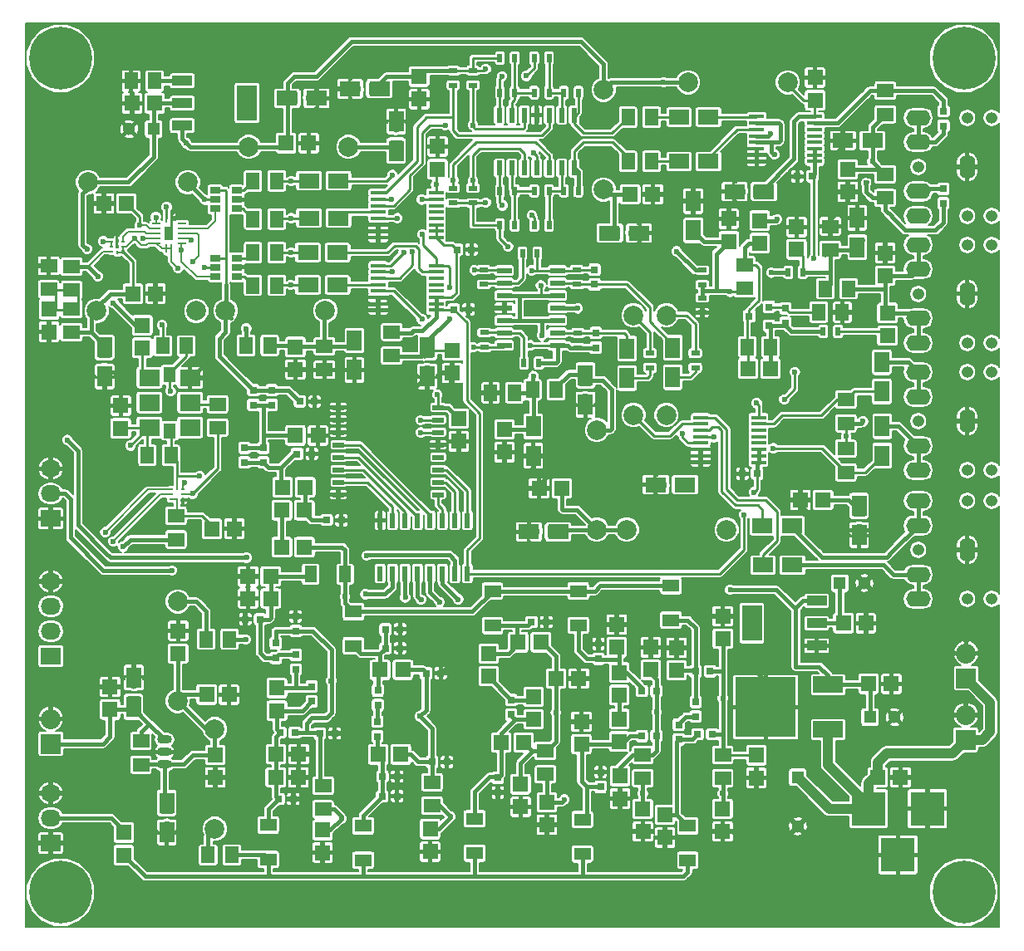
<source format=gtl>
G04 #@! TF.FileFunction,Copper,L1,Top,Signal*
%FSLAX46Y46*%
G04 Gerber Fmt 4.6, Leading zero omitted, Abs format (unit mm)*
G04 Created by KiCad (PCBNEW 4.0.3+e1-6302~38~ubuntu14.04.1-stable) date Thu Sep 29 11:28:22 2016*
%MOMM*%
%LPD*%
G01*
G04 APERTURE LIST*
%ADD10C,0.100000*%
%ADD11R,1.600000X1.600000*%
%ADD12R,1.400000X1.700000*%
%ADD13R,1.500000X0.600000*%
%ADD14R,0.750000X0.800000*%
%ADD15C,1.998980*%
%ADD16R,1.501140X2.148840*%
%ADD17R,0.800000X0.750000*%
%ADD18R,1.300000X1.300000*%
%ADD19C,1.300000*%
%ADD20R,1.700000X1.400000*%
%ADD21R,0.900000X0.500000*%
%ADD22R,0.500000X0.900000*%
%ADD23R,1.500000X0.450000*%
%ADD24R,2.032000X3.657600*%
%ADD25R,2.032000X1.016000*%
%ADD26R,1.060000X0.650000*%
%ADD27R,2.150000X1.700000*%
%ADD28R,1.300000X1.545000*%
%ADD29R,2.148840X1.501140*%
%ADD30O,1.600000X2.500000*%
%ADD31O,1.200000X1.200000*%
%ADD32O,2.500000X1.600000*%
%ADD33R,0.800100X0.800100*%
%ADD34R,0.900000X1.400000*%
%ADD35R,0.240000X0.900000*%
%ADD36R,0.900000X0.240000*%
%ADD37R,0.400000X0.320000*%
%ADD38R,0.400000X0.220000*%
%ADD39R,0.220000X0.400000*%
%ADD40R,0.600000X1.500000*%
%ADD41R,3.500120X3.500120*%
%ADD42R,1.143000X0.508000*%
%ADD43R,3.048000X1.651000*%
%ADD44R,6.096000X6.096000*%
%ADD45R,2.032000X1.727200*%
%ADD46O,2.032000X1.727200*%
%ADD47R,1.300480X1.699260*%
%ADD48R,1.699260X1.300480*%
%ADD49O,1.501140X0.899160*%
%ADD50R,2.032000X2.032000*%
%ADD51O,2.032000X2.032000*%
%ADD52C,6.400000*%
%ADD53C,0.600000*%
%ADD54C,0.400000*%
%ADD55C,0.250000*%
%ADD56C,0.200000*%
%ADD57C,1.000000*%
%ADD58C,0.210000*%
G04 APERTURE END LIST*
D10*
D11*
X131030000Y-91590000D03*
X128730000Y-91590000D03*
D12*
X92800000Y-68100000D03*
X95200000Y-68100000D03*
D13*
X99600000Y-63260000D03*
X99600000Y-61990000D03*
X99600000Y-60720000D03*
X99600000Y-59450000D03*
X99600000Y-58180000D03*
X99600000Y-56910000D03*
X99600000Y-55640000D03*
X94200000Y-55640000D03*
X94200000Y-56910000D03*
X94200000Y-58180000D03*
X94200000Y-59450000D03*
X94200000Y-60720000D03*
X94200000Y-61990000D03*
X94200000Y-63260000D03*
D14*
X103500000Y-63500000D03*
X103500000Y-62000000D03*
D15*
X110700000Y-60200000D03*
X110700000Y-70360000D03*
D16*
X132650000Y-64973860D03*
X132650000Y-67976140D03*
D14*
X138910000Y-48800000D03*
X138910000Y-47300000D03*
D17*
X124050000Y-46040000D03*
X125550000Y-46040000D03*
D11*
X72920000Y-63420000D03*
X72920000Y-65720000D03*
X129170000Y-45310000D03*
X129170000Y-47610000D03*
X121320000Y-65630000D03*
X119020000Y-65630000D03*
X133000000Y-56150000D03*
X133000000Y-53850000D03*
D14*
X103400000Y-55550000D03*
X103400000Y-57050000D03*
D11*
X57330000Y-63510000D03*
X57330000Y-61210000D03*
X47830000Y-61890000D03*
X47830000Y-59590000D03*
X134550000Y-107300000D03*
X132250000Y-107300000D03*
X133620000Y-97760000D03*
X131320000Y-97760000D03*
D18*
X131450000Y-101160000D03*
D19*
X133950000Y-101160000D03*
D11*
X74260000Y-42650000D03*
X71960000Y-42650000D03*
X97750000Y-77850000D03*
X100050000Y-77850000D03*
X56290000Y-38590000D03*
X58590000Y-38590000D03*
D18*
X58480000Y-41210000D03*
D19*
X55980000Y-41210000D03*
D15*
X106680000Y-82042000D03*
X116840000Y-82042000D03*
D12*
X99460000Y-67780000D03*
X97060000Y-67780000D03*
D20*
X133000000Y-39710000D03*
X133000000Y-37310000D03*
D21*
X91000000Y-35250000D03*
X91000000Y-36750000D03*
D22*
X97250000Y-34000000D03*
X98750000Y-34000000D03*
X101750000Y-37500000D03*
X100250000Y-37500000D03*
D21*
X89000000Y-35250000D03*
X89000000Y-36750000D03*
D20*
X75870000Y-65760000D03*
X75870000Y-63360000D03*
D12*
X68600000Y-46500000D03*
X71000000Y-46500000D03*
D20*
X127390000Y-51130000D03*
X127390000Y-53530000D03*
D22*
X95250000Y-51000000D03*
X93750000Y-51000000D03*
D21*
X91000000Y-48750000D03*
X91000000Y-47250000D03*
X114360000Y-59920000D03*
X114360000Y-58420000D03*
D22*
X97250000Y-51000000D03*
X98750000Y-51000000D03*
X97250000Y-47500000D03*
X98750000Y-47500000D03*
X101750000Y-47500000D03*
X100250000Y-47500000D03*
X126680000Y-61850000D03*
X128180000Y-61850000D03*
D21*
X89000000Y-48750000D03*
X89000000Y-47250000D03*
D12*
X68600000Y-57150000D03*
X71000000Y-57150000D03*
D20*
X129000000Y-76200000D03*
X129000000Y-73800000D03*
X50110000Y-61940000D03*
X50110000Y-59540000D03*
X50110000Y-55230000D03*
X50110000Y-57630000D03*
X47790000Y-57550000D03*
X47790000Y-55150000D03*
D23*
X119900000Y-39950000D03*
X119900000Y-40600000D03*
X119900000Y-41250000D03*
X119900000Y-41900000D03*
X119900000Y-42550000D03*
X119900000Y-43200000D03*
X119900000Y-43850000D03*
X119900000Y-44500000D03*
X125800000Y-44500000D03*
X125800000Y-43850000D03*
X125800000Y-43200000D03*
X125800000Y-42550000D03*
X125800000Y-41900000D03*
X125800000Y-41250000D03*
X125800000Y-40600000D03*
X125800000Y-39950000D03*
X114200000Y-70625000D03*
X114200000Y-71275000D03*
X114200000Y-71925000D03*
X114200000Y-72575000D03*
X114200000Y-73225000D03*
X114200000Y-73875000D03*
X114200000Y-74525000D03*
X114200000Y-75175000D03*
X120100000Y-75175000D03*
X120100000Y-74525000D03*
X120100000Y-73875000D03*
X120100000Y-73225000D03*
X120100000Y-72575000D03*
X120100000Y-71925000D03*
X120100000Y-71275000D03*
X120100000Y-70625000D03*
D24*
X119408000Y-91590000D03*
D25*
X126012000Y-91590000D03*
X126012000Y-89304000D03*
X126012000Y-93876000D03*
D24*
X67982000Y-38560000D03*
D25*
X61378000Y-38560000D03*
X61378000Y-40846000D03*
X61378000Y-36274000D03*
D26*
X66950000Y-49350000D03*
X66950000Y-48400000D03*
X66950000Y-47450000D03*
X64750000Y-47450000D03*
X64750000Y-49350000D03*
X64750000Y-48400000D03*
D27*
X62195000Y-69110000D03*
X58045000Y-69110000D03*
X62195000Y-66570000D03*
X62195000Y-71650000D03*
X58045000Y-66570000D03*
X58045000Y-71650000D03*
D28*
X60120000Y-66257500D03*
X60120000Y-71962500D03*
D29*
X74298860Y-46500000D03*
X77301140Y-46500000D03*
D30*
X141350000Y-45060000D03*
D31*
X136350000Y-45060000D03*
D32*
X136350000Y-40060000D03*
X136350000Y-42560000D03*
X136350000Y-47560000D03*
X136350000Y-50060000D03*
D31*
X141350000Y-40060000D03*
X141350000Y-50060000D03*
X143850000Y-40060000D03*
X143850000Y-50060000D03*
D30*
X141350000Y-58010000D03*
D31*
X136350000Y-58010000D03*
D32*
X136350000Y-53010000D03*
X136350000Y-55510000D03*
X136350000Y-60510000D03*
X136350000Y-63010000D03*
D31*
X141350000Y-53010000D03*
X141350000Y-63010000D03*
X143850000Y-53010000D03*
X143850000Y-63010000D03*
D30*
X141350000Y-71000000D03*
D31*
X136350000Y-71000000D03*
D32*
X136350000Y-66000000D03*
X136350000Y-68500000D03*
X136350000Y-73500000D03*
X136350000Y-76000000D03*
D31*
X141350000Y-66000000D03*
X141350000Y-76000000D03*
X143850000Y-66000000D03*
X143850000Y-76000000D03*
D30*
X141350000Y-84120000D03*
D31*
X136350000Y-84120000D03*
D32*
X136350000Y-79120000D03*
X136350000Y-81620000D03*
X136350000Y-86620000D03*
X136350000Y-89120000D03*
D31*
X141350000Y-79120000D03*
X141350000Y-89120000D03*
X143850000Y-79120000D03*
X143850000Y-89120000D03*
D11*
X125850000Y-35970000D03*
X125850000Y-38270000D03*
X109330000Y-47860000D03*
X107030000Y-47860000D03*
D14*
X138950000Y-39400000D03*
X138950000Y-40900000D03*
D11*
X85530000Y-38170000D03*
X85530000Y-35870000D03*
X88900000Y-66090000D03*
X88900000Y-63790000D03*
X87400000Y-43000000D03*
X87400000Y-45300000D03*
X120230000Y-52840000D03*
X120230000Y-50540000D03*
X123970000Y-51190000D03*
X123970000Y-53490000D03*
D14*
X67700000Y-75200000D03*
X67700000Y-73700000D03*
X68620000Y-69340000D03*
X68620000Y-67840000D03*
D29*
X74298860Y-50300000D03*
X77301140Y-50300000D03*
D11*
X73850000Y-80080000D03*
X71550000Y-80080000D03*
X71620000Y-77720000D03*
X73920000Y-77720000D03*
D17*
X90850000Y-53500000D03*
X89350000Y-53500000D03*
X73090000Y-74330000D03*
X74590000Y-74330000D03*
D11*
X75220000Y-72450000D03*
X72920000Y-72450000D03*
D17*
X73370000Y-68980000D03*
X74870000Y-68980000D03*
D11*
X117060000Y-50360000D03*
X117060000Y-52660000D03*
X133220000Y-59950000D03*
X133220000Y-62250000D03*
D29*
X74198860Y-53800000D03*
X77201140Y-53800000D03*
D14*
X122830000Y-59480000D03*
X122830000Y-60980000D03*
D11*
X53410000Y-48790000D03*
X55710000Y-48790000D03*
X58670000Y-58000000D03*
X56370000Y-58000000D03*
D29*
X74198860Y-57100000D03*
X77201140Y-57100000D03*
D11*
X124370000Y-79030000D03*
X126670000Y-79030000D03*
D17*
X90550000Y-59600000D03*
X89050000Y-59600000D03*
D16*
X106700000Y-66601140D03*
X106700000Y-63598860D03*
D11*
X94225000Y-74150000D03*
X94225000Y-71850000D03*
D16*
X132675000Y-71498860D03*
X132675000Y-74501140D03*
D17*
X118450000Y-76350000D03*
X119950000Y-76350000D03*
D16*
X111350000Y-66501140D03*
X111350000Y-63498860D03*
D29*
X123501140Y-81650000D03*
X120498860Y-81650000D03*
X123551140Y-85650000D03*
X120548860Y-85650000D03*
D11*
X55130000Y-69410000D03*
X55130000Y-71710000D03*
D15*
X68170000Y-43030000D03*
X78330000Y-43030000D03*
D14*
X69650000Y-75210000D03*
X69650000Y-73710000D03*
X70490000Y-69340000D03*
X70490000Y-67840000D03*
D17*
X76100000Y-81080000D03*
X77600000Y-81080000D03*
D15*
X107350000Y-60200000D03*
X107350000Y-70360000D03*
D33*
X121150760Y-61250000D03*
X121150760Y-59350000D03*
X119151780Y-60300000D03*
D22*
X95250000Y-34000000D03*
X93750000Y-34000000D03*
D12*
X109200000Y-40000000D03*
X106800000Y-40000000D03*
D22*
X93750000Y-37500000D03*
X95250000Y-37500000D03*
D20*
X132990000Y-48240000D03*
X132990000Y-45840000D03*
D22*
X97250000Y-37500000D03*
X98750000Y-37500000D03*
D12*
X109200000Y-44500000D03*
X106800000Y-44500000D03*
D20*
X82720000Y-64290000D03*
X82720000Y-61890000D03*
D12*
X67900000Y-63280000D03*
X70300000Y-63280000D03*
D22*
X124600000Y-55800000D03*
X123100000Y-55800000D03*
D12*
X129280000Y-57490000D03*
X126880000Y-57490000D03*
D20*
X118660000Y-55040000D03*
X118660000Y-57440000D03*
D12*
X121330000Y-63420000D03*
X118930000Y-63420000D03*
X68600000Y-50400000D03*
X71000000Y-50400000D03*
D22*
X93750000Y-47500000D03*
X95250000Y-47500000D03*
D21*
X114380000Y-57100000D03*
X114380000Y-55600000D03*
D12*
X68600000Y-53800000D03*
X71000000Y-53800000D03*
D21*
X109050000Y-64050000D03*
X109050000Y-65550000D03*
D22*
X97700000Y-65050000D03*
X96200000Y-65050000D03*
D20*
X129000000Y-71200000D03*
X129000000Y-68800000D03*
D21*
X92150000Y-61950000D03*
X92150000Y-63450000D03*
X101700000Y-62000000D03*
X101700000Y-63500000D03*
X113650000Y-64050000D03*
X113650000Y-65550000D03*
X101600000Y-55550000D03*
X101600000Y-57050000D03*
X92100000Y-57050000D03*
X92100000Y-55550000D03*
D22*
X97550000Y-53900000D03*
X96050000Y-53900000D03*
D20*
X64990000Y-69260000D03*
X64990000Y-71660000D03*
D12*
X60240000Y-74460000D03*
X57840000Y-74460000D03*
X61800000Y-63310000D03*
X59400000Y-63310000D03*
X56180000Y-36310000D03*
X58580000Y-36310000D03*
D23*
X81350000Y-47725000D03*
X81350000Y-48375000D03*
X81350000Y-49025000D03*
X81350000Y-49675000D03*
X81350000Y-50325000D03*
X81350000Y-50975000D03*
X81350000Y-51625000D03*
X81350000Y-52275000D03*
X87250000Y-52275000D03*
X87250000Y-51625000D03*
X87250000Y-50975000D03*
X87250000Y-50325000D03*
X87250000Y-49675000D03*
X87250000Y-49025000D03*
X87250000Y-48375000D03*
X87250000Y-47725000D03*
D26*
X66950000Y-56250000D03*
X66950000Y-55300000D03*
X66950000Y-54350000D03*
X64750000Y-54350000D03*
X64750000Y-56250000D03*
X64750000Y-55300000D03*
D23*
X81350000Y-55125000D03*
X81350000Y-55775000D03*
X81350000Y-56425000D03*
X81350000Y-57075000D03*
X81350000Y-57725000D03*
X81350000Y-58375000D03*
X81350000Y-59025000D03*
X81350000Y-59675000D03*
X87250000Y-59675000D03*
X87250000Y-59025000D03*
X87250000Y-58375000D03*
X87250000Y-57725000D03*
X87250000Y-57075000D03*
X87250000Y-56425000D03*
X87250000Y-55775000D03*
X87250000Y-55125000D03*
D34*
X60050000Y-51860000D03*
D35*
X59800000Y-53410000D03*
X59800000Y-50310000D03*
X60300000Y-53410000D03*
X60300000Y-50310000D03*
D36*
X58750000Y-52860000D03*
X58750000Y-52360000D03*
X58750000Y-51860000D03*
X58750000Y-51360000D03*
X61350000Y-52860000D03*
X61350000Y-52360000D03*
X61350000Y-51860000D03*
X61350000Y-51360000D03*
X58750000Y-50860000D03*
X61350000Y-50860000D03*
D37*
X55350000Y-53730000D03*
D38*
X55350000Y-53170000D03*
X55350000Y-52670000D03*
D39*
X54750000Y-52570000D03*
D38*
X54150000Y-52670000D03*
X54150000Y-53170000D03*
X54150000Y-53670000D03*
D39*
X54750000Y-53770000D03*
D40*
X93690000Y-45200000D03*
X94960000Y-45200000D03*
X96230000Y-45200000D03*
X97500000Y-45200000D03*
X98770000Y-45200000D03*
X100040000Y-45200000D03*
X101310000Y-45200000D03*
X101310000Y-39800000D03*
X100040000Y-39800000D03*
X98770000Y-39800000D03*
X97500000Y-39800000D03*
X96230000Y-39800000D03*
X94960000Y-39800000D03*
X93690000Y-39800000D03*
D41*
X131299860Y-110500000D03*
X137299340Y-110500000D03*
X134299600Y-115199000D03*
D15*
X112910000Y-36460000D03*
X123070000Y-36460000D03*
D12*
X126230000Y-59880000D03*
X128630000Y-59880000D03*
D29*
X115001140Y-40000000D03*
X111998860Y-40000000D03*
X115001140Y-44500000D03*
X111998860Y-44500000D03*
D11*
X89570000Y-73040000D03*
X89570000Y-70740000D03*
D42*
X77290000Y-69595000D03*
X77290000Y-70865000D03*
X77290000Y-72135000D03*
X77290000Y-73405000D03*
X77290000Y-74675000D03*
X77290000Y-75945000D03*
X77290000Y-77215000D03*
X77290000Y-78485000D03*
X87450000Y-78485000D03*
X87450000Y-77215000D03*
X87450000Y-75945000D03*
X87450000Y-74675000D03*
X87450000Y-73405000D03*
X87450000Y-72135000D03*
X87450000Y-70865000D03*
X87450000Y-69595000D03*
D15*
X104300000Y-37220000D03*
X104300000Y-47380000D03*
X51800000Y-46630000D03*
X61960000Y-46630000D03*
X62830000Y-59760000D03*
X52670000Y-59760000D03*
X75970000Y-59740000D03*
X65810000Y-59740000D03*
X103632000Y-82042000D03*
X103632000Y-71882000D03*
D43*
X127180000Y-102426000D03*
D44*
X120830000Y-100140000D03*
D43*
X127180000Y-97854000D03*
D18*
X128380000Y-87500000D03*
D19*
X130880000Y-87500000D03*
D45*
X48000000Y-80920000D03*
D46*
X48000000Y-78380000D03*
X48000000Y-75840000D03*
D11*
X64760000Y-105020000D03*
X64760000Y-107320000D03*
X60970000Y-94670000D03*
X60970000Y-92370000D03*
X75690000Y-112680000D03*
X75690000Y-114980000D03*
X71050000Y-98200000D03*
X71050000Y-100500000D03*
X54040000Y-98090000D03*
X54040000Y-100390000D03*
D14*
X74570000Y-99550000D03*
X74570000Y-98050000D03*
D11*
X68090000Y-86810000D03*
X70390000Y-86810000D03*
X68090000Y-89060000D03*
X70390000Y-89060000D03*
D17*
X69310000Y-91180000D03*
X67810000Y-91180000D03*
D11*
X73250000Y-104940000D03*
X70950000Y-104940000D03*
X73210000Y-107320000D03*
X70910000Y-107320000D03*
D17*
X71200000Y-109520000D03*
X72700000Y-109520000D03*
X75410000Y-102830000D03*
X76910000Y-102830000D03*
D14*
X72940000Y-92390000D03*
X72940000Y-90890000D03*
X81280000Y-103120000D03*
X81280000Y-101620000D03*
D17*
X82090000Y-94140000D03*
X83590000Y-94140000D03*
X81780000Y-107210000D03*
X83280000Y-107210000D03*
X81770000Y-109230000D03*
X83270000Y-109230000D03*
D11*
X98530000Y-109840000D03*
X98530000Y-112140000D03*
D17*
X86220000Y-96680000D03*
X87720000Y-96680000D03*
X86840000Y-105730000D03*
X88340000Y-105730000D03*
D14*
X94910000Y-100910000D03*
X94910000Y-99410000D03*
D17*
X96960000Y-91480000D03*
X98460000Y-91480000D03*
D14*
X93540000Y-107340000D03*
X93540000Y-108840000D03*
D11*
X97160000Y-99090000D03*
X97160000Y-101390000D03*
X95860000Y-110310000D03*
X95860000Y-108010000D03*
X101780000Y-97220000D03*
X99480000Y-97220000D03*
X105910000Y-101340000D03*
X105910000Y-103640000D03*
X105650000Y-91740000D03*
X105650000Y-94040000D03*
D14*
X103770000Y-95200000D03*
X103770000Y-93700000D03*
D11*
X102050000Y-101630000D03*
X102050000Y-103930000D03*
D14*
X104000000Y-108260000D03*
X104000000Y-106760000D03*
D11*
X109110000Y-94040000D03*
X109110000Y-96340000D03*
X105980000Y-109470000D03*
X105980000Y-107170000D03*
D14*
X111960000Y-103430000D03*
X111960000Y-101930000D03*
D11*
X111760000Y-94100000D03*
X111760000Y-96400000D03*
X110570000Y-113430000D03*
X110570000Y-111130000D03*
X119860000Y-107350000D03*
X119860000Y-105050000D03*
X116450000Y-90880000D03*
X116450000Y-93180000D03*
X55460000Y-112930000D03*
X55460000Y-115230000D03*
D47*
X74469940Y-86600000D03*
X77970060Y-86600000D03*
D48*
X70160000Y-112159940D03*
X70160000Y-115660060D03*
X78820000Y-93900060D03*
X78820000Y-90399940D03*
X79820000Y-112249940D03*
X79820000Y-115750060D03*
X93000000Y-91820060D03*
X93000000Y-88319940D03*
X91170000Y-111519940D03*
X91170000Y-115020060D03*
X101740000Y-91810060D03*
X101740000Y-88309940D03*
X102150000Y-111599940D03*
X102150000Y-115100060D03*
X111170000Y-91270060D03*
X111170000Y-87769940D03*
X112880000Y-112249940D03*
X112880000Y-115750060D03*
D14*
X72980000Y-94800000D03*
X72980000Y-96300000D03*
X70900000Y-93620000D03*
X70900000Y-95120000D03*
D17*
X72860000Y-102740000D03*
X71360000Y-102740000D03*
D14*
X81310000Y-98440000D03*
X81310000Y-99940000D03*
D11*
X81550000Y-96340000D03*
X83850000Y-96340000D03*
X81370000Y-104970000D03*
X83670000Y-104970000D03*
X92590000Y-96980000D03*
X92590000Y-94680000D03*
X95610000Y-93540000D03*
X97910000Y-93540000D03*
X93870000Y-103750000D03*
X96170000Y-103750000D03*
X105900000Y-98900000D03*
X105900000Y-96600000D03*
D17*
X109700000Y-98520000D03*
X108200000Y-98520000D03*
X109700000Y-103100000D03*
X108200000Y-103100000D03*
D14*
X113690000Y-99610000D03*
X113690000Y-101110000D03*
D17*
X115160000Y-96500000D03*
X113660000Y-96500000D03*
X115380000Y-102920000D03*
X113880000Y-102920000D03*
D45*
X48000000Y-114000000D03*
D46*
X48000000Y-111460000D03*
X48000000Y-108920000D03*
D12*
X63820000Y-93210000D03*
X66220000Y-93210000D03*
X64030000Y-115210000D03*
X66430000Y-115210000D03*
D20*
X75750000Y-110560000D03*
X75750000Y-108160000D03*
X86840000Y-110190000D03*
X86840000Y-107790000D03*
X98370000Y-107000000D03*
X98370000Y-104600000D03*
X108300000Y-107400000D03*
X108300000Y-105000000D03*
X116450000Y-107400000D03*
X116450000Y-105000000D03*
D49*
X59590000Y-104710000D03*
X59590000Y-105980000D03*
X59590000Y-103440000D03*
D17*
X82090000Y-92210000D03*
X83590000Y-92210000D03*
D11*
X71550000Y-83820000D03*
X73850000Y-83820000D03*
D40*
X90435000Y-81120000D03*
X89165000Y-81120000D03*
X87895000Y-81120000D03*
X86625000Y-81120000D03*
X85355000Y-81120000D03*
X84085000Y-81120000D03*
X82815000Y-81120000D03*
X81545000Y-81120000D03*
X81545000Y-86520000D03*
X82815000Y-86520000D03*
X84085000Y-86520000D03*
X85355000Y-86520000D03*
X86625000Y-86520000D03*
X87895000Y-86520000D03*
X89165000Y-86520000D03*
X90435000Y-86520000D03*
D15*
X60920000Y-89380000D03*
X60920000Y-99540000D03*
X64710000Y-102370000D03*
X64710000Y-112530000D03*
D11*
X86640000Y-112580000D03*
X86640000Y-114880000D03*
X108300000Y-110520000D03*
X108320000Y-112820000D03*
X116430000Y-110520000D03*
X116430000Y-112820000D03*
X66170000Y-98860000D03*
X63870000Y-98860000D03*
D20*
X57180000Y-106010000D03*
X57180000Y-103610000D03*
D11*
X66710000Y-81960000D03*
X64410000Y-81960000D03*
D20*
X60760000Y-83050000D03*
X60760000Y-80650000D03*
D45*
X48000000Y-94940000D03*
D46*
X48000000Y-92400000D03*
X48000000Y-89860000D03*
X48000000Y-87320000D03*
D37*
X61450000Y-79020000D03*
D38*
X61450000Y-78460000D03*
X61450000Y-77960000D03*
D39*
X60850000Y-77860000D03*
D38*
X60250000Y-77960000D03*
X60250000Y-78460000D03*
X60250000Y-78960000D03*
D39*
X60850000Y-79060000D03*
D50*
X141240000Y-97190000D03*
D51*
X141240000Y-94650000D03*
D50*
X48000000Y-103880000D03*
D51*
X48000000Y-101340000D03*
D50*
X141200000Y-103480000D03*
D51*
X141200000Y-100940000D03*
D18*
X124090000Y-107290000D03*
D19*
X124090000Y-112290000D03*
D52*
X49000000Y-119000000D03*
D53*
X51400000Y-119000000D03*
X50697056Y-120697056D03*
X49000000Y-121400000D03*
X47302944Y-120697056D03*
X46600000Y-119000000D03*
X47302944Y-117302944D03*
X49000000Y-116600000D03*
X50697056Y-117302944D03*
D52*
X141000000Y-119000000D03*
D53*
X143400000Y-119000000D03*
X142697056Y-120697056D03*
X141000000Y-121400000D03*
X139302944Y-120697056D03*
X138600000Y-119000000D03*
X139302944Y-117302944D03*
X141000000Y-116600000D03*
X142697056Y-117302944D03*
D52*
X141000000Y-34000000D03*
D53*
X143400000Y-34000000D03*
X142697056Y-35697056D03*
X141000000Y-36400000D03*
X139302944Y-35697056D03*
X138600000Y-34000000D03*
X139302944Y-32302944D03*
X141000000Y-31600000D03*
X142697056Y-32302944D03*
D52*
X49000000Y-34000000D03*
D53*
X51400000Y-34000000D03*
X50697056Y-35697056D03*
X49000000Y-36400000D03*
X47302944Y-35697056D03*
X46600000Y-34000000D03*
X47302944Y-32302944D03*
X49000000Y-31600000D03*
X50697056Y-32302944D03*
D29*
X128688860Y-42390000D03*
X131691140Y-42390000D03*
D16*
X130140000Y-50268860D03*
X130140000Y-53271140D03*
D18*
X130350000Y-80110000D03*
D19*
X130350000Y-82110000D03*
D16*
X130350000Y-79608860D03*
X130350000Y-82611140D03*
D18*
X102470000Y-66810000D03*
D19*
X102470000Y-68810000D03*
D16*
X102470000Y-66308860D03*
X102470000Y-69311140D03*
D18*
X112130000Y-77460000D03*
D19*
X110130000Y-77460000D03*
D29*
X112631140Y-77460000D03*
X109628860Y-77460000D03*
D18*
X56440000Y-99630000D03*
D19*
X56440000Y-97630000D03*
D16*
X56440000Y-100131140D03*
X56440000Y-97128860D03*
D18*
X59820000Y-110400000D03*
D19*
X59820000Y-112400000D03*
D16*
X59820000Y-109898860D03*
X59820000Y-112901140D03*
D18*
X80990000Y-37100000D03*
D19*
X78990000Y-37100000D03*
D29*
X81491140Y-37100000D03*
X78488860Y-37100000D03*
D18*
X83190000Y-42940000D03*
D19*
X83190000Y-40940000D03*
D16*
X83190000Y-43441140D03*
X83190000Y-40438860D03*
X113450000Y-48548860D03*
X113450000Y-51551140D03*
D18*
X53480000Y-63950000D03*
D19*
X53480000Y-65950000D03*
D16*
X53480000Y-63448860D03*
X53480000Y-66451140D03*
D18*
X72570000Y-38080000D03*
D19*
X74570000Y-38080000D03*
D29*
X72068860Y-38080000D03*
X75071140Y-38080000D03*
D18*
X99210000Y-82280000D03*
D19*
X97210000Y-82280000D03*
D29*
X99711140Y-82280000D03*
X96708860Y-82280000D03*
D18*
X105426000Y-51816000D03*
D19*
X107426000Y-51816000D03*
D29*
X104924860Y-51816000D03*
X107927140Y-51816000D03*
D16*
X78930000Y-65771140D03*
X78930000Y-62768860D03*
D18*
X86360000Y-63920000D03*
D19*
X86360000Y-65920000D03*
D16*
X86360000Y-63418860D03*
X86360000Y-66421140D03*
D18*
X120160000Y-47590000D03*
D19*
X118160000Y-47590000D03*
D29*
X120661140Y-47590000D03*
X117658860Y-47590000D03*
D16*
X97150000Y-74531140D03*
X97150000Y-71528860D03*
D53*
X96290000Y-76460000D03*
X54270000Y-61040000D03*
X55490000Y-62900000D03*
X55460000Y-65010000D03*
X133180000Y-77760000D03*
X133160000Y-81080000D03*
X139100000Y-62710000D03*
X139100000Y-66450000D03*
X139100000Y-69530000D03*
X139060000Y-72700000D03*
X139090000Y-75750000D03*
X139090000Y-78930000D03*
X139070000Y-81900000D03*
X139070000Y-84960000D03*
X139060000Y-87930000D03*
X138690000Y-91590000D03*
X129920000Y-94720000D03*
X133200000Y-94680000D03*
X137240000Y-94680000D03*
X129250000Y-115730000D03*
X129750000Y-119080000D03*
X125670000Y-116060000D03*
X125670000Y-119470000D03*
X122320000Y-119420000D03*
X120250000Y-116570000D03*
X117120000Y-116620000D03*
X115900000Y-119810000D03*
X111540000Y-119690000D03*
X107010000Y-119640000D03*
X102480000Y-119580000D03*
X95330000Y-119470000D03*
X89740000Y-119300000D03*
X83320000Y-119300000D03*
X79010000Y-119190000D03*
X74770000Y-119190000D03*
X71250000Y-119190000D03*
X67780000Y-112740000D03*
X67670000Y-119100000D03*
X64240000Y-118870000D03*
X57610000Y-114490000D03*
X59360000Y-115900000D03*
X59090000Y-118990000D03*
X55820000Y-118260000D03*
X53680000Y-116850000D03*
X51780000Y-113390000D03*
X55740000Y-110600000D03*
X51050000Y-109650000D03*
X54830000Y-108240000D03*
X51590000Y-106910000D03*
X53840000Y-105120000D03*
X51510000Y-102490000D03*
X51170000Y-100430000D03*
X50980000Y-96280000D03*
X55510000Y-94490000D03*
X58160000Y-92170000D03*
X58010000Y-90060000D03*
X58880000Y-87570000D03*
X63210000Y-87620000D03*
X65690000Y-88540000D03*
X65830000Y-90990000D03*
X62470000Y-97010000D03*
X64880000Y-95950000D03*
X67980000Y-96450000D03*
X66940000Y-102260000D03*
X67840000Y-105810000D03*
X68900000Y-104240000D03*
X69100000Y-101840000D03*
X69190000Y-99300000D03*
X77770000Y-95360000D03*
X79800000Y-96340000D03*
X77900000Y-98050000D03*
X79560000Y-102040000D03*
X79840000Y-99570000D03*
X84180000Y-98150000D03*
X82790000Y-99610000D03*
X84520000Y-100360000D03*
X82870000Y-102430000D03*
X85240000Y-103350000D03*
X118170000Y-106210000D03*
X121550000Y-103780000D03*
X118190000Y-104030000D03*
X114480000Y-106780000D03*
X113280000Y-105100000D03*
X110240000Y-107010000D03*
X110720000Y-105070000D03*
X110730000Y-101700000D03*
X111540000Y-98790000D03*
X104100000Y-105170000D03*
X104020000Y-101790000D03*
X96850000Y-106130000D03*
X100280000Y-107040000D03*
X100280000Y-104830000D03*
X100420000Y-102330000D03*
X101800000Y-99870000D03*
X99950000Y-93330000D03*
X98250000Y-95360000D03*
X100870000Y-95300000D03*
X49620000Y-44480000D03*
X52020000Y-42640000D03*
X75700000Y-67630000D03*
X78490000Y-68050000D03*
X68000000Y-60000000D03*
X64760000Y-57770000D03*
X76500000Y-55500000D03*
X69660000Y-55490000D03*
X73150000Y-55490000D03*
X77000000Y-52000000D03*
X69700000Y-52060000D03*
X73170000Y-51980000D03*
X69690000Y-48250000D03*
X73080000Y-48270000D03*
X76860000Y-48270000D03*
X79400000Y-48220000D03*
X79290000Y-58380000D03*
X79320000Y-55080000D03*
X79390000Y-51570000D03*
X84600000Y-48950000D03*
X84670000Y-50570000D03*
X84300000Y-51790000D03*
X84930000Y-57000000D03*
X84950000Y-58430000D03*
X83740000Y-59890000D03*
X139200000Y-60880000D03*
X139480000Y-55240000D03*
X128130000Y-38470000D03*
X123090000Y-47200000D03*
X123170000Y-49530000D03*
X124480000Y-48180000D03*
X127450000Y-44180000D03*
X128260000Y-49510000D03*
X126960000Y-48200000D03*
X129080000Y-35760000D03*
X126960000Y-33190000D03*
X122850000Y-33190000D03*
X117850000Y-33050000D03*
X117570000Y-35650000D03*
X120840000Y-35540000D03*
X120390000Y-38220000D03*
X109000000Y-37940000D03*
X111720000Y-38220000D03*
X113690000Y-38280000D03*
X117710000Y-38530000D03*
X111450000Y-48030000D03*
X112680000Y-46250000D03*
X115230000Y-46210000D03*
X117640000Y-45260000D03*
X117620000Y-43210000D03*
X116480000Y-41390000D03*
X114380000Y-42180000D03*
X111840000Y-42190000D03*
X109040000Y-42160000D03*
X106660000Y-42160000D03*
X98680000Y-42440000D03*
X100720000Y-42230000D03*
X107260000Y-37860000D03*
X104010000Y-40330000D03*
X104380000Y-44870000D03*
X106700000Y-46160000D03*
X108740000Y-46130000D03*
X100640000Y-48920000D03*
X103570000Y-49260000D03*
X101510000Y-50680000D03*
X95500000Y-52330000D03*
X97790000Y-52440000D03*
X100330000Y-53390000D03*
X102480000Y-53530000D03*
X105280000Y-54150000D03*
X107930000Y-53670000D03*
X95500000Y-70140000D03*
X93250000Y-70140000D03*
X93800000Y-65310000D03*
X91560000Y-66390000D03*
X89060000Y-68130000D03*
X84460000Y-68200000D03*
X82980000Y-66530000D03*
X82650000Y-70050000D03*
X82630000Y-72300000D03*
X90570000Y-106820000D03*
X90630000Y-104770000D03*
X88090000Y-103330000D03*
X90530000Y-102600000D03*
X88110000Y-100790000D03*
X90850000Y-100100000D03*
X88070000Y-98430000D03*
X90710000Y-97230000D03*
X89430000Y-94990000D03*
X86930000Y-94140000D03*
X86970000Y-91390000D03*
X88930000Y-93300000D03*
X94980000Y-87360000D03*
X97720000Y-87330000D03*
X99960000Y-87290000D03*
X100190000Y-90140000D03*
X91260000Y-88250000D03*
X97960000Y-90190000D03*
X95070000Y-90210000D03*
X92580000Y-90220000D03*
X119830000Y-83710000D03*
X123520000Y-83730000D03*
X92570000Y-83620000D03*
X92800000Y-85620000D03*
X95520000Y-85600000D03*
X98210000Y-85630000D03*
X100580000Y-85630000D03*
X103330000Y-85000000D03*
X106150000Y-85020000D03*
X109220000Y-85080000D03*
X112720000Y-85180000D03*
X116760000Y-84350000D03*
X125880000Y-81040000D03*
X127180000Y-82860000D03*
X125640000Y-77010000D03*
X124180000Y-74980000D03*
X121730000Y-76050000D03*
X125810000Y-74910000D03*
X126820000Y-72620000D03*
X125060000Y-71330000D03*
X125170000Y-69010000D03*
X130920000Y-64580000D03*
X129480000Y-66200000D03*
X127080000Y-67460000D03*
X125150000Y-66390000D03*
X122830000Y-62570000D03*
X124130000Y-64170000D03*
X126960000Y-64940000D03*
X128420000Y-64050000D03*
X130210000Y-63240000D03*
X130540000Y-60170000D03*
X120150000Y-67350000D03*
X117530000Y-67210000D03*
X116570000Y-59980000D03*
X116490000Y-63050000D03*
X116540000Y-65040000D03*
X114890000Y-67080000D03*
X107860000Y-68480000D03*
X110360000Y-68500000D03*
X113000000Y-68700000D03*
X99840000Y-70360000D03*
X101100000Y-72300000D03*
X99340000Y-75850000D03*
X100870000Y-74590000D03*
X103310000Y-74780000D03*
X106480000Y-75020000D03*
X108390000Y-73460000D03*
X106420000Y-72660000D03*
X96620000Y-80130000D03*
X90640000Y-77060000D03*
X90410000Y-75630000D03*
X92820000Y-76390000D03*
X94000000Y-78920000D03*
X94140000Y-81690000D03*
X89430000Y-83270000D03*
X85890000Y-83250000D03*
X83410000Y-83250000D03*
X81540000Y-83170000D03*
X118670000Y-95320000D03*
X121410000Y-94630000D03*
X122100000Y-91790000D03*
X121080000Y-89170000D03*
X115400000Y-89150000D03*
X113100000Y-89230000D03*
X114510000Y-87600000D03*
X53170000Y-76440000D03*
X53170000Y-74210000D03*
X53030000Y-72000000D03*
X51470000Y-70860000D03*
X51470000Y-68430000D03*
X51480000Y-66260000D03*
X63930000Y-64960000D03*
X63810000Y-63000000D03*
X59000000Y-55500000D03*
X57500000Y-55500000D03*
X55000000Y-55000000D03*
X53500000Y-50500000D03*
X55000000Y-51000000D03*
X62500000Y-50000000D03*
X61500000Y-48500000D03*
X60000000Y-48000000D03*
X58000000Y-48000000D03*
X61000000Y-59000000D03*
X60500000Y-57000000D03*
X68500000Y-71000000D03*
X67000000Y-71000000D03*
X66500000Y-73000000D03*
X66000000Y-75000000D03*
X70500000Y-71000000D03*
X62500000Y-82000000D03*
X64000000Y-84000000D03*
X65500000Y-84000000D03*
X67500000Y-84000000D03*
X69000000Y-82500000D03*
X69000000Y-81000000D03*
X68000000Y-79500000D03*
X66000000Y-79500000D03*
X75000000Y-70500000D03*
X73500000Y-70500000D03*
X72000000Y-70500000D03*
X71500000Y-74000000D03*
X74500000Y-61500000D03*
X73000000Y-60000000D03*
X70500000Y-60000000D03*
X71000000Y-66000000D03*
X69000000Y-65500000D03*
X66500000Y-63500000D03*
X81000000Y-73000000D03*
X81000000Y-71000000D03*
X81000000Y-68500000D03*
X81000000Y-66000000D03*
X81000000Y-63500000D03*
X81000000Y-61000000D03*
X79000000Y-60500000D03*
X77500000Y-59000000D03*
X65000000Y-45000000D03*
X65000000Y-40000000D03*
X65000000Y-37500000D03*
X65000000Y-35000000D03*
X47500000Y-42500000D03*
X47500000Y-47500000D03*
X47500000Y-52500000D03*
X47500000Y-65000000D03*
X47500000Y-67500000D03*
X47500000Y-72500000D03*
X75000000Y-32500000D03*
X72500000Y-32500000D03*
X67500000Y-32500000D03*
X62500000Y-32500000D03*
X57500000Y-32500000D03*
X55000000Y-35000000D03*
X52500000Y-37500000D03*
X50000000Y-40000000D03*
X98050000Y-62240000D03*
X97170000Y-66390000D03*
X97920000Y-57160000D03*
X94580000Y-53190000D03*
X92300000Y-35100000D03*
X92300000Y-48700000D03*
X131060000Y-46720000D03*
X121290000Y-41670000D03*
X129000000Y-72540000D03*
X131691140Y-44520000D03*
X130730000Y-71020000D03*
X85800000Y-48400000D03*
X82800000Y-45900000D03*
X72500000Y-46500000D03*
X122000000Y-50410000D03*
X121710000Y-43820000D03*
X101680000Y-59490000D03*
X54380000Y-58930000D03*
X52790000Y-56230000D03*
X87370000Y-68290000D03*
X62440000Y-78390000D03*
X59330000Y-61200000D03*
X56130000Y-73480000D03*
X110410000Y-36450000D03*
X111740000Y-53680000D03*
X67950000Y-84910000D03*
X61810000Y-42650000D03*
X49680000Y-72910000D03*
X117210000Y-88190000D03*
X67910000Y-61550000D03*
X51690000Y-53450000D03*
X58700000Y-50200000D03*
X61300000Y-53550000D03*
X121600000Y-73750000D03*
X115550000Y-72625000D03*
X97150000Y-43650000D03*
X88650000Y-57350000D03*
X88650000Y-60550000D03*
X87250000Y-46850000D03*
X85850000Y-51950000D03*
X63660000Y-55300000D03*
X63660000Y-48400000D03*
X72500000Y-50300000D03*
X117190000Y-57800000D03*
X121400000Y-55850000D03*
X72500000Y-53800000D03*
X60950000Y-55400000D03*
X62450000Y-54700000D03*
X56500000Y-52350000D03*
X57040000Y-51020000D03*
X72450000Y-57100000D03*
X119900000Y-69150000D03*
X112350000Y-72275000D03*
X96440000Y-35800000D03*
X93970000Y-35840000D03*
X94000000Y-49000000D03*
X97000000Y-50000000D03*
X57350000Y-52350000D03*
X59800000Y-49150000D03*
X62330000Y-52510000D03*
X53350000Y-52660000D03*
X77600000Y-111500000D03*
X88720000Y-111310000D03*
X100310000Y-109560000D03*
X108300000Y-108950000D03*
X116440000Y-108930000D03*
X77980000Y-88880000D03*
X67850000Y-93250000D03*
X122720000Y-68770000D03*
X123790000Y-65990000D03*
X125700000Y-54400000D03*
X118618000Y-80518000D03*
X119634000Y-78232000D03*
X76560000Y-97450000D03*
X80050000Y-88630000D03*
X84100000Y-88960000D03*
X85610000Y-101080000D03*
X99440000Y-100700000D03*
X85710000Y-89180000D03*
X109700000Y-100640000D03*
X87620000Y-89440000D03*
X89500000Y-89150000D03*
X116450000Y-99240000D03*
X60350000Y-86220000D03*
X80160000Y-84700000D03*
X96850000Y-63250000D03*
X85800000Y-60600000D03*
X83950000Y-53800000D03*
X91000000Y-46450000D03*
X89000000Y-46450000D03*
X84850000Y-53750000D03*
X91050000Y-63450000D03*
X82750000Y-55750000D03*
X83300000Y-50300000D03*
X96980000Y-55620000D03*
X88200000Y-40800000D03*
X91000000Y-40800000D03*
X82700000Y-48350000D03*
X91150000Y-55600000D03*
X55350000Y-83800000D03*
X54350000Y-83250000D03*
X53550000Y-82300000D03*
X85670000Y-70880000D03*
X63160000Y-76570000D03*
X61590000Y-77280000D03*
X85690000Y-72140000D03*
X60210000Y-67930000D03*
D54*
X97150000Y-74030000D02*
X97150000Y-75600000D01*
X97150000Y-75600000D02*
X96290000Y-76460000D01*
X53480000Y-65950000D02*
X54820000Y-65950000D01*
X55440000Y-62210000D02*
X54270000Y-61040000D01*
X55440000Y-62850000D02*
X55440000Y-62210000D01*
X55490000Y-62900000D02*
X55440000Y-62850000D01*
X55460000Y-65310000D02*
X55460000Y-65010000D01*
X54820000Y-65950000D02*
X55460000Y-65310000D01*
X130350000Y-82110000D02*
X132130000Y-82110000D01*
X133180000Y-77760000D02*
X133160000Y-77760000D01*
X132130000Y-82110000D02*
X133160000Y-81080000D01*
X137240000Y-94680000D02*
X137240000Y-93040000D01*
X139100000Y-69530000D02*
X139100000Y-66450000D01*
X139060000Y-75720000D02*
X139060000Y-72700000D01*
X139090000Y-75750000D02*
X139060000Y-75720000D01*
X139090000Y-81880000D02*
X139090000Y-78930000D01*
X139070000Y-81900000D02*
X139090000Y-81880000D01*
X139070000Y-87920000D02*
X139070000Y-84960000D01*
X139060000Y-87930000D02*
X139070000Y-87920000D01*
X137240000Y-93040000D02*
X138690000Y-91590000D01*
X129880000Y-94680000D02*
X129880000Y-94340000D01*
X129920000Y-94720000D02*
X129880000Y-94680000D01*
X137240000Y-94680000D02*
X133200000Y-94680000D01*
X67670000Y-119100000D02*
X71160000Y-119100000D01*
X129250000Y-118580000D02*
X129250000Y-115730000D01*
X129750000Y-119080000D02*
X129250000Y-118580000D01*
X125670000Y-119470000D02*
X125670000Y-116060000D01*
X122320000Y-118640000D02*
X122320000Y-119420000D01*
X120250000Y-116570000D02*
X122320000Y-118640000D01*
X117120000Y-118590000D02*
X117120000Y-116620000D01*
X115900000Y-119810000D02*
X117120000Y-118590000D01*
X107060000Y-119690000D02*
X111540000Y-119690000D01*
X107010000Y-119640000D02*
X107060000Y-119690000D01*
X95440000Y-119580000D02*
X102480000Y-119580000D01*
X95330000Y-119470000D02*
X95440000Y-119580000D01*
X83320000Y-119300000D02*
X89740000Y-119300000D01*
X74770000Y-119190000D02*
X79010000Y-119190000D01*
X71160000Y-119100000D02*
X71250000Y-119190000D01*
X64470000Y-119100000D02*
X67670000Y-119100000D01*
X64240000Y-118870000D02*
X64470000Y-119100000D01*
X57950000Y-114490000D02*
X57610000Y-114490000D01*
X59360000Y-115900000D02*
X57950000Y-114490000D01*
X56550000Y-118990000D02*
X59090000Y-118990000D01*
X55820000Y-118260000D02*
X56550000Y-118990000D01*
X53680000Y-115290000D02*
X53680000Y-116850000D01*
X51780000Y-113390000D02*
X53680000Y-115290000D01*
X55770000Y-110570000D02*
X55820000Y-110570000D01*
X55740000Y-110600000D02*
X55770000Y-110570000D01*
X53420000Y-109650000D02*
X51050000Y-109650000D01*
X54830000Y-108240000D02*
X53420000Y-109650000D01*
X52050000Y-106910000D02*
X51590000Y-106910000D01*
X53840000Y-105120000D02*
X52050000Y-106910000D01*
X51510000Y-100770000D02*
X51510000Y-102490000D01*
X51170000Y-100430000D02*
X51510000Y-100770000D01*
X53720000Y-96280000D02*
X50980000Y-96280000D01*
X55510000Y-94490000D02*
X53720000Y-96280000D01*
X58160000Y-90210000D02*
X58160000Y-92170000D01*
X58010000Y-90060000D02*
X58160000Y-90210000D01*
X63160000Y-87570000D02*
X58880000Y-87570000D01*
X63210000Y-87620000D02*
X63160000Y-87570000D01*
X65690000Y-90850000D02*
X65690000Y-88540000D01*
X65830000Y-90990000D02*
X65690000Y-90850000D01*
X63820000Y-97010000D02*
X62470000Y-97010000D01*
X64880000Y-95950000D02*
X63820000Y-97010000D01*
X67980000Y-101220000D02*
X67980000Y-96450000D01*
X66940000Y-102260000D02*
X67980000Y-101220000D01*
X67840000Y-105300000D02*
X67840000Y-105810000D01*
X68900000Y-104240000D02*
X67840000Y-105300000D01*
X69100000Y-99390000D02*
X69100000Y-101840000D01*
X69190000Y-99300000D02*
X69100000Y-99390000D01*
X77770000Y-95360000D02*
X77770000Y-95370000D01*
X79610000Y-96340000D02*
X79800000Y-96340000D01*
X77900000Y-98050000D02*
X79610000Y-96340000D01*
X79560000Y-99850000D02*
X79560000Y-102040000D01*
X79840000Y-99570000D02*
X79560000Y-99850000D01*
X84160000Y-98170000D02*
X84160000Y-98200000D01*
X84180000Y-98150000D02*
X84160000Y-98170000D01*
X83770000Y-99610000D02*
X82790000Y-99610000D01*
X84520000Y-100360000D02*
X83770000Y-99610000D01*
X84320000Y-102430000D02*
X82870000Y-102430000D01*
X85240000Y-103350000D02*
X84320000Y-102430000D01*
X118440000Y-103780000D02*
X121550000Y-103780000D01*
X118190000Y-104030000D02*
X118440000Y-103780000D01*
X114480000Y-106300000D02*
X114480000Y-106780000D01*
X113280000Y-105100000D02*
X114480000Y-106300000D01*
X109110000Y-94040000D02*
X110330000Y-94040000D01*
X110720000Y-101710000D02*
X110720000Y-105070000D01*
X110730000Y-101700000D02*
X110720000Y-101710000D01*
X110400000Y-97650000D02*
X111540000Y-98790000D01*
X110400000Y-94110000D02*
X110400000Y-97650000D01*
X110330000Y-94040000D02*
X110400000Y-94110000D01*
X102050000Y-101630000D02*
X103860000Y-101630000D01*
X104160000Y-105110000D02*
X104190000Y-105110000D01*
X104100000Y-105170000D02*
X104160000Y-105110000D01*
X103860000Y-101630000D02*
X104020000Y-101790000D01*
X101780000Y-97220000D02*
X101780000Y-99850000D01*
X100280000Y-102470000D02*
X100280000Y-104830000D01*
X100420000Y-102330000D02*
X100280000Y-102470000D01*
X101780000Y-99850000D02*
X101800000Y-99870000D01*
X100870000Y-95300000D02*
X100870000Y-94250000D01*
X100870000Y-94250000D02*
X99950000Y-93330000D01*
X101780000Y-97220000D02*
X101780000Y-96210000D01*
X98250000Y-95360000D02*
X98270000Y-95340000D01*
X101780000Y-96210000D02*
X100870000Y-95300000D01*
X50000000Y-40000000D02*
X50000000Y-40620000D01*
X50000000Y-40620000D02*
X52020000Y-42640000D01*
X81000000Y-68500000D02*
X78940000Y-68500000D01*
X75700000Y-67630000D02*
X75670000Y-67630000D01*
X78940000Y-68500000D02*
X78490000Y-68050000D01*
X73150000Y-55490000D02*
X69660000Y-55490000D01*
X73090000Y-52060000D02*
X69700000Y-52060000D01*
X73170000Y-51980000D02*
X73090000Y-52060000D01*
X73060000Y-48250000D02*
X69690000Y-48250000D01*
X73080000Y-48270000D02*
X73060000Y-48250000D01*
X79350000Y-48270000D02*
X76860000Y-48270000D01*
X79400000Y-48220000D02*
X79350000Y-48270000D01*
X79935000Y-59025000D02*
X81350000Y-59025000D01*
X79290000Y-58380000D02*
X79935000Y-59025000D01*
X81350000Y-51625000D02*
X79445000Y-51625000D01*
X79340000Y-55060000D02*
X79340000Y-55000000D01*
X79320000Y-55080000D02*
X79340000Y-55060000D01*
X79445000Y-51625000D02*
X79390000Y-51570000D01*
X81350000Y-51625000D02*
X84135000Y-51625000D01*
X84600000Y-50500000D02*
X84600000Y-48950000D01*
X84670000Y-50570000D02*
X84600000Y-50500000D01*
X84135000Y-51625000D02*
X84300000Y-51790000D01*
X81350000Y-58375000D02*
X82225000Y-58375000D01*
X84930000Y-58410000D02*
X84930000Y-57000000D01*
X84950000Y-58430000D02*
X84930000Y-58410000D01*
X82225000Y-58375000D02*
X83740000Y-59890000D01*
X139200000Y-55520000D02*
X139200000Y-60880000D01*
X139480000Y-55240000D02*
X139200000Y-55520000D01*
X129080000Y-35760000D02*
X129080000Y-37520000D01*
X129080000Y-37520000D02*
X128130000Y-38470000D01*
X123170000Y-49490000D02*
X123170000Y-49530000D01*
X124480000Y-48180000D02*
X123170000Y-49490000D01*
X127450000Y-44180000D02*
X127450000Y-47710000D01*
X128688860Y-42941140D02*
X127450000Y-44180000D01*
X127390000Y-50380000D02*
X127390000Y-51130000D01*
X128260000Y-49510000D02*
X127390000Y-50380000D01*
X127450000Y-47710000D02*
X126960000Y-48200000D01*
X128688860Y-42390000D02*
X128688860Y-42941140D01*
X128870000Y-35970000D02*
X125850000Y-35970000D01*
X129080000Y-35760000D02*
X128870000Y-35970000D01*
X122850000Y-33190000D02*
X126960000Y-33190000D01*
X117850000Y-35370000D02*
X117850000Y-33050000D01*
X117570000Y-35650000D02*
X117850000Y-35370000D01*
X120840000Y-37770000D02*
X120840000Y-35540000D01*
X120390000Y-38220000D02*
X120840000Y-37770000D01*
X111440000Y-37940000D02*
X109000000Y-37940000D01*
X111720000Y-38220000D02*
X111440000Y-37940000D01*
X117460000Y-38280000D02*
X113690000Y-38280000D01*
X117710000Y-38530000D02*
X117460000Y-38280000D01*
X109040000Y-42160000D02*
X111810000Y-42160000D01*
X111968860Y-48548860D02*
X113450000Y-48548860D01*
X111450000Y-48030000D02*
X111968860Y-48548860D01*
X115190000Y-46250000D02*
X112680000Y-46250000D01*
X115230000Y-46210000D02*
X115190000Y-46250000D01*
X117640000Y-43230000D02*
X117640000Y-45260000D01*
X117620000Y-43210000D02*
X117640000Y-43230000D01*
X115170000Y-41390000D02*
X116480000Y-41390000D01*
X114380000Y-42180000D02*
X115170000Y-41390000D01*
X111810000Y-42160000D02*
X111840000Y-42190000D01*
X106660000Y-42160000D02*
X109040000Y-42160000D01*
X100510000Y-42440000D02*
X98680000Y-42440000D01*
X100720000Y-42230000D02*
X100510000Y-42440000D01*
X109330000Y-47860000D02*
X109330000Y-46720000D01*
X104010000Y-40330000D02*
X106480000Y-37860000D01*
X106480000Y-37860000D02*
X107260000Y-37860000D01*
X105610000Y-46100000D02*
X104380000Y-44870000D01*
X106640000Y-46100000D02*
X105610000Y-46100000D01*
X106700000Y-46160000D02*
X106640000Y-46100000D01*
X109330000Y-46720000D02*
X108740000Y-46130000D01*
X102930000Y-49260000D02*
X103570000Y-49260000D01*
X101510000Y-50680000D02*
X102930000Y-49260000D01*
X97680000Y-52330000D02*
X95500000Y-52330000D01*
X97790000Y-52440000D02*
X97680000Y-52330000D01*
X102340000Y-53390000D02*
X100330000Y-53390000D01*
X102480000Y-53530000D02*
X102340000Y-53390000D01*
X105280000Y-54150000D02*
X105760000Y-53670000D01*
X105760000Y-53670000D02*
X107930000Y-53670000D01*
X92800000Y-68100000D02*
X92800000Y-69690000D01*
X95500000Y-70140000D02*
X95500000Y-70100000D01*
X92800000Y-69690000D02*
X93250000Y-70140000D01*
X93800000Y-65310000D02*
X93800000Y-65400000D01*
X92800000Y-66400000D02*
X92800000Y-68100000D01*
X93800000Y-65400000D02*
X92800000Y-66400000D01*
X92640000Y-65310000D02*
X93800000Y-65310000D01*
X91560000Y-66390000D02*
X92640000Y-65310000D01*
X88700000Y-66100000D02*
X88700000Y-67770000D01*
X88700000Y-67770000D02*
X89060000Y-68130000D01*
X86360000Y-65920000D02*
X86360000Y-66300000D01*
X86360000Y-66300000D02*
X84460000Y-68200000D01*
X82980000Y-66530000D02*
X82650000Y-66860000D01*
X82650000Y-66860000D02*
X82650000Y-70050000D01*
X82630000Y-72300000D02*
X83735000Y-73405000D01*
X83735000Y-73405000D02*
X87450000Y-73405000D01*
X89430000Y-94990000D02*
X89430000Y-95950000D01*
X89480000Y-105730000D02*
X88340000Y-105730000D01*
X90570000Y-106820000D02*
X89480000Y-105730000D01*
X89530000Y-104770000D02*
X90630000Y-104770000D01*
X88090000Y-103330000D02*
X89530000Y-104770000D01*
X89920000Y-102600000D02*
X90530000Y-102600000D01*
X88110000Y-100790000D02*
X89920000Y-102600000D01*
X89740000Y-100100000D02*
X90850000Y-100100000D01*
X88070000Y-98430000D02*
X89740000Y-100100000D01*
X89430000Y-95950000D02*
X90710000Y-97230000D01*
X92580000Y-90220000D02*
X92020000Y-90220000D01*
X89430000Y-94990000D02*
X87740000Y-96680000D01*
X86930000Y-91430000D02*
X86930000Y-94140000D01*
X86970000Y-91390000D02*
X86930000Y-91430000D01*
X88940000Y-93300000D02*
X88930000Y-93300000D01*
X92020000Y-90220000D02*
X88940000Y-93300000D01*
X87740000Y-96680000D02*
X87720000Y-96680000D01*
X97960000Y-90190000D02*
X100140000Y-90190000D01*
X94960000Y-87380000D02*
X94960000Y-87390000D01*
X94980000Y-87360000D02*
X94960000Y-87380000D01*
X99920000Y-87330000D02*
X97720000Y-87330000D01*
X99960000Y-87290000D02*
X99920000Y-87330000D01*
X100140000Y-90190000D02*
X100190000Y-90140000D01*
X98460000Y-90690000D02*
X98460000Y-91480000D01*
X97960000Y-90190000D02*
X98460000Y-90690000D01*
X92590000Y-90210000D02*
X95070000Y-90210000D01*
X92580000Y-90220000D02*
X92590000Y-90210000D01*
X92570000Y-85390000D02*
X92570000Y-83620000D01*
X92800000Y-85620000D02*
X92570000Y-85390000D01*
X98180000Y-85600000D02*
X95520000Y-85600000D01*
X98210000Y-85630000D02*
X98180000Y-85600000D01*
X102700000Y-85630000D02*
X100580000Y-85630000D01*
X103330000Y-85000000D02*
X102700000Y-85630000D01*
X109160000Y-85020000D02*
X106150000Y-85020000D01*
X109220000Y-85080000D02*
X109160000Y-85020000D01*
X115930000Y-85180000D02*
X112720000Y-85180000D01*
X116760000Y-84350000D02*
X115930000Y-85180000D01*
X124370000Y-79030000D02*
X124370000Y-79530000D01*
X124370000Y-79530000D02*
X125880000Y-81040000D01*
X127180000Y-82860000D02*
X127930000Y-82110000D01*
X127930000Y-82110000D02*
X130350000Y-82110000D01*
X124670000Y-76050000D02*
X124680000Y-76050000D01*
X124680000Y-76050000D02*
X125640000Y-77010000D01*
X124240000Y-74920000D02*
X124240000Y-74870000D01*
X124180000Y-74980000D02*
X124240000Y-74920000D01*
X127080000Y-67460000D02*
X126720000Y-67460000D01*
X124670000Y-76050000D02*
X121730000Y-76050000D01*
X125810000Y-74910000D02*
X124670000Y-76050000D01*
X126350000Y-72620000D02*
X126820000Y-72620000D01*
X125060000Y-71330000D02*
X126350000Y-72620000D01*
X126720000Y-67460000D02*
X125170000Y-69010000D01*
X126960000Y-64940000D02*
X126600000Y-64940000D01*
X130920000Y-64580000D02*
X130960000Y-64620000D01*
X128340000Y-66200000D02*
X129480000Y-66200000D01*
X127080000Y-67460000D02*
X128340000Y-66200000D01*
X126600000Y-64940000D02*
X125150000Y-66390000D01*
X128630000Y-59880000D02*
X130250000Y-59880000D01*
X126190000Y-64170000D02*
X124130000Y-64170000D01*
X126960000Y-64940000D02*
X126190000Y-64170000D01*
X129400000Y-64050000D02*
X128420000Y-64050000D01*
X130210000Y-63240000D02*
X129400000Y-64050000D01*
X130250000Y-59880000D02*
X130540000Y-60170000D01*
X114890000Y-67080000D02*
X117400000Y-67080000D01*
X120150000Y-67350000D02*
X120150000Y-67330000D01*
X117400000Y-67080000D02*
X117530000Y-67210000D01*
X113000000Y-68700000D02*
X113270000Y-68700000D01*
X116510000Y-59920000D02*
X114360000Y-59920000D01*
X116570000Y-59980000D02*
X116510000Y-59920000D01*
X116490000Y-64990000D02*
X116490000Y-63050000D01*
X116540000Y-65040000D02*
X116490000Y-64990000D01*
X113270000Y-68700000D02*
X114890000Y-67080000D01*
X107870000Y-68470000D02*
X107880000Y-68470000D01*
X107860000Y-68480000D02*
X107870000Y-68470000D01*
X112800000Y-68500000D02*
X110360000Y-68500000D01*
X113000000Y-68700000D02*
X112800000Y-68500000D01*
X100870000Y-74590000D02*
X100870000Y-72530000D01*
X99840000Y-70360000D02*
X99840000Y-70350000D01*
X100870000Y-72530000D02*
X101100000Y-72300000D01*
X97750000Y-77850000D02*
X97750000Y-77440000D01*
X97750000Y-77440000D02*
X99340000Y-75850000D01*
X100870000Y-74590000D02*
X101060000Y-74780000D01*
X101060000Y-74780000D02*
X103310000Y-74780000D01*
X106480000Y-75020000D02*
X108040000Y-73460000D01*
X108040000Y-73460000D02*
X108390000Y-73460000D01*
X94000000Y-78920000D02*
X95410000Y-78920000D01*
X95410000Y-78920000D02*
X96620000Y-80130000D01*
X97210000Y-82280000D02*
X94730000Y-82280000D01*
X89570000Y-74790000D02*
X89570000Y-73040000D01*
X90410000Y-75630000D02*
X89570000Y-74790000D01*
X92820000Y-77740000D02*
X92820000Y-76390000D01*
X94000000Y-78920000D02*
X92820000Y-77740000D01*
X94730000Y-82280000D02*
X94140000Y-81690000D01*
X81545000Y-81120000D02*
X81545000Y-83165000D01*
X83410000Y-83250000D02*
X85890000Y-83250000D01*
X81545000Y-83165000D02*
X81540000Y-83170000D01*
X120830000Y-100140000D02*
X120830000Y-97480000D01*
X120830000Y-97480000D02*
X118670000Y-95320000D01*
X121410000Y-94630000D02*
X122100000Y-93940000D01*
X122100000Y-93940000D02*
X122100000Y-91790000D01*
X121080000Y-89170000D02*
X118110000Y-89170000D01*
X118110000Y-89170000D02*
X118090000Y-89150000D01*
X118090000Y-89150000D02*
X115400000Y-89150000D01*
X113100000Y-89230000D02*
X114510000Y-87820000D01*
X114510000Y-87820000D02*
X114510000Y-87600000D01*
X53170000Y-74210000D02*
X53170000Y-76440000D01*
X52610000Y-72000000D02*
X53030000Y-72000000D01*
X51470000Y-70860000D02*
X52610000Y-72000000D01*
X51470000Y-66270000D02*
X51470000Y-68430000D01*
X51480000Y-66260000D02*
X51470000Y-66270000D01*
X62195000Y-66570000D02*
X62320000Y-66570000D01*
X62320000Y-66570000D02*
X63930000Y-64960000D01*
X63810000Y-63000000D02*
X63790000Y-63020000D01*
X63790000Y-63020000D02*
X63790000Y-63060000D01*
X53410000Y-50410000D02*
X53500000Y-50500000D01*
X53410000Y-48790000D02*
X53410000Y-50410000D01*
X62500000Y-49500000D02*
X62500000Y-50000000D01*
X61500000Y-48500000D02*
X62500000Y-49500000D01*
X58000000Y-48000000D02*
X60000000Y-48000000D01*
X59000000Y-55500000D02*
X60500000Y-57000000D01*
X58670000Y-58000000D02*
X58670000Y-55830000D01*
X58670000Y-55830000D02*
X59000000Y-55500000D01*
X66000000Y-75000000D02*
X66000000Y-79500000D01*
X68500000Y-71000000D02*
X67000000Y-71000000D01*
X66500000Y-73000000D02*
X66000000Y-73500000D01*
X66000000Y-73500000D02*
X66000000Y-75000000D01*
X65500000Y-84000000D02*
X64000000Y-84000000D01*
X69000000Y-82500000D02*
X67500000Y-84000000D01*
X69000000Y-80500000D02*
X69000000Y-81000000D01*
X68000000Y-79500000D02*
X69000000Y-80500000D01*
X74870000Y-70370000D02*
X75000000Y-70500000D01*
X73500000Y-70500000D02*
X72000000Y-70500000D01*
X74870000Y-68980000D02*
X74870000Y-70370000D01*
X68000000Y-60000000D02*
X67000000Y-61000000D01*
X74500000Y-61500000D02*
X73000000Y-60000000D01*
X70500000Y-60000000D02*
X68000000Y-60000000D01*
X69500000Y-66000000D02*
X71000000Y-66000000D01*
X69000000Y-65500000D02*
X69500000Y-66000000D01*
X66500000Y-62000000D02*
X66500000Y-63500000D01*
X67000000Y-61500000D02*
X66500000Y-62000000D01*
X67000000Y-61000000D02*
X67000000Y-61500000D01*
X81000000Y-71000000D02*
X81000000Y-73000000D01*
X81000000Y-66000000D02*
X81000000Y-68500000D01*
X81000000Y-61000000D02*
X81000000Y-63500000D01*
X77500000Y-59000000D02*
X79000000Y-60500000D01*
X62500000Y-32500000D02*
X65000000Y-35000000D01*
X65000000Y-37500000D02*
X65000000Y-40000000D01*
X47500000Y-42500000D02*
X50000000Y-40000000D01*
X47500000Y-52500000D02*
X47500000Y-47500000D01*
X47500000Y-67500000D02*
X47500000Y-65000000D01*
X48000000Y-73000000D02*
X47500000Y-72500000D01*
X48000000Y-75840000D02*
X48000000Y-73000000D01*
X67500000Y-32500000D02*
X72500000Y-32500000D01*
X57500000Y-32500000D02*
X62500000Y-32500000D01*
X52500000Y-37500000D02*
X55000000Y-35000000D01*
D55*
X60300000Y-50310000D02*
X60300000Y-49930000D01*
X60300000Y-49930000D02*
X60800000Y-49430000D01*
X60300000Y-50310000D02*
X60300000Y-51610000D01*
X60300000Y-51610000D02*
X60050000Y-51860000D01*
X47850000Y-87630000D02*
X47630000Y-87410000D01*
D54*
X120160000Y-47590000D02*
X120370000Y-47590000D01*
X120370000Y-47590000D02*
X123710000Y-44250000D01*
X123710000Y-44250000D02*
X123710000Y-40440000D01*
X123710000Y-40440000D02*
X124200000Y-39950000D01*
X124200000Y-39950000D02*
X125800000Y-39950000D01*
D55*
X123070000Y-36460000D02*
X123070000Y-36670000D01*
X123070000Y-36670000D02*
X124670000Y-38270000D01*
X124670000Y-38270000D02*
X125850000Y-38270000D01*
X125850000Y-38270000D02*
X125800000Y-38320000D01*
X125800000Y-38320000D02*
X125800000Y-39950000D01*
D54*
X98044000Y-62234000D02*
X98050000Y-62240000D01*
X98044000Y-60720000D02*
X98044000Y-62234000D01*
X97060000Y-66500000D02*
X97060000Y-67780000D01*
X97170000Y-66390000D02*
X97060000Y-66500000D01*
X97150000Y-72030000D02*
X96970000Y-71850000D01*
X85530000Y-35870000D02*
X82220000Y-35870000D01*
X82220000Y-35870000D02*
X80990000Y-37100000D01*
X95200000Y-68100000D02*
X97100000Y-68100000D01*
X97100000Y-68100000D02*
X97150000Y-68150000D01*
X97150000Y-68150000D02*
X97150000Y-72030000D01*
X96970000Y-71850000D02*
X94225000Y-71850000D01*
D55*
X93750000Y-51000000D02*
X93750000Y-52360000D01*
X97920000Y-57160000D02*
X97920000Y-58180000D01*
X93750000Y-52360000D02*
X94580000Y-53190000D01*
D54*
X95710000Y-58180000D02*
X97920000Y-58180000D01*
X97920000Y-58180000D02*
X99600000Y-58180000D01*
X95710000Y-60720000D02*
X95710000Y-58180000D01*
X95710000Y-58180000D02*
X94200000Y-58180000D01*
X94200000Y-60720000D02*
X95710000Y-60720000D01*
X95710000Y-60720000D02*
X98044000Y-60720000D01*
X98044000Y-60720000D02*
X99600000Y-60720000D01*
D55*
X97080000Y-68080000D02*
X97100000Y-68100000D01*
X95220000Y-68080000D02*
X95200000Y-68100000D01*
D54*
X94225000Y-71850000D02*
X94225000Y-71725000D01*
X89000000Y-35250000D02*
X86150000Y-35250000D01*
X86150000Y-35250000D02*
X85530000Y-35870000D01*
D55*
X94950000Y-71850000D02*
X94225000Y-71850000D01*
X99600000Y-58180000D02*
X95700000Y-58180000D01*
X95700000Y-58180000D02*
X94200000Y-58180000D01*
X91000000Y-48750000D02*
X92250000Y-48750000D01*
X92150000Y-35250000D02*
X91000000Y-35250000D01*
X92300000Y-35100000D02*
X92150000Y-35250000D01*
X92250000Y-48750000D02*
X92300000Y-48700000D01*
X93750000Y-51000000D02*
X91000000Y-51000000D01*
X91000000Y-51000000D02*
X91000000Y-48750000D01*
X91000000Y-48750000D02*
X89000000Y-48750000D01*
X89000000Y-35250000D02*
X91000000Y-35250000D01*
X91000000Y-35250000D02*
X91000000Y-34000000D01*
X91000000Y-34000000D02*
X93750000Y-34000000D01*
D54*
X131060000Y-46720000D02*
X131060000Y-47610000D01*
X131690000Y-48240000D02*
X132990000Y-48240000D01*
X131060000Y-47610000D02*
X131690000Y-48240000D01*
X133635000Y-50125000D02*
X133635000Y-50085000D01*
X133635000Y-50125000D02*
X135040000Y-51530000D01*
X135040000Y-51530000D02*
X138100000Y-51530000D01*
X138100000Y-51530000D02*
X138910000Y-50720000D01*
X138910000Y-50720000D02*
X138910000Y-48800000D01*
X133635000Y-50085000D02*
X132990000Y-49440000D01*
X132990000Y-49440000D02*
X132990000Y-48240000D01*
X119900000Y-41900000D02*
X121060000Y-41900000D01*
X121060000Y-41900000D02*
X121290000Y-41670000D01*
X131060000Y-46720000D02*
X131150000Y-46630000D01*
X138910000Y-47300000D02*
X136610000Y-47300000D01*
X136610000Y-47300000D02*
X136350000Y-47560000D01*
X131691140Y-42390000D02*
X131691140Y-41018860D01*
X131691140Y-41018860D02*
X133000000Y-39710000D01*
X130550000Y-71200000D02*
X130730000Y-71020000D01*
X129000000Y-71200000D02*
X130550000Y-71200000D01*
X129170000Y-45310000D02*
X132460000Y-45310000D01*
X132460000Y-45310000D02*
X132990000Y-45840000D01*
X131691140Y-42390000D02*
X131691140Y-44520000D01*
X131691140Y-44520000D02*
X131691140Y-44541140D01*
X131691140Y-44541140D02*
X132990000Y-45840000D01*
X126670000Y-79030000D02*
X129270000Y-79030000D01*
X129270000Y-79030000D02*
X130350000Y-80110000D01*
D55*
X129000000Y-73800000D02*
X129000000Y-72540000D01*
X129000000Y-72540000D02*
X129000000Y-71200000D01*
X77301140Y-46500000D02*
X82200000Y-46500000D01*
X85825000Y-48375000D02*
X87250000Y-48375000D01*
X85800000Y-48400000D02*
X85825000Y-48375000D01*
X82200000Y-46500000D02*
X82800000Y-45900000D01*
X72500000Y-46500000D02*
X71100000Y-46500000D01*
X74298860Y-46500000D02*
X72500000Y-46500000D01*
D54*
X121430000Y-42560000D02*
X121430000Y-43540000D01*
X121870000Y-50540000D02*
X120230000Y-50540000D01*
X122000000Y-50410000D02*
X121870000Y-50540000D01*
X121430000Y-43540000D02*
X121710000Y-43820000D01*
X122300000Y-42400000D02*
X122140000Y-42560000D01*
X122140000Y-42560000D02*
X121430000Y-42560000D01*
X121430000Y-42560000D02*
X119910000Y-42560000D01*
X119910000Y-42560000D02*
X119900000Y-42550000D01*
X119900000Y-40600000D02*
X122170000Y-40600000D01*
X122300000Y-42400000D02*
X122310000Y-42390000D01*
X122300000Y-40730000D02*
X122300000Y-42400000D01*
X122170000Y-40600000D02*
X122300000Y-40730000D01*
X118660000Y-55040000D02*
X118660000Y-53310000D01*
X119130000Y-52840000D02*
X120230000Y-52840000D01*
X118660000Y-53310000D02*
X119130000Y-52840000D01*
D55*
X118930000Y-63420000D02*
X118930000Y-60521780D01*
X118930000Y-60521780D02*
X119151780Y-60300000D01*
X119020000Y-65630000D02*
X119020000Y-63510000D01*
X119020000Y-63510000D02*
X118930000Y-63420000D01*
X120142000Y-58674000D02*
X120136000Y-58674000D01*
X119151780Y-59658220D02*
X119151780Y-60300000D01*
X120136000Y-58674000D02*
X119151780Y-59658220D01*
X120142000Y-55626000D02*
X120142000Y-55372000D01*
X120142000Y-58674000D02*
X120142000Y-55626000D01*
X119810000Y-55040000D02*
X118660000Y-55040000D01*
X120142000Y-55372000D02*
X119810000Y-55040000D01*
X81350000Y-49675000D02*
X77926140Y-49675000D01*
X77926140Y-49675000D02*
X77301140Y-50300000D01*
X128180000Y-61850000D02*
X132820000Y-61850000D01*
X132820000Y-61850000D02*
X133220000Y-62250000D01*
X81350000Y-57075000D02*
X77226140Y-57075000D01*
X77226140Y-57075000D02*
X77201140Y-57100000D01*
D54*
X102470000Y-66810000D02*
X104200000Y-66810000D01*
X104988000Y-71882000D02*
X103632000Y-71882000D01*
X105140000Y-71730000D02*
X104988000Y-71882000D01*
X105140000Y-67750000D02*
X105140000Y-71730000D01*
X104200000Y-66810000D02*
X105140000Y-67750000D01*
X99600000Y-59450000D02*
X101640000Y-59450000D01*
X101640000Y-59450000D02*
X101680000Y-59490000D01*
X99500000Y-68100000D02*
X99500000Y-67480000D01*
X99500000Y-67480000D02*
X100780000Y-66200000D01*
X100780000Y-66200000D02*
X102650000Y-66200000D01*
D55*
X129000000Y-68800000D02*
X128100000Y-68800000D01*
X121650000Y-71275000D02*
X120100000Y-71275000D01*
X122525000Y-70400000D02*
X121650000Y-71275000D01*
X126500000Y-70400000D02*
X122525000Y-70400000D01*
X128100000Y-68800000D02*
X126500000Y-70400000D01*
X132650000Y-67976140D02*
X129823860Y-67976140D01*
X129823860Y-67976140D02*
X129000000Y-68800000D01*
X101700000Y-62000000D02*
X103500000Y-62000000D01*
X103500000Y-62000000D02*
X106400000Y-62000000D01*
X106700000Y-62300000D02*
X106700000Y-63598860D01*
X106400000Y-62000000D02*
X106700000Y-62300000D01*
X101700000Y-62000000D02*
X101690000Y-61990000D01*
X101690000Y-61990000D02*
X99600000Y-61990000D01*
X109050000Y-64050000D02*
X109050000Y-61900000D01*
X109050000Y-61900000D02*
X107350000Y-60200000D01*
D54*
X125980000Y-84290000D02*
X125990000Y-84290000D01*
X133670000Y-84300000D02*
X136350000Y-81620000D01*
X133130000Y-84840000D02*
X133670000Y-84300000D01*
X126540000Y-84840000D02*
X133130000Y-84840000D01*
X125990000Y-84290000D02*
X126540000Y-84840000D01*
X136350000Y-81620000D02*
X136350000Y-79120000D01*
X123501140Y-81650000D02*
X123501140Y-81811140D01*
X123501140Y-81811140D02*
X125980000Y-84290000D01*
X125980000Y-84290000D02*
X125990000Y-84300000D01*
D55*
X123501140Y-81650000D02*
X123501140Y-81821140D01*
X114200000Y-71925000D02*
X115050000Y-71925000D01*
X120498860Y-80048860D02*
X120498860Y-81650000D01*
X120025000Y-79575000D02*
X120498860Y-80048860D01*
X117750000Y-79575000D02*
X120025000Y-79575000D01*
X116350000Y-78175000D02*
X117750000Y-79575000D01*
X116350000Y-71936398D02*
X116350000Y-78175000D01*
X115988602Y-71575000D02*
X116350000Y-71936398D01*
X115400000Y-71575000D02*
X115988602Y-71575000D01*
X115050000Y-71925000D02*
X115400000Y-71575000D01*
D56*
X54150000Y-53670000D02*
X53350000Y-53670000D01*
X53350000Y-53670000D02*
X51790000Y-55230000D01*
D54*
X50110000Y-55230000D02*
X51790000Y-55230000D01*
X54380000Y-58930000D02*
X56660000Y-61210000D01*
X51790000Y-55230000D02*
X52790000Y-56230000D01*
X56660000Y-61210000D02*
X57330000Y-61210000D01*
D55*
X48520000Y-57600000D02*
X50670000Y-57600000D01*
X50670000Y-57600000D02*
X50770000Y-57700000D01*
X50770000Y-57700000D02*
X50770000Y-59570000D01*
X50770000Y-59570000D02*
X50700000Y-59640000D01*
X50700000Y-59640000D02*
X48520000Y-59640000D01*
X48520000Y-59640000D02*
X48520000Y-57600000D01*
D56*
X61450000Y-78460000D02*
X62370000Y-78460000D01*
X62370000Y-78460000D02*
X62440000Y-78390000D01*
D54*
X126012000Y-91590000D02*
X128730000Y-91590000D01*
X128730000Y-91590000D02*
X128380000Y-91240000D01*
X128380000Y-91240000D02*
X128380000Y-87500000D01*
X87450000Y-69595000D02*
X88425000Y-69595000D01*
X88425000Y-69595000D02*
X89570000Y-70740000D01*
D55*
X87450000Y-68370000D02*
X87450000Y-69595000D01*
X87370000Y-68290000D02*
X87450000Y-68370000D01*
X64990000Y-71660000D02*
X64990000Y-75840000D01*
X64990000Y-75840000D02*
X62440000Y-78390000D01*
X62370000Y-78460000D02*
X62440000Y-78390000D01*
X59400000Y-61270000D02*
X59330000Y-61200000D01*
X59400000Y-63310000D02*
X59400000Y-61270000D01*
X56130000Y-73480000D02*
X57960000Y-71650000D01*
X57960000Y-71650000D02*
X58045000Y-71650000D01*
X57840000Y-74460000D02*
X57840000Y-71855000D01*
X57840000Y-71855000D02*
X58045000Y-71650000D01*
X58045000Y-71650000D02*
X55190000Y-71650000D01*
X55190000Y-71650000D02*
X55130000Y-71710000D01*
D54*
X123890000Y-96010000D02*
X126260000Y-96010000D01*
X123890000Y-90040000D02*
X123890000Y-96010000D01*
X127180000Y-96930000D02*
X127180000Y-97854000D01*
X126260000Y-96010000D02*
X127180000Y-96930000D01*
X103632000Y-82042000D02*
X99448000Y-82042000D01*
X99448000Y-82042000D02*
X99210000Y-82280000D01*
X68170000Y-43030000D02*
X62190000Y-43030000D01*
X62190000Y-43030000D02*
X61810000Y-42650000D01*
X68170000Y-43030000D02*
X71580000Y-43030000D01*
X71580000Y-43030000D02*
X71960000Y-42650000D01*
X114380000Y-55600000D02*
X113660000Y-55600000D01*
X110420000Y-36460000D02*
X110430000Y-36460000D01*
X110410000Y-36450000D02*
X110420000Y-36460000D01*
X113660000Y-55600000D02*
X111740000Y-53680000D01*
X50765000Y-81605000D02*
X50765000Y-73995000D01*
X53600000Y-84430000D02*
X54080000Y-84910000D01*
X54080000Y-84910000D02*
X67950000Y-84910000D01*
X50765000Y-81605000D02*
X53590000Y-84430000D01*
X53590000Y-84430000D02*
X53600000Y-84430000D01*
X50765000Y-73995000D02*
X49680000Y-72910000D01*
X100050000Y-77850000D02*
X100050000Y-79930000D01*
X100050000Y-79930000D02*
X100130000Y-80010000D01*
X100130000Y-80010000D02*
X101600000Y-80010000D01*
X101600000Y-80010000D02*
X103632000Y-82042000D01*
X106680000Y-82042000D02*
X103632000Y-82042000D01*
X61378000Y-42218000D02*
X61378000Y-40846000D01*
X61810000Y-42650000D02*
X61378000Y-42218000D01*
X72120000Y-38020000D02*
X72120000Y-42490000D01*
X72120000Y-42490000D02*
X71960000Y-42650000D01*
X72135000Y-36505000D02*
X72135000Y-38005000D01*
X72135000Y-38005000D02*
X72120000Y-38020000D01*
X75060000Y-35850000D02*
X72790000Y-35850000D01*
X72790000Y-35850000D02*
X72135000Y-36505000D01*
X72135000Y-36505000D02*
X72120000Y-36520000D01*
X72120000Y-42490000D02*
X71960000Y-42650000D01*
X104300000Y-37220000D02*
X104300000Y-34590000D01*
X75060000Y-35850000D02*
X75070000Y-35840000D01*
X78610000Y-32300000D02*
X75060000Y-35850000D01*
X102010000Y-32300000D02*
X78610000Y-32300000D01*
X104300000Y-34590000D02*
X102010000Y-32300000D01*
X112910000Y-36460000D02*
X110430000Y-36460000D01*
X110430000Y-36460000D02*
X105060000Y-36460000D01*
X105060000Y-36460000D02*
X104300000Y-37220000D01*
X123890000Y-90040000D02*
X123740000Y-90040000D01*
X123740000Y-90040000D02*
X121890000Y-88190000D01*
X121890000Y-88190000D02*
X117210000Y-88190000D01*
X126012000Y-89304000D02*
X124626000Y-89304000D01*
X124626000Y-89304000D02*
X123890000Y-90040000D01*
X127180000Y-97854000D02*
X131226000Y-97854000D01*
X131226000Y-97854000D02*
X131450000Y-98078000D01*
X131450000Y-98078000D02*
X131450000Y-101160000D01*
X51800000Y-46630000D02*
X51800000Y-47240000D01*
X51800000Y-47240000D02*
X51240000Y-47800000D01*
X67900000Y-61560000D02*
X67900000Y-63280000D01*
X67910000Y-61550000D02*
X67900000Y-61560000D01*
X51240000Y-53000000D02*
X51690000Y-53450000D01*
X51240000Y-47800000D02*
X51240000Y-53000000D01*
X51800000Y-46630000D02*
X55900000Y-46630000D01*
X58480000Y-44050000D02*
X58480000Y-41210000D01*
X55900000Y-46630000D02*
X58480000Y-44050000D01*
X58480000Y-41210000D02*
X58480000Y-38700000D01*
X58480000Y-38700000D02*
X58620000Y-38560000D01*
X58620000Y-38560000D02*
X61378000Y-38560000D01*
X101310000Y-45200000D02*
X101360000Y-45200000D01*
X101360000Y-45200000D02*
X101750000Y-45590000D01*
X101750000Y-45590000D02*
X101750000Y-47500000D01*
D55*
X101310000Y-45200000D02*
X101310000Y-43490000D01*
X105250000Y-42575000D02*
X106800000Y-44125000D01*
X102225000Y-42575000D02*
X105250000Y-42575000D01*
X101310000Y-43490000D02*
X102225000Y-42575000D01*
X106800000Y-44125000D02*
X106800000Y-44500000D01*
X95250000Y-47500000D02*
X95250000Y-51000000D01*
X94960000Y-45200000D02*
X94960000Y-47210000D01*
X94960000Y-47210000D02*
X95250000Y-47500000D01*
X95250000Y-47500000D02*
X97250000Y-47500000D01*
D54*
X70490000Y-67840000D02*
X68620000Y-67840000D01*
X73370000Y-68980000D02*
X73340000Y-68980000D01*
X73340000Y-68980000D02*
X72200000Y-67840000D01*
X72200000Y-67840000D02*
X70490000Y-67840000D01*
X65810000Y-59740000D02*
X65810000Y-61900000D01*
X65810000Y-61900000D02*
X65150000Y-62560000D01*
X65150000Y-62560000D02*
X65150000Y-64370000D01*
X65150000Y-64370000D02*
X68620000Y-67840000D01*
X66330000Y-60470000D02*
X65830000Y-59970000D01*
X65830000Y-59970000D02*
X65830000Y-57100000D01*
D55*
X65830000Y-54250000D02*
X65830000Y-57100000D01*
X65830000Y-57100000D02*
X65830000Y-59970000D01*
X65830000Y-59970000D02*
X66330000Y-60470000D01*
X65830000Y-53610000D02*
X65830000Y-54250000D01*
X65830000Y-53610000D02*
X65830000Y-47510000D01*
X65830000Y-47510000D02*
X65770000Y-47450000D01*
X64750000Y-47450000D02*
X65770000Y-47450000D01*
X65730000Y-54350000D02*
X64750000Y-54350000D01*
X65830000Y-54250000D02*
X65730000Y-54350000D01*
X64750000Y-54350000D02*
X65090000Y-54350000D01*
D54*
X132650000Y-64973860D02*
X135323860Y-64973860D01*
X135323860Y-64973860D02*
X136350000Y-66000000D01*
X136350000Y-66000000D02*
X136350000Y-68500000D01*
D55*
X133176140Y-65500000D02*
X132650000Y-64973860D01*
D54*
X48000000Y-103880000D02*
X53300000Y-103880000D01*
X54040000Y-103140000D02*
X54040000Y-100390000D01*
X53300000Y-103880000D02*
X54040000Y-103140000D01*
X54040000Y-100390000D02*
X56160000Y-100390000D01*
X56160000Y-100390000D02*
X56350000Y-100200000D01*
X57180000Y-103610000D02*
X57180000Y-102690000D01*
X57180000Y-102690000D02*
X58010000Y-101860000D01*
X56350000Y-100200000D02*
X58010000Y-101860000D01*
X58010000Y-101860000D02*
X59590000Y-103440000D01*
D57*
X131299860Y-110500000D02*
X131299860Y-110159860D01*
X131299860Y-110159860D02*
X127180000Y-106040000D01*
X127180000Y-106040000D02*
X127180000Y-102426000D01*
X141200000Y-103480000D02*
X142860000Y-103480000D01*
X143700000Y-99650000D02*
X141240000Y-97190000D01*
X143700000Y-102640000D02*
X143700000Y-99650000D01*
X142860000Y-103480000D02*
X143700000Y-102640000D01*
X132250000Y-107300000D02*
X132250000Y-105740000D01*
X139830000Y-104850000D02*
X141200000Y-103480000D01*
X133140000Y-104850000D02*
X139830000Y-104850000D01*
X132250000Y-105740000D02*
X133140000Y-104850000D01*
X132250000Y-107300000D02*
X131920000Y-107300000D01*
X131920000Y-107300000D02*
X131299860Y-107920140D01*
X131299860Y-107920140D02*
X131299860Y-110500000D01*
X131299860Y-110500000D02*
X127300000Y-110500000D01*
X127300000Y-110500000D02*
X124090000Y-107290000D01*
D56*
X61300000Y-53550000D02*
X61300000Y-52910000D01*
X61300000Y-52910000D02*
X61350000Y-52860000D01*
X64750000Y-56250000D02*
X62850000Y-56250000D01*
X58750000Y-50250000D02*
X58750000Y-50860000D01*
X58700000Y-50200000D02*
X58750000Y-50250000D01*
X61300000Y-54700000D02*
X61300000Y-53550000D01*
X62850000Y-56250000D02*
X61300000Y-54700000D01*
X61350000Y-51360000D02*
X63990000Y-51360000D01*
X64750000Y-50600000D02*
X64750000Y-49350000D01*
X63990000Y-51360000D02*
X64750000Y-50600000D01*
D55*
X114200000Y-72575000D02*
X115500000Y-72575000D01*
X126575000Y-73775000D02*
X129000000Y-76200000D01*
X121625000Y-73775000D02*
X126575000Y-73775000D01*
X121600000Y-73750000D02*
X121625000Y-73775000D01*
X115500000Y-72575000D02*
X115550000Y-72625000D01*
X129000000Y-76200000D02*
X130976140Y-76200000D01*
X130976140Y-76200000D02*
X132675000Y-74501140D01*
X132675000Y-74501140D02*
X132423860Y-74501140D01*
D54*
X132675000Y-71498860D02*
X134348860Y-71498860D01*
X134348860Y-71498860D02*
X136350000Y-73500000D01*
X136350000Y-73500000D02*
X136350000Y-76000000D01*
D55*
X66950000Y-54350000D02*
X68050000Y-54350000D01*
X68050000Y-54350000D02*
X68600000Y-53800000D01*
X66950000Y-56250000D02*
X67700000Y-56250000D01*
X67700000Y-56250000D02*
X68600000Y-57150000D01*
X66950000Y-49350000D02*
X67550000Y-49350000D01*
X67550000Y-49350000D02*
X68600000Y-50400000D01*
X66950000Y-47450000D02*
X67650000Y-47450000D01*
X67650000Y-47450000D02*
X68600000Y-46500000D01*
D54*
X78310000Y-63360000D02*
X78330000Y-63380000D01*
X75870000Y-63360000D02*
X75870000Y-59840000D01*
X75870000Y-59840000D02*
X75970000Y-59740000D01*
X75870000Y-63360000D02*
X78310000Y-63360000D01*
X70300000Y-63280000D02*
X72780000Y-63280000D01*
X72780000Y-63280000D02*
X72860000Y-63360000D01*
X72860000Y-63360000D02*
X75870000Y-63360000D01*
X105426000Y-51816000D02*
X105426000Y-47860000D01*
X105410000Y-48006000D02*
X105410000Y-47860000D01*
X105410000Y-47876000D02*
X105410000Y-48006000D01*
X105426000Y-47860000D02*
X105410000Y-47876000D01*
X104300000Y-47380000D02*
X104300000Y-47404000D01*
X104300000Y-47404000D02*
X104756000Y-47860000D01*
X104756000Y-47860000D02*
X105410000Y-47860000D01*
X105410000Y-47860000D02*
X107030000Y-47860000D01*
D55*
X97500000Y-45200000D02*
X97500000Y-44000000D01*
X97500000Y-44000000D02*
X97150000Y-43650000D01*
D54*
X133000000Y-37310000D02*
X137920000Y-37310000D01*
X138410000Y-37800000D02*
X138950000Y-38340000D01*
X138950000Y-38340000D02*
X138950000Y-39400000D01*
X137920000Y-37310000D02*
X138410000Y-37800000D01*
X130960000Y-37800000D02*
X130960000Y-37790000D01*
X125800000Y-40600000D02*
X128160000Y-40600000D01*
X128160000Y-40600000D02*
X130960000Y-37800000D01*
X131440000Y-37310000D02*
X133000000Y-37310000D01*
X130960000Y-37790000D02*
X131440000Y-37310000D01*
X138950000Y-40900000D02*
X138950000Y-41660000D01*
X138050000Y-42560000D02*
X136350000Y-42560000D01*
X138950000Y-41660000D02*
X138050000Y-42560000D01*
X136350000Y-42560000D02*
X136350000Y-40060000D01*
D55*
X115001140Y-40000000D02*
X119850000Y-40000000D01*
X119850000Y-40000000D02*
X119900000Y-39950000D01*
X109200000Y-40000000D02*
X111998860Y-40000000D01*
X119900000Y-41250000D02*
X117900000Y-41250000D01*
X117900000Y-41250000D02*
X115001140Y-44148860D01*
X115001140Y-44148860D02*
X115001140Y-44500000D01*
X109200000Y-44500000D02*
X111998860Y-44500000D01*
D54*
X78330000Y-43030000D02*
X83100000Y-43030000D01*
X83100000Y-43030000D02*
X83190000Y-42940000D01*
X88650000Y-60550000D02*
X88590000Y-60550000D01*
X88590000Y-60550000D02*
X86360000Y-62780000D01*
X86360000Y-62780000D02*
X86360000Y-63920000D01*
X86360000Y-63920000D02*
X86170000Y-63920000D01*
X86170000Y-63920000D02*
X85720000Y-64370000D01*
X85720000Y-64370000D02*
X83450000Y-64370000D01*
D55*
X86000000Y-64500000D02*
X86700000Y-63800000D01*
X87250000Y-46850000D02*
X87250000Y-45450000D01*
X87250000Y-45450000D02*
X87400000Y-45300000D01*
X86700000Y-63800000D02*
X88700000Y-63800000D01*
X88475000Y-55125000D02*
X88650000Y-55300000D01*
X88650000Y-55300000D02*
X88650000Y-57350000D01*
X87250000Y-55125000D02*
X88475000Y-55125000D01*
X86700000Y-62500000D02*
X86700000Y-63800000D01*
X88650000Y-60550000D02*
X86700000Y-62500000D01*
X87250000Y-55125000D02*
X87250000Y-54350000D01*
X87250000Y-46850000D02*
X87250000Y-47725000D01*
X85950000Y-52050000D02*
X85850000Y-51950000D01*
X85950000Y-53050000D02*
X85950000Y-52050000D01*
X87250000Y-54350000D02*
X85950000Y-53050000D01*
D54*
X61960000Y-46630000D02*
X61960000Y-46700000D01*
X61960000Y-46700000D02*
X63660000Y-48400000D01*
D55*
X63660000Y-55300000D02*
X64750000Y-55300000D01*
X64750000Y-48400000D02*
X63660000Y-48400000D01*
D54*
X122830000Y-60980000D02*
X122830000Y-61240000D01*
X122830000Y-61240000D02*
X123440000Y-61850000D01*
X123440000Y-61850000D02*
X126680000Y-61850000D01*
X121150760Y-61250000D02*
X122560000Y-61250000D01*
X122560000Y-61250000D02*
X122830000Y-60980000D01*
X121330000Y-63420000D02*
X121330000Y-61429240D01*
X121330000Y-61429240D02*
X121150760Y-61250000D01*
X121330000Y-63420000D02*
X121330000Y-65620000D01*
X121330000Y-65620000D02*
X121320000Y-65630000D01*
D55*
X122830000Y-60980000D02*
X122830000Y-61310000D01*
X121150760Y-63240760D02*
X121320000Y-63410000D01*
X122560000Y-61250000D02*
X122830000Y-60980000D01*
D54*
X124600000Y-55800000D02*
X127390000Y-55800000D01*
X127390000Y-55800000D02*
X127390000Y-55810000D01*
X127390000Y-53530000D02*
X127390000Y-55810000D01*
X127390000Y-55810000D02*
X127390000Y-56980000D01*
X127390000Y-56980000D02*
X126880000Y-57490000D01*
X129740000Y-53530000D02*
X130740000Y-52530000D01*
X127390000Y-53530000D02*
X129740000Y-53530000D01*
D55*
X124600000Y-55800000D02*
X124600000Y-54120000D01*
X124600000Y-54120000D02*
X123970000Y-53490000D01*
X126790000Y-54130000D02*
X127390000Y-53530000D01*
X127300000Y-53620000D02*
X127390000Y-53530000D01*
D54*
X71430000Y-75710000D02*
X70150000Y-75710000D01*
X70150000Y-75710000D02*
X69650000Y-75210000D01*
X73090000Y-74330000D02*
X72810000Y-74330000D01*
X72810000Y-74330000D02*
X71430000Y-75710000D01*
X71430000Y-75710000D02*
X71430000Y-77530000D01*
X71430000Y-77530000D02*
X71620000Y-77720000D01*
X67700000Y-75200000D02*
X69640000Y-75200000D01*
X69640000Y-75200000D02*
X69650000Y-75210000D01*
X72920000Y-72450000D02*
X69670000Y-72450000D01*
X69670000Y-72450000D02*
X69650000Y-72430000D01*
X69650000Y-73710000D02*
X69650000Y-72430000D01*
X69650000Y-72430000D02*
X69650000Y-69360000D01*
X69650000Y-69360000D02*
X69670000Y-69340000D01*
X68620000Y-69340000D02*
X69670000Y-69340000D01*
X69670000Y-69340000D02*
X70490000Y-69340000D01*
X67700000Y-73700000D02*
X69640000Y-73700000D01*
X69640000Y-73700000D02*
X69650000Y-73710000D01*
D55*
X72500000Y-50300000D02*
X71100000Y-50300000D01*
X71100000Y-50300000D02*
X71000000Y-50400000D01*
X72500000Y-50300000D02*
X74298860Y-50300000D01*
D54*
X73850000Y-80080000D02*
X73850000Y-80330000D01*
X73850000Y-80330000D02*
X74600000Y-81080000D01*
X74600000Y-81080000D02*
X76100000Y-81080000D01*
X73920000Y-77720000D02*
X73920000Y-80010000D01*
X73920000Y-80010000D02*
X73850000Y-80080000D01*
X117060000Y-52660000D02*
X114558860Y-52660000D01*
X114558860Y-52660000D02*
X113450000Y-51551140D01*
X123100000Y-55800000D02*
X121450000Y-55800000D01*
X121400000Y-55850000D02*
X121450000Y-55800000D01*
X115790000Y-57690000D02*
X117080000Y-57690000D01*
X117080000Y-57690000D02*
X117190000Y-57800000D01*
X115790000Y-57690000D02*
X115790000Y-53930000D01*
X115790000Y-53930000D02*
X117060000Y-52660000D01*
X114360000Y-57690000D02*
X115790000Y-57690000D01*
X114360000Y-58420000D02*
X114360000Y-57690000D01*
X114360000Y-57690000D02*
X114360000Y-57120000D01*
X114360000Y-57120000D02*
X114380000Y-57100000D01*
D55*
X117190000Y-57800000D02*
X117190000Y-57790000D01*
X117190000Y-57790000D02*
X118310000Y-57790000D01*
X118310000Y-57790000D02*
X118660000Y-57440000D01*
D54*
X129280000Y-57490000D02*
X133000000Y-57490000D01*
X133000000Y-56150000D02*
X133000000Y-57490000D01*
X133000000Y-57490000D02*
X133000000Y-59730000D01*
X133000000Y-59730000D02*
X133220000Y-59950000D01*
X133000000Y-56150000D02*
X135710000Y-56150000D01*
X135710000Y-56150000D02*
X136350000Y-55510000D01*
X136350000Y-55510000D02*
X136350000Y-53010000D01*
X133220000Y-59950000D02*
X135790000Y-59950000D01*
X135790000Y-59950000D02*
X136350000Y-60510000D01*
X136350000Y-60510000D02*
X136350000Y-63010000D01*
X132840000Y-55990000D02*
X133000000Y-56150000D01*
D55*
X132840000Y-55990000D02*
X133000000Y-56150000D01*
X133270000Y-60000000D02*
X133220000Y-59950000D01*
X72500000Y-53800000D02*
X71000000Y-53800000D01*
X74198860Y-53800000D02*
X72500000Y-53800000D01*
X87250000Y-55775000D02*
X85875000Y-55775000D01*
X82300000Y-53800000D02*
X77201140Y-53800000D01*
X83000000Y-53100000D02*
X82300000Y-53800000D01*
X85150000Y-53100000D02*
X83000000Y-53100000D01*
X85500000Y-53450000D02*
X85150000Y-53100000D01*
X85500000Y-55400000D02*
X85500000Y-53450000D01*
X85875000Y-55775000D02*
X85500000Y-55400000D01*
X121150760Y-59350000D02*
X122700000Y-59350000D01*
X122700000Y-59350000D02*
X123230000Y-59880000D01*
X123230000Y-59880000D02*
X126230000Y-59880000D01*
D56*
X58750000Y-52860000D02*
X57890000Y-52860000D01*
X57200000Y-53050000D02*
X56500000Y-52350000D01*
X57700000Y-53050000D02*
X57200000Y-53050000D01*
X57890000Y-52860000D02*
X57700000Y-53050000D01*
X59800000Y-53410000D02*
X59300000Y-53410000D01*
X59300000Y-53410000D02*
X58750000Y-52860000D01*
X60300000Y-53410000D02*
X59800000Y-53410000D01*
X61350000Y-51860000D02*
X62860000Y-51860000D01*
X60300000Y-54750000D02*
X60300000Y-53410000D01*
X60950000Y-55400000D02*
X60300000Y-54750000D01*
X63050000Y-54100000D02*
X62450000Y-54700000D01*
X63050000Y-52050000D02*
X63050000Y-54100000D01*
X62860000Y-51860000D02*
X63050000Y-52050000D01*
X55350000Y-53170000D02*
X55680000Y-53170000D01*
X55680000Y-53170000D02*
X56500000Y-52350000D01*
X54750000Y-53770000D02*
X55310000Y-53770000D01*
X55310000Y-53770000D02*
X55350000Y-53730000D01*
X55350000Y-53730000D02*
X55350000Y-53170000D01*
X58750000Y-51360000D02*
X58030000Y-51360000D01*
X57690000Y-51020000D02*
X57040000Y-51020000D01*
X58030000Y-51360000D02*
X57690000Y-51020000D01*
D54*
X52670000Y-59760000D02*
X52670000Y-59420000D01*
X52670000Y-59420000D02*
X54090000Y-58000000D01*
X54090000Y-58000000D02*
X56370000Y-58000000D01*
X52110000Y-61940000D02*
X52110000Y-60320000D01*
X52110000Y-60320000D02*
X52670000Y-59760000D01*
X50110000Y-61940000D02*
X52110000Y-61940000D01*
X52110000Y-61940000D02*
X53510000Y-63340000D01*
D55*
X57040000Y-51020000D02*
X57040000Y-50120000D01*
X57040000Y-50120000D02*
X55710000Y-48790000D01*
X56370000Y-58000000D02*
X56370000Y-54750000D01*
X56370000Y-54750000D02*
X55350000Y-53730000D01*
X56230000Y-58140000D02*
X56370000Y-58000000D01*
X55350000Y-53730000D02*
X55310000Y-53770000D01*
X72450000Y-57100000D02*
X71050000Y-57100000D01*
X71050000Y-57100000D02*
X71000000Y-57150000D01*
X74198860Y-57100000D02*
X72450000Y-57100000D01*
D54*
X116840000Y-82042000D02*
X116492000Y-82042000D01*
D55*
X120100000Y-69350000D02*
X120100000Y-70625000D01*
X119900000Y-69150000D02*
X120100000Y-69350000D01*
X109050000Y-65550000D02*
X109050000Y-66350000D01*
X108798860Y-66601140D02*
X106700000Y-66601140D01*
X109050000Y-66350000D02*
X108798860Y-66601140D01*
X110700000Y-60200000D02*
X112775000Y-60200000D01*
X113650000Y-61075000D02*
X113650000Y-64050000D01*
X112775000Y-60200000D02*
X113650000Y-61075000D01*
X113650000Y-65550000D02*
X113650000Y-65975000D01*
X113123860Y-66501140D02*
X111350000Y-66501140D01*
X113650000Y-65975000D02*
X113123860Y-66501140D01*
X111350000Y-63498860D02*
X111350000Y-63175000D01*
X111350000Y-63175000D02*
X109025000Y-60850000D01*
X109025000Y-60850000D02*
X109025000Y-59375000D01*
X109025000Y-59375000D02*
X106700000Y-57050000D01*
X106700000Y-57050000D02*
X103400000Y-57050000D01*
X103400000Y-57050000D02*
X101600000Y-57050000D01*
X101600000Y-57050000D02*
X101460000Y-56910000D01*
X101460000Y-56910000D02*
X99600000Y-56910000D01*
D54*
X123551140Y-85650000D02*
X132840000Y-85650000D01*
X133810000Y-86620000D02*
X136350000Y-86620000D01*
X132840000Y-85650000D02*
X133810000Y-86620000D01*
X136350000Y-86620000D02*
X136350000Y-89120000D01*
D55*
X120548860Y-85650000D02*
X120548860Y-84626140D01*
X115675000Y-70625000D02*
X114200000Y-70625000D01*
X116850000Y-71800000D02*
X115675000Y-70625000D01*
X116850000Y-77950000D02*
X116850000Y-71800000D01*
X117950000Y-79050000D02*
X116850000Y-77950000D01*
X120800000Y-79050000D02*
X117950000Y-79050000D01*
X122000000Y-80250000D02*
X120800000Y-79050000D01*
X122000000Y-83175000D02*
X122000000Y-80250000D01*
X120548860Y-84626140D02*
X122000000Y-83175000D01*
X57330000Y-63510000D02*
X57330000Y-65855000D01*
X57330000Y-65855000D02*
X58045000Y-66570000D01*
X114200000Y-71275000D02*
X112300000Y-71275000D01*
X109465000Y-72475000D02*
X107350000Y-70360000D01*
X111100000Y-72475000D02*
X109465000Y-72475000D01*
X112300000Y-71275000D02*
X111100000Y-72475000D01*
X114200000Y-73225000D02*
X112925000Y-73225000D01*
X112350000Y-72650000D02*
X112350000Y-72275000D01*
X112925000Y-73225000D02*
X112350000Y-72650000D01*
X95250000Y-37500000D02*
X95250000Y-34000000D01*
X95250000Y-37500000D02*
X95250000Y-38210000D01*
X94960000Y-38500000D02*
X94960000Y-39800000D01*
X95250000Y-38210000D02*
X94960000Y-38500000D01*
X97250000Y-37500000D02*
X95250000Y-37500000D01*
X101310000Y-39800000D02*
X101310000Y-40710000D01*
X105175000Y-41625000D02*
X106800000Y-40000000D01*
X102225000Y-41625000D02*
X105175000Y-41625000D01*
X101310000Y-40710000D02*
X102225000Y-41625000D01*
X101310000Y-39800000D02*
X101470000Y-39800000D01*
X101470000Y-39800000D02*
X101750000Y-39520000D01*
X101750000Y-39520000D02*
X101750000Y-37500000D01*
X93750000Y-37500000D02*
X93750000Y-36060000D01*
X97250000Y-34990000D02*
X97250000Y-34000000D01*
X96440000Y-35800000D02*
X97250000Y-34990000D01*
X93750000Y-36060000D02*
X93970000Y-35840000D01*
X93690000Y-39800000D02*
X93690000Y-37560000D01*
X93690000Y-37560000D02*
X93750000Y-37500000D01*
X98750000Y-37500000D02*
X98750000Y-34000000D01*
X100250000Y-37500000D02*
X98750000Y-37500000D01*
X100040000Y-39800000D02*
X100040000Y-37710000D01*
X100040000Y-37710000D02*
X100250000Y-37500000D01*
X97250000Y-51000000D02*
X97250000Y-50250000D01*
X93750000Y-48750000D02*
X93750000Y-47500000D01*
X94000000Y-49000000D02*
X93750000Y-48750000D01*
X97250000Y-50250000D02*
X97000000Y-50000000D01*
X93690000Y-45200000D02*
X93690000Y-47440000D01*
X93690000Y-47440000D02*
X93750000Y-47500000D01*
X98750000Y-51000000D02*
X98750000Y-47500000D01*
X98750000Y-47500000D02*
X100250000Y-47500000D01*
X100250000Y-47500000D02*
X100040000Y-47290000D01*
X100040000Y-47290000D02*
X100040000Y-45200000D01*
X94200000Y-61990000D02*
X95740000Y-61990000D01*
X96200000Y-62450000D02*
X96200000Y-65050000D01*
X95740000Y-61990000D02*
X96200000Y-62450000D01*
X92150000Y-61950000D02*
X94160000Y-61950000D01*
X94160000Y-61950000D02*
X94200000Y-61990000D01*
X92190000Y-61990000D02*
X92150000Y-61950000D01*
X94200000Y-56910000D02*
X95590000Y-56910000D01*
X96050000Y-56450000D02*
X96050000Y-53900000D01*
X95590000Y-56910000D02*
X96050000Y-56450000D01*
X94200000Y-56910000D02*
X92240000Y-56910000D01*
X92240000Y-56910000D02*
X92100000Y-57050000D01*
X64990000Y-69260000D02*
X62345000Y-69260000D01*
X62345000Y-69260000D02*
X62195000Y-69110000D01*
D54*
X58580000Y-36310000D02*
X61342000Y-36310000D01*
X61342000Y-36310000D02*
X61378000Y-36274000D01*
D56*
X58750000Y-52360000D02*
X57360000Y-52360000D01*
X57360000Y-52360000D02*
X57350000Y-52350000D01*
D55*
X59800000Y-49150000D02*
X59800000Y-50310000D01*
D56*
X55350000Y-52670000D02*
X55350000Y-52400000D01*
X57760000Y-51860000D02*
X57550000Y-51650000D01*
X57550000Y-51650000D02*
X55900000Y-51650000D01*
X55900000Y-51650000D02*
X55350000Y-52200000D01*
X55350000Y-52200000D02*
X55350000Y-52400000D01*
X57760000Y-51860000D02*
X58750000Y-51860000D01*
X54150000Y-53170000D02*
X54150000Y-52670000D01*
X54150000Y-52670000D02*
X53360000Y-52670000D01*
X62180000Y-52360000D02*
X61350000Y-52360000D01*
X62330000Y-52510000D02*
X62180000Y-52360000D01*
X53360000Y-52670000D02*
X53350000Y-52660000D01*
D54*
X59590000Y-109160000D02*
X59900000Y-109470000D01*
X59590000Y-105980000D02*
X59590000Y-109668860D01*
X59590000Y-109668860D02*
X59820000Y-109898860D01*
X59820000Y-109898860D02*
X59820000Y-110400000D01*
X77600000Y-111500000D02*
X77600000Y-111290000D01*
X77600000Y-111290000D02*
X76870000Y-110560000D01*
X76870000Y-110560000D02*
X75750000Y-110560000D01*
X77600000Y-111500000D02*
X76420000Y-112680000D01*
X76420000Y-112680000D02*
X75690000Y-112680000D01*
X88720000Y-111310000D02*
X88720000Y-111370000D01*
X87510000Y-112580000D02*
X86640000Y-112580000D01*
X88720000Y-111370000D02*
X87510000Y-112580000D01*
X88720000Y-111310000D02*
X87600000Y-110190000D01*
X87600000Y-110190000D02*
X86840000Y-110190000D01*
X98530000Y-109840000D02*
X98530000Y-107160000D01*
X98530000Y-107160000D02*
X98370000Y-107000000D01*
X100030000Y-109840000D02*
X98530000Y-109840000D01*
X100310000Y-109560000D02*
X100030000Y-109840000D01*
X116450000Y-108930000D02*
X116440000Y-108930000D01*
X63870000Y-98860000D02*
X61600000Y-98860000D01*
X61600000Y-98860000D02*
X60920000Y-99540000D01*
X60970000Y-94670000D02*
X60970000Y-99490000D01*
X60970000Y-99490000D02*
X63850000Y-102370000D01*
X63850000Y-102370000D02*
X64710000Y-102370000D01*
X59590000Y-105980000D02*
X57210000Y-105980000D01*
X57210000Y-105980000D02*
X57180000Y-106010000D01*
X59590000Y-105980000D02*
X61530000Y-105980000D01*
X62490000Y-105020000D02*
X64760000Y-105020000D01*
X61530000Y-105980000D02*
X62490000Y-105020000D01*
X64760000Y-105020000D02*
X64710000Y-104970000D01*
X64710000Y-104970000D02*
X64710000Y-102370000D01*
X116450000Y-107400000D02*
X116450000Y-108930000D01*
X116450000Y-108930000D02*
X116450000Y-110500000D01*
X116450000Y-110500000D02*
X116430000Y-110520000D01*
X108300000Y-107400000D02*
X108300000Y-108950000D01*
X108300000Y-108950000D02*
X108300000Y-110520000D01*
D55*
X116430000Y-107420000D02*
X116450000Y-107400000D01*
D54*
X72980000Y-96300000D02*
X72980000Y-98200000D01*
X72980000Y-98200000D02*
X72990000Y-98200000D01*
X71050000Y-98200000D02*
X72990000Y-98200000D01*
X72990000Y-98200000D02*
X74420000Y-98200000D01*
X74420000Y-98200000D02*
X74570000Y-98050000D01*
X71050000Y-100500000D02*
X73620000Y-100500000D01*
X73620000Y-100500000D02*
X74570000Y-99550000D01*
X71050000Y-100500000D02*
X71050000Y-102430000D01*
X71050000Y-102430000D02*
X71360000Y-102740000D01*
X70950000Y-104940000D02*
X70950000Y-103150000D01*
X70950000Y-103150000D02*
X71360000Y-102740000D01*
X70910000Y-107320000D02*
X70910000Y-104980000D01*
X70910000Y-104980000D02*
X70950000Y-104940000D01*
X70910000Y-107320000D02*
X70910000Y-109230000D01*
X70910000Y-109230000D02*
X71200000Y-109520000D01*
X70160000Y-112159940D02*
X70160000Y-110560000D01*
X70160000Y-110560000D02*
X71200000Y-109520000D01*
X70900000Y-95120000D02*
X69810000Y-95120000D01*
X69310000Y-94620000D02*
X69310000Y-91180000D01*
X69810000Y-95120000D02*
X69310000Y-94620000D01*
X70390000Y-86810000D02*
X74259940Y-86810000D01*
X74259940Y-86810000D02*
X74469940Y-86600000D01*
X70390000Y-89060000D02*
X70390000Y-86810000D01*
X69310000Y-91180000D02*
X70230000Y-91180000D01*
X70230000Y-91180000D02*
X70390000Y-91020000D01*
X70390000Y-91020000D02*
X70390000Y-89060000D01*
X72980000Y-94800000D02*
X71220000Y-94800000D01*
X71220000Y-94800000D02*
X70900000Y-95120000D01*
X81780000Y-107210000D02*
X81780000Y-109220000D01*
X81780000Y-109220000D02*
X81770000Y-109230000D01*
X79820000Y-112249940D02*
X79820000Y-111180000D01*
X79820000Y-111180000D02*
X81780000Y-109220000D01*
X81780000Y-109220000D02*
X81780000Y-105380000D01*
X81780000Y-105380000D02*
X81280000Y-104880000D01*
X81280000Y-104880000D02*
X81280000Y-103120000D01*
X81280000Y-101620000D02*
X81280000Y-99970000D01*
X81280000Y-99970000D02*
X81310000Y-99940000D01*
X73850000Y-83820000D02*
X77650000Y-83820000D01*
X77970060Y-84140060D02*
X77970060Y-86600000D01*
X77650000Y-83820000D02*
X77970060Y-84140060D01*
X66220000Y-93210000D02*
X67810000Y-93210000D01*
X77980000Y-88880000D02*
X77970060Y-88880000D01*
X67810000Y-93210000D02*
X67850000Y-93250000D01*
X101740000Y-88309940D02*
X103410060Y-88309940D01*
X103950060Y-87769940D02*
X111170000Y-87769940D01*
X103410060Y-88309940D02*
X103950060Y-87769940D01*
X93000000Y-88319940D02*
X101730000Y-88319940D01*
X101730000Y-88319940D02*
X101740000Y-88309940D01*
X78820000Y-90399940D02*
X90920000Y-90399940D01*
X90920000Y-90399940D02*
X93000000Y-88319940D01*
X77970060Y-86600000D02*
X77970060Y-88880000D01*
X77970060Y-88880000D02*
X77970060Y-89550000D01*
X77970060Y-89550000D02*
X78820000Y-90399940D01*
X93870000Y-103750000D02*
X93870000Y-107010000D01*
X93870000Y-107010000D02*
X93620000Y-107260000D01*
X93620000Y-107260000D02*
X92680000Y-107260000D01*
X92680000Y-107260000D02*
X91170000Y-108770000D01*
X91170000Y-108770000D02*
X91170000Y-111519940D01*
X93870000Y-103750000D02*
X93870000Y-102810000D01*
X93870000Y-102810000D02*
X95290000Y-101390000D01*
X94910000Y-100910000D02*
X94910000Y-101010000D01*
X94910000Y-101010000D02*
X95290000Y-101390000D01*
X95290000Y-101390000D02*
X97160000Y-101390000D01*
X92590000Y-96980000D02*
X92590000Y-97090000D01*
X92590000Y-97090000D02*
X94910000Y-99410000D01*
X94910000Y-99410000D02*
X96840000Y-99410000D01*
X96840000Y-99410000D02*
X97160000Y-99090000D01*
X95610000Y-93540000D02*
X95610000Y-93670000D01*
X95610000Y-93670000D02*
X94600000Y-94680000D01*
X94600000Y-94680000D02*
X92590000Y-94680000D01*
X95500000Y-91820060D02*
X95500000Y-93430000D01*
X95500000Y-93430000D02*
X95610000Y-93540000D01*
X93000000Y-91820060D02*
X95500000Y-91820060D01*
X95500000Y-91820060D02*
X96619940Y-91820060D01*
X96619940Y-91820060D02*
X96960000Y-91480000D01*
X105900000Y-98900000D02*
X105900000Y-101330000D01*
X105900000Y-101330000D02*
X105910000Y-101340000D01*
X102610000Y-108260000D02*
X102610000Y-111139940D01*
X102610000Y-111139940D02*
X102150000Y-111599940D01*
X102050000Y-103930000D02*
X102050000Y-107700000D01*
X102610000Y-108260000D02*
X104000000Y-108260000D01*
X102050000Y-107700000D02*
X102610000Y-108260000D01*
X102050000Y-103930000D02*
X105620000Y-103930000D01*
X105620000Y-103930000D02*
X105910000Y-103640000D01*
X105910000Y-103640000D02*
X106450000Y-103640000D01*
X106450000Y-103640000D02*
X106990000Y-103100000D01*
X106990000Y-103100000D02*
X108200000Y-103100000D01*
X105900000Y-96600000D02*
X106630000Y-96600000D01*
X106630000Y-96600000D02*
X108200000Y-98170000D01*
X108200000Y-98170000D02*
X108200000Y-98520000D01*
X105900000Y-95270000D02*
X103840000Y-95270000D01*
X103840000Y-95270000D02*
X103770000Y-95200000D01*
X105900000Y-96600000D02*
X105900000Y-95270000D01*
X105900000Y-95270000D02*
X105900000Y-94290000D01*
X105900000Y-94290000D02*
X105650000Y-94040000D01*
X101740000Y-91810060D02*
X101740000Y-94370000D01*
X102570000Y-95200000D02*
X103770000Y-95200000D01*
X101740000Y-94370000D02*
X102570000Y-95200000D01*
X111960000Y-103430000D02*
X113370000Y-103430000D01*
X113370000Y-103430000D02*
X113880000Y-102920000D01*
X111760060Y-111130000D02*
X111760060Y-103629940D01*
X111760060Y-103629940D02*
X111960000Y-103430000D01*
X110570000Y-111130000D02*
X111760060Y-111130000D01*
X111760060Y-111130000D02*
X112880000Y-112249940D01*
X111960000Y-101930000D02*
X111960000Y-101810000D01*
X111960000Y-101810000D02*
X112660000Y-101110000D01*
X112660000Y-101110000D02*
X113690000Y-101110000D01*
D55*
X111960000Y-101930000D02*
X111960000Y-101760000D01*
X111960000Y-101760000D02*
X112610000Y-101110000D01*
X112610000Y-101110000D02*
X113690000Y-101110000D01*
D54*
X111170000Y-91270060D02*
X112870060Y-91270060D01*
X113660000Y-92060000D02*
X113660000Y-96500000D01*
X112870060Y-91270060D02*
X113660000Y-92060000D01*
X113660000Y-96500000D02*
X113660000Y-99580000D01*
X113660000Y-99580000D02*
X113690000Y-99610000D01*
X111760000Y-96400000D02*
X113560000Y-96400000D01*
X113560000Y-96400000D02*
X113660000Y-96500000D01*
D55*
X113690000Y-96530000D02*
X113660000Y-96500000D01*
X111860000Y-96500000D02*
X111760000Y-96400000D01*
D54*
X55460000Y-112930000D02*
X55460000Y-112740000D01*
X55460000Y-112740000D02*
X54180000Y-111460000D01*
X54180000Y-111460000D02*
X47590000Y-111460000D01*
X70390000Y-117380000D02*
X57610000Y-117380000D01*
X57610000Y-117380000D02*
X55460000Y-115230000D01*
X66430000Y-115210000D02*
X69709940Y-115210000D01*
X69709940Y-115210000D02*
X70160000Y-115660060D01*
X102140000Y-117380000D02*
X112430000Y-117380000D01*
X112880000Y-116930000D02*
X112880000Y-115750060D01*
X112430000Y-117380000D02*
X112880000Y-116930000D01*
X91110000Y-117380000D02*
X102140000Y-117380000D01*
X102140000Y-117380000D02*
X102150000Y-117380000D01*
X102150000Y-117380000D02*
X102150000Y-115100060D01*
X79710000Y-117380000D02*
X91110000Y-117380000D01*
X91110000Y-117380000D02*
X91130000Y-117380000D01*
X91170000Y-117340000D02*
X91170000Y-115020060D01*
X91130000Y-117380000D02*
X91170000Y-117340000D01*
X70160000Y-115660060D02*
X70160000Y-117150000D01*
X79820000Y-117270000D02*
X79820000Y-115750060D01*
X79710000Y-117380000D02*
X79820000Y-117270000D01*
X70390000Y-117380000D02*
X79710000Y-117380000D01*
X70160000Y-117150000D02*
X70390000Y-117380000D01*
X81550000Y-94680000D02*
X79599940Y-94680000D01*
X79599940Y-94680000D02*
X78820000Y-93900060D01*
X81550000Y-96340000D02*
X81550000Y-94680000D01*
X81550000Y-94680000D02*
X82090000Y-94140000D01*
X82090000Y-94140000D02*
X82090000Y-92210000D01*
X81310000Y-98440000D02*
X81310000Y-96580000D01*
X81310000Y-96580000D02*
X81550000Y-96340000D01*
D55*
X87895000Y-81120000D02*
X87895000Y-79945000D01*
X87450000Y-79500000D02*
X87450000Y-78485000D01*
X87895000Y-79945000D02*
X87450000Y-79500000D01*
D54*
X71550000Y-83820000D02*
X71550000Y-80080000D01*
D55*
X86625000Y-81120000D02*
X86625000Y-80535000D01*
X86625000Y-80535000D02*
X79495000Y-73405000D01*
X79495000Y-73405000D02*
X77290000Y-73405000D01*
X82815000Y-81120000D02*
X82815000Y-79745000D01*
X80285000Y-77215000D02*
X77290000Y-77215000D01*
X82815000Y-79745000D02*
X80285000Y-77215000D01*
X77290000Y-75945000D02*
X79795000Y-75945000D01*
X84085000Y-80235000D02*
X84085000Y-81120000D01*
X79795000Y-75945000D02*
X84085000Y-80235000D01*
X85355000Y-81120000D02*
X85355000Y-80735000D01*
X85355000Y-80735000D02*
X79295000Y-74675000D01*
X79295000Y-74675000D02*
X77290000Y-74675000D01*
D54*
X125800000Y-44500000D02*
X125800000Y-45790000D01*
X125800000Y-45790000D02*
X125550000Y-46040000D01*
X125800000Y-43850000D02*
X125800000Y-44500000D01*
X125800000Y-43850000D02*
X125800000Y-43200000D01*
X119950000Y-76350000D02*
X119950000Y-75325000D01*
X119950000Y-75325000D02*
X120100000Y-75175000D01*
X120100000Y-74525000D02*
X120100000Y-73875000D01*
X120100000Y-75175000D02*
X120100000Y-74525000D01*
X87250000Y-59025000D02*
X87250000Y-58375000D01*
X87250000Y-59675000D02*
X87250000Y-59025000D01*
X87250000Y-60400000D02*
X87250000Y-59675000D01*
X85870000Y-61780000D02*
X87250000Y-60400000D01*
X83450000Y-61970000D02*
X84730000Y-61970000D01*
X84920000Y-61780000D02*
X85870000Y-61780000D01*
X84730000Y-61970000D02*
X84920000Y-61780000D01*
D55*
X90435000Y-86520000D02*
X90435000Y-84135000D01*
X90370000Y-60920000D02*
X89050000Y-59600000D01*
X90370000Y-68880000D02*
X90370000Y-60920000D01*
X91670000Y-70180000D02*
X90370000Y-68880000D01*
X91670000Y-76820000D02*
X91670000Y-70180000D01*
X91670000Y-78990000D02*
X91670000Y-76820000D01*
X91670000Y-82900000D02*
X91670000Y-78990000D01*
X90435000Y-84135000D02*
X91670000Y-82900000D01*
X125740000Y-46230000D02*
X125740000Y-48810000D01*
X122720000Y-68770000D02*
X123790000Y-67700000D01*
X123790000Y-67700000D02*
X123790000Y-65990000D01*
X125700000Y-54400000D02*
X125740000Y-54360000D01*
X125740000Y-54360000D02*
X125740000Y-48810000D01*
X125740000Y-46230000D02*
X125800000Y-46170000D01*
X125800000Y-46170000D02*
X125800000Y-44500000D01*
X90435000Y-86520000D02*
X116172000Y-86520000D01*
X116172000Y-86520000D02*
X118618000Y-84074000D01*
X118618000Y-84074000D02*
X118618000Y-80518000D01*
X119950000Y-77916000D02*
X119950000Y-76350000D01*
X119634000Y-78232000D02*
X119950000Y-77916000D01*
X125800000Y-44500000D02*
X125800000Y-43200000D01*
X88650000Y-53050000D02*
X88900000Y-53050000D01*
X87250000Y-52275000D02*
X88025000Y-53050000D01*
X88650000Y-53050000D02*
X88025000Y-53050000D01*
X88900000Y-53050000D02*
X89350000Y-53500000D01*
X89200000Y-58000000D02*
X89300000Y-57900000D01*
X89300000Y-57900000D02*
X89300000Y-53700000D01*
X88975000Y-58225000D02*
X89200000Y-58000000D01*
X87250000Y-52275000D02*
X87250000Y-51625000D01*
X87250000Y-59675000D02*
X88975000Y-59675000D01*
X88975000Y-59675000D02*
X89050000Y-59600000D01*
X87250000Y-58375000D02*
X88825000Y-58375000D01*
X88825000Y-58375000D02*
X88975000Y-58225000D01*
X88975000Y-58225000D02*
X89000000Y-58200000D01*
X87250000Y-51625000D02*
X87250000Y-50975000D01*
X87250000Y-59675000D02*
X87250000Y-58375000D01*
X119950000Y-75325000D02*
X120100000Y-75175000D01*
X120100000Y-75175000D02*
X120100000Y-73875000D01*
D54*
X82815000Y-86520000D02*
X82815000Y-87875000D01*
X76560000Y-97450000D02*
X76580000Y-97450000D01*
X82060000Y-88630000D02*
X80050000Y-88630000D01*
X82815000Y-87875000D02*
X82060000Y-88630000D01*
X75410000Y-102830000D02*
X75410000Y-107820000D01*
X75410000Y-107820000D02*
X75750000Y-108160000D01*
X72940000Y-92390000D02*
X74700000Y-92390000D01*
X74050000Y-101810000D02*
X74050000Y-102740000D01*
X74610000Y-101250000D02*
X74050000Y-101810000D01*
X76060000Y-101250000D02*
X74610000Y-101250000D01*
X76580000Y-100730000D02*
X76060000Y-101250000D01*
X76580000Y-94270000D02*
X76580000Y-97450000D01*
X76580000Y-97450000D02*
X76580000Y-100730000D01*
X74700000Y-92390000D02*
X76580000Y-94270000D01*
X72860000Y-102740000D02*
X74050000Y-102740000D01*
X74050000Y-102740000D02*
X75320000Y-102740000D01*
X75320000Y-102740000D02*
X75410000Y-102830000D01*
X70900000Y-93620000D02*
X70900000Y-92410000D01*
X70920000Y-92390000D02*
X72940000Y-92390000D01*
X70900000Y-92410000D02*
X70920000Y-92390000D01*
X83850000Y-96340000D02*
X85880000Y-96340000D01*
X85880000Y-96340000D02*
X86220000Y-96680000D01*
X86840000Y-105730000D02*
X86840000Y-107790000D01*
X83670000Y-104970000D02*
X84670000Y-104970000D01*
X85430000Y-105730000D02*
X86840000Y-105730000D01*
X84670000Y-104970000D02*
X85430000Y-105730000D01*
X86840000Y-105730000D02*
X86840000Y-102310000D01*
X86840000Y-102310000D02*
X85610000Y-101080000D01*
X86220000Y-96680000D02*
X86220000Y-100470000D01*
X84085000Y-88945000D02*
X84100000Y-88960000D01*
X84085000Y-88945000D02*
X84085000Y-86520000D01*
X86220000Y-100470000D02*
X85610000Y-101080000D01*
X85355000Y-86520000D02*
X85355000Y-88825000D01*
X85710000Y-89180000D02*
X85355000Y-88825000D01*
X97910000Y-93540000D02*
X98040000Y-93540000D01*
X98040000Y-93540000D02*
X99480000Y-94980000D01*
X99480000Y-94980000D02*
X99480000Y-97220000D01*
X98370000Y-104600000D02*
X98470000Y-104600000D01*
X98470000Y-104600000D02*
X99440000Y-103630000D01*
X99440000Y-103630000D02*
X99440000Y-100700000D01*
X99440000Y-100700000D02*
X99440000Y-97260000D01*
X99440000Y-97260000D02*
X99480000Y-97220000D01*
X97020000Y-104600000D02*
X97020000Y-104680000D01*
X95860000Y-105840000D02*
X95860000Y-108010000D01*
X97020000Y-104680000D02*
X95860000Y-105840000D01*
X98370000Y-104600000D02*
X97020000Y-104600000D01*
X97020000Y-104600000D02*
X96170000Y-103750000D01*
X86625000Y-86520000D02*
X86625000Y-88445000D01*
X87620000Y-89440000D02*
X86625000Y-88445000D01*
X108300000Y-105000000D02*
X109260000Y-105000000D01*
X109700000Y-104560000D02*
X109700000Y-103100000D01*
X109260000Y-105000000D02*
X109700000Y-104560000D01*
X105980000Y-107170000D02*
X105980000Y-106270000D01*
X107250000Y-105000000D02*
X108300000Y-105000000D01*
X105980000Y-106270000D02*
X107250000Y-105000000D01*
X109700000Y-98520000D02*
X109700000Y-100640000D01*
X109700000Y-100640000D02*
X109700000Y-103100000D01*
X109110000Y-96340000D02*
X109110000Y-96740000D01*
X109110000Y-96740000D02*
X109700000Y-97330000D01*
X109700000Y-97330000D02*
X109700000Y-98520000D01*
D55*
X105980000Y-107170000D02*
X106130000Y-107170000D01*
D54*
X116450000Y-96500000D02*
X115160000Y-96500000D01*
X116450000Y-99240000D02*
X116450000Y-96500000D01*
X116450000Y-96500000D02*
X116450000Y-93180000D01*
X116450000Y-102900000D02*
X115400000Y-102900000D01*
X115400000Y-102900000D02*
X115380000Y-102920000D01*
X116450000Y-105000000D02*
X116450000Y-102900000D01*
X116450000Y-102900000D02*
X116450000Y-99240000D01*
X87895000Y-86520000D02*
X87895000Y-87545000D01*
X87895000Y-87545000D02*
X89500000Y-89150000D01*
D55*
X115390000Y-102930000D02*
X115380000Y-102920000D01*
X119860000Y-105050000D02*
X116500000Y-105050000D01*
X116500000Y-105050000D02*
X116450000Y-105000000D01*
D54*
X89165000Y-86520000D02*
X89165000Y-85165000D01*
X49470000Y-78380000D02*
X48000000Y-78380000D01*
X49990000Y-78900000D02*
X49470000Y-78380000D01*
X49990000Y-82870000D02*
X49990000Y-78900000D01*
X53340000Y-86220000D02*
X49990000Y-82870000D01*
X60350000Y-86220000D02*
X53340000Y-86220000D01*
X80240000Y-84620000D02*
X80160000Y-84700000D01*
X88620000Y-84620000D02*
X80240000Y-84620000D01*
X89165000Y-85165000D02*
X88620000Y-84620000D01*
X60920000Y-89380000D02*
X62820000Y-89380000D01*
X63820000Y-90380000D02*
X63820000Y-93210000D01*
X62820000Y-89380000D02*
X63820000Y-90380000D01*
X64030000Y-115210000D02*
X64030000Y-113210000D01*
X64030000Y-113210000D02*
X64710000Y-112530000D01*
D55*
X87450000Y-75945000D02*
X88275000Y-75945000D01*
X90435000Y-78105000D02*
X90435000Y-81120000D01*
X88275000Y-75945000D02*
X90435000Y-78105000D01*
X87450000Y-77215000D02*
X88215000Y-77215000D01*
X89165000Y-78165000D02*
X89165000Y-81120000D01*
X88215000Y-77215000D02*
X89165000Y-78165000D01*
D54*
X99600000Y-63260000D02*
X99600000Y-64880000D01*
X99430000Y-65050000D02*
X97700000Y-65050000D01*
X99600000Y-64880000D02*
X99430000Y-65050000D01*
X101700000Y-63500000D02*
X100900000Y-63500000D01*
X100660000Y-63260000D02*
X99600000Y-63260000D01*
X100900000Y-63500000D02*
X100660000Y-63260000D01*
X103500000Y-63500000D02*
X101700000Y-63500000D01*
D55*
X96850000Y-63250000D02*
X96860000Y-63260000D01*
X96860000Y-63260000D02*
X99600000Y-63260000D01*
X81350000Y-57725000D02*
X82925000Y-57725000D01*
X82925000Y-57725000D02*
X85800000Y-60600000D01*
X99600000Y-63260000D02*
X99500000Y-63360000D01*
X82625000Y-55125000D02*
X83950000Y-53800000D01*
X81350000Y-55125000D02*
X82625000Y-55125000D01*
X91000000Y-43910000D02*
X91700000Y-43210000D01*
X91700000Y-43210000D02*
X95760000Y-43210000D01*
X95760000Y-43210000D02*
X96230000Y-43680000D01*
X91000000Y-47250000D02*
X91000000Y-46450000D01*
X91000000Y-46450000D02*
X91000000Y-46400000D01*
X91000000Y-46400000D02*
X91000000Y-43910000D01*
X96230000Y-43680000D02*
X96230000Y-45200000D01*
X89000000Y-46450000D02*
X89000000Y-46400000D01*
X89000000Y-44850000D02*
X89000000Y-46400000D01*
X91350000Y-42500000D02*
X89000000Y-44850000D01*
X97350000Y-42500000D02*
X91350000Y-42500000D01*
X83525000Y-56425000D02*
X84850000Y-55100000D01*
X84850000Y-55100000D02*
X84850000Y-53750000D01*
X81350000Y-56425000D02*
X83525000Y-56425000D01*
X98770000Y-45200000D02*
X98770000Y-43920000D01*
X89000000Y-46400000D02*
X89000000Y-47250000D01*
X98770000Y-43920000D02*
X97350000Y-42500000D01*
X81350000Y-55775000D02*
X82725000Y-55775000D01*
X91050000Y-63450000D02*
X92150000Y-63450000D01*
X82725000Y-55775000D02*
X82750000Y-55750000D01*
X92150000Y-63450000D02*
X94010000Y-63450000D01*
X94010000Y-63450000D02*
X94200000Y-63260000D01*
X97550000Y-54850000D02*
X97550000Y-55640000D01*
X97550000Y-53900000D02*
X97550000Y-54850000D01*
X97550000Y-55640000D02*
X97540000Y-55640000D01*
X98240000Y-55640000D02*
X97540000Y-55640000D01*
X97540000Y-55640000D02*
X97000000Y-55640000D01*
X99600000Y-55640000D02*
X98240000Y-55640000D01*
X83275000Y-50325000D02*
X83300000Y-50300000D01*
X83275000Y-50325000D02*
X81350000Y-50325000D01*
X97000000Y-55640000D02*
X96980000Y-55620000D01*
X99600000Y-55640000D02*
X101510000Y-55640000D01*
X101510000Y-55640000D02*
X101600000Y-55550000D01*
X101510000Y-55640000D02*
X101600000Y-55550000D01*
X101600000Y-55550000D02*
X103400000Y-55550000D01*
X84550000Y-46850000D02*
X84550000Y-47400000D01*
X84550000Y-47400000D02*
X82925000Y-49025000D01*
X87500000Y-40800000D02*
X86600000Y-40800000D01*
X84550000Y-45950000D02*
X85800000Y-44700000D01*
X85800000Y-44700000D02*
X85800000Y-42400000D01*
X81350000Y-49025000D02*
X82925000Y-49025000D01*
X87500000Y-40800000D02*
X88200000Y-40800000D01*
X84550000Y-46850000D02*
X84550000Y-45950000D01*
X85800000Y-41600000D02*
X85800000Y-42400000D01*
X86600000Y-40800000D02*
X85800000Y-41600000D01*
X91000000Y-40970000D02*
X91000000Y-40990000D01*
X96230000Y-39800000D02*
X96230000Y-41060000D01*
X91000000Y-40970000D02*
X91000000Y-40800000D01*
X91000000Y-40800000D02*
X91000000Y-40300000D01*
X91000000Y-40300000D02*
X91000000Y-36750000D01*
X91230000Y-41220000D02*
X91000000Y-40990000D01*
X96070000Y-41220000D02*
X91230000Y-41220000D01*
X96230000Y-41060000D02*
X96070000Y-41220000D01*
X85300000Y-42150000D02*
X85300000Y-41000000D01*
X82075000Y-47725000D02*
X85300000Y-44500000D01*
X85300000Y-42150000D02*
X85300000Y-44500000D01*
X87500000Y-40000000D02*
X89000000Y-40000000D01*
X86300000Y-40000000D02*
X87500000Y-40000000D01*
X85300000Y-41000000D02*
X86300000Y-40000000D01*
X89000000Y-41390000D02*
X89000000Y-41300000D01*
X89000000Y-41300000D02*
X89000000Y-40000000D01*
X89460000Y-41850000D02*
X89000000Y-41390000D01*
X98010000Y-41850000D02*
X89460000Y-41850000D01*
X98770000Y-39800000D02*
X98770000Y-41090000D01*
X98770000Y-41090000D02*
X98010000Y-41850000D01*
X89000000Y-40000000D02*
X89000000Y-39600000D01*
X81350000Y-47725000D02*
X82075000Y-47725000D01*
X89000000Y-39600000D02*
X89000000Y-36750000D01*
X82675000Y-48375000D02*
X82700000Y-48350000D01*
X91150000Y-55600000D02*
X91200000Y-55550000D01*
X92100000Y-55550000D02*
X91200000Y-55550000D01*
X82675000Y-48375000D02*
X81350000Y-48375000D01*
X92100000Y-55550000D02*
X94110000Y-55550000D01*
X94110000Y-55550000D02*
X94200000Y-55640000D01*
D56*
X60850000Y-79060000D02*
X60850000Y-80560000D01*
X60850000Y-80560000D02*
X60760000Y-80650000D01*
X60250000Y-78960000D02*
X60750000Y-78960000D01*
X60750000Y-78960000D02*
X60850000Y-79060000D01*
D55*
X64410000Y-81960000D02*
X64410000Y-81620000D01*
X64410000Y-81620000D02*
X63440000Y-80650000D01*
X63440000Y-80650000D02*
X60760000Y-80650000D01*
D54*
X60760000Y-83050000D02*
X56100000Y-83050000D01*
X56100000Y-83050000D02*
X55350000Y-83800000D01*
D56*
X60250000Y-78460000D02*
X59140000Y-78460000D01*
X59140000Y-78460000D02*
X54350000Y-83250000D01*
X58400000Y-77960000D02*
X57890000Y-77960000D01*
X57890000Y-77960000D02*
X53550000Y-82300000D01*
X60250000Y-77960000D02*
X58400000Y-77960000D01*
X60850000Y-77860000D02*
X60850000Y-76600000D01*
D55*
X60850000Y-76600000D02*
X63130000Y-76600000D01*
X85685000Y-70865000D02*
X87450000Y-70865000D01*
X85670000Y-70880000D02*
X85685000Y-70865000D01*
X63130000Y-76600000D02*
X63160000Y-76570000D01*
X60850000Y-76600000D02*
X60850000Y-75070000D01*
X60850000Y-75070000D02*
X60240000Y-74460000D01*
X60240000Y-74460000D02*
X60240000Y-72082500D01*
X60240000Y-72082500D02*
X60120000Y-71962500D01*
D56*
X61450000Y-77960000D02*
X61450000Y-77420000D01*
X61450000Y-77420000D02*
X61590000Y-77280000D01*
D55*
X61450000Y-77420000D02*
X61590000Y-77280000D01*
X85695000Y-72135000D02*
X87450000Y-72135000D01*
X85690000Y-72140000D02*
X85695000Y-72135000D01*
X60120000Y-67840000D02*
X60120000Y-66257500D01*
X60210000Y-67930000D02*
X60120000Y-67840000D01*
X60120000Y-66257500D02*
X60120000Y-66030000D01*
X60120000Y-66030000D02*
X61800000Y-64350000D01*
X61800000Y-64350000D02*
X61800000Y-63310000D01*
D58*
G36*
X144585000Y-39526768D02*
X144497003Y-39395071D01*
X144200155Y-39196724D01*
X143850000Y-39127074D01*
X143499845Y-39196724D01*
X143202997Y-39395071D01*
X143004650Y-39691919D01*
X142935000Y-40042074D01*
X142935000Y-40077926D01*
X143004650Y-40428081D01*
X143202997Y-40724929D01*
X143499845Y-40923276D01*
X143850000Y-40992926D01*
X144200155Y-40923276D01*
X144497003Y-40724929D01*
X144585000Y-40593232D01*
X144585000Y-49526768D01*
X144497003Y-49395071D01*
X144200155Y-49196724D01*
X143850000Y-49127074D01*
X143499845Y-49196724D01*
X143202997Y-49395071D01*
X143004650Y-49691919D01*
X142935000Y-50042074D01*
X142935000Y-50077926D01*
X143004650Y-50428081D01*
X143202997Y-50724929D01*
X143499845Y-50923276D01*
X143850000Y-50992926D01*
X144200155Y-50923276D01*
X144497003Y-50724929D01*
X144585000Y-50593232D01*
X144585000Y-52476768D01*
X144497003Y-52345071D01*
X144200155Y-52146724D01*
X143850000Y-52077074D01*
X143499845Y-52146724D01*
X143202997Y-52345071D01*
X143004650Y-52641919D01*
X142935000Y-52992074D01*
X142935000Y-53027926D01*
X143004650Y-53378081D01*
X143202997Y-53674929D01*
X143499845Y-53873276D01*
X143850000Y-53942926D01*
X144200155Y-53873276D01*
X144497003Y-53674929D01*
X144585000Y-53543232D01*
X144585000Y-62476768D01*
X144497003Y-62345071D01*
X144200155Y-62146724D01*
X143850000Y-62077074D01*
X143499845Y-62146724D01*
X143202997Y-62345071D01*
X143004650Y-62641919D01*
X142935000Y-62992074D01*
X142935000Y-63027926D01*
X143004650Y-63378081D01*
X143202997Y-63674929D01*
X143499845Y-63873276D01*
X143850000Y-63942926D01*
X144200155Y-63873276D01*
X144497003Y-63674929D01*
X144585000Y-63543232D01*
X144585000Y-65466768D01*
X144497003Y-65335071D01*
X144200155Y-65136724D01*
X143850000Y-65067074D01*
X143499845Y-65136724D01*
X143202997Y-65335071D01*
X143004650Y-65631919D01*
X142935000Y-65982074D01*
X142935000Y-66017926D01*
X143004650Y-66368081D01*
X143202997Y-66664929D01*
X143499845Y-66863276D01*
X143850000Y-66932926D01*
X144200155Y-66863276D01*
X144497003Y-66664929D01*
X144585000Y-66533232D01*
X144585000Y-75466768D01*
X144497003Y-75335071D01*
X144200155Y-75136724D01*
X143850000Y-75067074D01*
X143499845Y-75136724D01*
X143202997Y-75335071D01*
X143004650Y-75631919D01*
X142935000Y-75982074D01*
X142935000Y-76017926D01*
X143004650Y-76368081D01*
X143202997Y-76664929D01*
X143499845Y-76863276D01*
X143850000Y-76932926D01*
X144200155Y-76863276D01*
X144497003Y-76664929D01*
X144585000Y-76533232D01*
X144585000Y-78586768D01*
X144497003Y-78455071D01*
X144200155Y-78256724D01*
X143850000Y-78187074D01*
X143499845Y-78256724D01*
X143202997Y-78455071D01*
X143004650Y-78751919D01*
X142935000Y-79102074D01*
X142935000Y-79137926D01*
X143004650Y-79488081D01*
X143202997Y-79784929D01*
X143499845Y-79983276D01*
X143850000Y-80052926D01*
X144200155Y-79983276D01*
X144497003Y-79784929D01*
X144585000Y-79653232D01*
X144585000Y-88586768D01*
X144497003Y-88455071D01*
X144200155Y-88256724D01*
X143850000Y-88187074D01*
X143499845Y-88256724D01*
X143202997Y-88455071D01*
X143004650Y-88751919D01*
X142935000Y-89102074D01*
X142935000Y-89137926D01*
X143004650Y-89488081D01*
X143202997Y-89784929D01*
X143499845Y-89983276D01*
X143850000Y-90052926D01*
X144200155Y-89983276D01*
X144497003Y-89784929D01*
X144585000Y-89653232D01*
X144585000Y-122585000D01*
X45415000Y-122585000D01*
X45415000Y-119696109D01*
X45484391Y-119696109D01*
X46018390Y-120988486D01*
X47006313Y-121978134D01*
X48297756Y-122514389D01*
X49696109Y-122515609D01*
X50988486Y-121981610D01*
X51978134Y-120993687D01*
X52514389Y-119702244D01*
X52514394Y-119696109D01*
X137484391Y-119696109D01*
X138018390Y-120988486D01*
X139006313Y-121978134D01*
X140297756Y-122514389D01*
X141696109Y-122515609D01*
X142988486Y-121981610D01*
X143978134Y-120993687D01*
X144514389Y-119702244D01*
X144515609Y-118303891D01*
X143981610Y-117011514D01*
X142993687Y-116021866D01*
X141702244Y-115485611D01*
X140303891Y-115484391D01*
X139011514Y-116018390D01*
X138021866Y-117006313D01*
X137485611Y-118297756D01*
X137484391Y-119696109D01*
X52514394Y-119696109D01*
X52515609Y-118303891D01*
X51981610Y-117011514D01*
X50993687Y-116021866D01*
X49702244Y-115485611D01*
X48303891Y-115484391D01*
X47011514Y-116018390D01*
X46021866Y-117006313D01*
X45485611Y-118297756D01*
X45484391Y-119696109D01*
X45415000Y-119696109D01*
X45415000Y-114226750D01*
X46659000Y-114226750D01*
X46659000Y-114928247D01*
X46708479Y-115047698D01*
X46799903Y-115139122D01*
X46919354Y-115188600D01*
X47773250Y-115188600D01*
X47854500Y-115107350D01*
X47854500Y-114145500D01*
X48145500Y-114145500D01*
X48145500Y-115107350D01*
X48226750Y-115188600D01*
X49080646Y-115188600D01*
X49200097Y-115139122D01*
X49291521Y-115047698D01*
X49341000Y-114928247D01*
X49341000Y-114430000D01*
X54338829Y-114430000D01*
X54338829Y-116030000D01*
X54360794Y-116146732D01*
X54429782Y-116253943D01*
X54535046Y-116325867D01*
X54660000Y-116351171D01*
X55852851Y-116351171D01*
X57245840Y-117744160D01*
X57412918Y-117855798D01*
X57610000Y-117895000D01*
X112430000Y-117895000D01*
X112627082Y-117855798D01*
X112794160Y-117744160D01*
X113244160Y-117294160D01*
X113355798Y-117127082D01*
X113395000Y-116930000D01*
X113395000Y-116721471D01*
X113729630Y-116721471D01*
X113846362Y-116699506D01*
X113953573Y-116630518D01*
X114025497Y-116525254D01*
X114050801Y-116400300D01*
X114050801Y-115425750D01*
X132224540Y-115425750D01*
X132224540Y-117013707D01*
X132274019Y-117133158D01*
X132365443Y-117224582D01*
X132484894Y-117274060D01*
X134072850Y-117274060D01*
X134154100Y-117192810D01*
X134154100Y-115344500D01*
X134445100Y-115344500D01*
X134445100Y-117192810D01*
X134526350Y-117274060D01*
X136114306Y-117274060D01*
X136233757Y-117224582D01*
X136325181Y-117133158D01*
X136374660Y-117013707D01*
X136374660Y-115425750D01*
X136293410Y-115344500D01*
X134445100Y-115344500D01*
X134154100Y-115344500D01*
X132305790Y-115344500D01*
X132224540Y-115425750D01*
X114050801Y-115425750D01*
X114050801Y-115099820D01*
X114028836Y-114983088D01*
X113959848Y-114875877D01*
X113854584Y-114803953D01*
X113729630Y-114778649D01*
X112030370Y-114778649D01*
X111913638Y-114800614D01*
X111806427Y-114869602D01*
X111734503Y-114974866D01*
X111709199Y-115099820D01*
X111709199Y-116400300D01*
X111731164Y-116517032D01*
X111800152Y-116624243D01*
X111905416Y-116696167D01*
X112030370Y-116721471D01*
X112360209Y-116721471D01*
X112216680Y-116865000D01*
X102665000Y-116865000D01*
X102665000Y-116071471D01*
X102999630Y-116071471D01*
X103116362Y-116049506D01*
X103223573Y-115980518D01*
X103295497Y-115875254D01*
X103320801Y-115750300D01*
X103320801Y-114449820D01*
X103298836Y-114333088D01*
X103229848Y-114225877D01*
X103124584Y-114153953D01*
X102999630Y-114128649D01*
X101300370Y-114128649D01*
X101183638Y-114150614D01*
X101076427Y-114219602D01*
X101004503Y-114324866D01*
X100979199Y-114449820D01*
X100979199Y-115750300D01*
X101001164Y-115867032D01*
X101070152Y-115974243D01*
X101175416Y-116046167D01*
X101300370Y-116071471D01*
X101635000Y-116071471D01*
X101635000Y-116865000D01*
X91685000Y-116865000D01*
X91685000Y-115991471D01*
X92019630Y-115991471D01*
X92136362Y-115969506D01*
X92243573Y-115900518D01*
X92315497Y-115795254D01*
X92340801Y-115670300D01*
X92340801Y-114369820D01*
X92318836Y-114253088D01*
X92249848Y-114145877D01*
X92144584Y-114073953D01*
X92019630Y-114048649D01*
X90320370Y-114048649D01*
X90203638Y-114070614D01*
X90096427Y-114139602D01*
X90024503Y-114244866D01*
X89999199Y-114369820D01*
X89999199Y-115670300D01*
X90021164Y-115787032D01*
X90090152Y-115894243D01*
X90195416Y-115966167D01*
X90320370Y-115991471D01*
X90655000Y-115991471D01*
X90655000Y-116865000D01*
X80335000Y-116865000D01*
X80335000Y-116721471D01*
X80669630Y-116721471D01*
X80786362Y-116699506D01*
X80893573Y-116630518D01*
X80965497Y-116525254D01*
X80990801Y-116400300D01*
X80990801Y-115106750D01*
X85515000Y-115106750D01*
X85515000Y-115744646D01*
X85564478Y-115864097D01*
X85655902Y-115955521D01*
X85775353Y-116005000D01*
X86413250Y-116005000D01*
X86494500Y-115923750D01*
X86494500Y-115025500D01*
X86785500Y-115025500D01*
X86785500Y-115923750D01*
X86866750Y-116005000D01*
X87504647Y-116005000D01*
X87624098Y-115955521D01*
X87715522Y-115864097D01*
X87765000Y-115744646D01*
X87765000Y-115106750D01*
X87683750Y-115025500D01*
X86785500Y-115025500D01*
X86494500Y-115025500D01*
X85596250Y-115025500D01*
X85515000Y-115106750D01*
X80990801Y-115106750D01*
X80990801Y-115099820D01*
X80968836Y-114983088D01*
X80899848Y-114875877D01*
X80794584Y-114803953D01*
X80669630Y-114778649D01*
X78970370Y-114778649D01*
X78853638Y-114800614D01*
X78746427Y-114869602D01*
X78674503Y-114974866D01*
X78649199Y-115099820D01*
X78649199Y-116400300D01*
X78671164Y-116517032D01*
X78740152Y-116624243D01*
X78845416Y-116696167D01*
X78970370Y-116721471D01*
X79305000Y-116721471D01*
X79305000Y-116865000D01*
X70675000Y-116865000D01*
X70675000Y-116631471D01*
X71009630Y-116631471D01*
X71126362Y-116609506D01*
X71233573Y-116540518D01*
X71305497Y-116435254D01*
X71330801Y-116310300D01*
X71330801Y-115206750D01*
X74565000Y-115206750D01*
X74565000Y-115844646D01*
X74614478Y-115964097D01*
X74705902Y-116055521D01*
X74825353Y-116105000D01*
X75463250Y-116105000D01*
X75544500Y-116023750D01*
X75544500Y-115125500D01*
X75835500Y-115125500D01*
X75835500Y-116023750D01*
X75916750Y-116105000D01*
X76554647Y-116105000D01*
X76674098Y-116055521D01*
X76765522Y-115964097D01*
X76815000Y-115844646D01*
X76815000Y-115206750D01*
X76733750Y-115125500D01*
X75835500Y-115125500D01*
X75544500Y-115125500D01*
X74646250Y-115125500D01*
X74565000Y-115206750D01*
X71330801Y-115206750D01*
X71330801Y-115009820D01*
X71308836Y-114893088D01*
X71239848Y-114785877D01*
X71134584Y-114713953D01*
X71009630Y-114688649D01*
X69310370Y-114688649D01*
X69276618Y-114695000D01*
X67451171Y-114695000D01*
X67451171Y-114360000D01*
X67429206Y-114243268D01*
X67360218Y-114136057D01*
X67329919Y-114115354D01*
X74565000Y-114115354D01*
X74565000Y-114753250D01*
X74646250Y-114834500D01*
X75544500Y-114834500D01*
X75544500Y-113936250D01*
X75835500Y-113936250D01*
X75835500Y-114834500D01*
X76733750Y-114834500D01*
X76815000Y-114753250D01*
X76815000Y-114115354D01*
X76773579Y-114015354D01*
X85515000Y-114015354D01*
X85515000Y-114653250D01*
X85596250Y-114734500D01*
X86494500Y-114734500D01*
X86494500Y-113836250D01*
X86785500Y-113836250D01*
X86785500Y-114734500D01*
X87683750Y-114734500D01*
X87765000Y-114653250D01*
X87765000Y-114015354D01*
X87715522Y-113895903D01*
X87624098Y-113804479D01*
X87504647Y-113755000D01*
X86866750Y-113755000D01*
X86785500Y-113836250D01*
X86494500Y-113836250D01*
X86413250Y-113755000D01*
X85775353Y-113755000D01*
X85655902Y-113804479D01*
X85564478Y-113895903D01*
X85515000Y-114015354D01*
X76773579Y-114015354D01*
X76765522Y-113995903D01*
X76674098Y-113904479D01*
X76554647Y-113855000D01*
X75916750Y-113855000D01*
X75835500Y-113936250D01*
X75544500Y-113936250D01*
X75463250Y-113855000D01*
X74825353Y-113855000D01*
X74705902Y-113904479D01*
X74614478Y-113995903D01*
X74565000Y-114115354D01*
X67329919Y-114115354D01*
X67254954Y-114064133D01*
X67130000Y-114038829D01*
X65730000Y-114038829D01*
X65613268Y-114060794D01*
X65506057Y-114129782D01*
X65434133Y-114235046D01*
X65408829Y-114360000D01*
X65408829Y-116060000D01*
X65430794Y-116176732D01*
X65499782Y-116283943D01*
X65605046Y-116355867D01*
X65730000Y-116381171D01*
X67130000Y-116381171D01*
X67246732Y-116359206D01*
X67353943Y-116290218D01*
X67425867Y-116184954D01*
X67451171Y-116060000D01*
X67451171Y-115725000D01*
X68989199Y-115725000D01*
X68989199Y-116310300D01*
X69011164Y-116427032D01*
X69080152Y-116534243D01*
X69185416Y-116606167D01*
X69310370Y-116631471D01*
X69645000Y-116631471D01*
X69645000Y-116865000D01*
X57823320Y-116865000D01*
X56581171Y-115622851D01*
X56581171Y-114430000D01*
X56568000Y-114360000D01*
X63008829Y-114360000D01*
X63008829Y-116060000D01*
X63030794Y-116176732D01*
X63099782Y-116283943D01*
X63205046Y-116355867D01*
X63330000Y-116381171D01*
X64730000Y-116381171D01*
X64846732Y-116359206D01*
X64953943Y-116290218D01*
X65025867Y-116184954D01*
X65051171Y-116060000D01*
X65051171Y-114360000D01*
X65029206Y-114243268D01*
X64960218Y-114136057D01*
X64854954Y-114064133D01*
X64730000Y-114038829D01*
X64545000Y-114038829D01*
X64545000Y-113844346D01*
X64970321Y-113844717D01*
X65453626Y-113645020D01*
X65823720Y-113275571D01*
X66024261Y-112792615D01*
X66024717Y-112269679D01*
X65825020Y-111786374D01*
X65548829Y-111509700D01*
X68989199Y-111509700D01*
X68989199Y-112810180D01*
X69011164Y-112926912D01*
X69080152Y-113034123D01*
X69185416Y-113106047D01*
X69310370Y-113131351D01*
X71009630Y-113131351D01*
X71126362Y-113109386D01*
X71233573Y-113040398D01*
X71305497Y-112935134D01*
X71330801Y-112810180D01*
X71330801Y-111880000D01*
X74568829Y-111880000D01*
X74568829Y-113480000D01*
X74590794Y-113596732D01*
X74659782Y-113703943D01*
X74765046Y-113775867D01*
X74890000Y-113801171D01*
X76490000Y-113801171D01*
X76606732Y-113779206D01*
X76713943Y-113710218D01*
X76785867Y-113604954D01*
X76811171Y-113480000D01*
X76811171Y-113017149D01*
X77713220Y-112115100D01*
X77721794Y-112115107D01*
X77947915Y-112021676D01*
X78121068Y-111848825D01*
X78214893Y-111622868D01*
X78214913Y-111599700D01*
X78649199Y-111599700D01*
X78649199Y-112900180D01*
X78671164Y-113016912D01*
X78740152Y-113124123D01*
X78845416Y-113196047D01*
X78970370Y-113221351D01*
X80669630Y-113221351D01*
X80786362Y-113199386D01*
X80893573Y-113130398D01*
X80965497Y-113025134D01*
X80990801Y-112900180D01*
X80990801Y-111780000D01*
X85518829Y-111780000D01*
X85518829Y-113380000D01*
X85540794Y-113496732D01*
X85609782Y-113603943D01*
X85715046Y-113675867D01*
X85840000Y-113701171D01*
X87440000Y-113701171D01*
X87556732Y-113679206D01*
X87663943Y-113610218D01*
X87735867Y-113504954D01*
X87761171Y-113380000D01*
X87761171Y-113019657D01*
X87874160Y-112944160D01*
X88929419Y-111888901D01*
X89067915Y-111831676D01*
X89241068Y-111658825D01*
X89334893Y-111432868D01*
X89335107Y-111188206D01*
X89241676Y-110962085D01*
X89149453Y-110869700D01*
X89999199Y-110869700D01*
X89999199Y-112170180D01*
X90021164Y-112286912D01*
X90090152Y-112394123D01*
X90195416Y-112466047D01*
X90320370Y-112491351D01*
X92019630Y-112491351D01*
X92136362Y-112469386D01*
X92243573Y-112400398D01*
X92266563Y-112366750D01*
X97405000Y-112366750D01*
X97405000Y-113004646D01*
X97454478Y-113124097D01*
X97545902Y-113215521D01*
X97665353Y-113265000D01*
X98303250Y-113265000D01*
X98384500Y-113183750D01*
X98384500Y-112285500D01*
X98675500Y-112285500D01*
X98675500Y-113183750D01*
X98756750Y-113265000D01*
X99394647Y-113265000D01*
X99514098Y-113215521D01*
X99605522Y-113124097D01*
X99637560Y-113046750D01*
X107195000Y-113046750D01*
X107195000Y-113684646D01*
X107244478Y-113804097D01*
X107335902Y-113895521D01*
X107455353Y-113945000D01*
X108093250Y-113945000D01*
X108174500Y-113863750D01*
X108174500Y-112965500D01*
X107276250Y-112965500D01*
X107195000Y-113046750D01*
X99637560Y-113046750D01*
X99655000Y-113004646D01*
X99655000Y-112366750D01*
X99573750Y-112285500D01*
X98675500Y-112285500D01*
X98384500Y-112285500D01*
X97486250Y-112285500D01*
X97405000Y-112366750D01*
X92266563Y-112366750D01*
X92315497Y-112295134D01*
X92340801Y-112170180D01*
X92340801Y-110869700D01*
X92318836Y-110752968D01*
X92249848Y-110645757D01*
X92144584Y-110573833D01*
X92019630Y-110548529D01*
X91685000Y-110548529D01*
X91685000Y-110536750D01*
X94735000Y-110536750D01*
X94735000Y-111174646D01*
X94784478Y-111294097D01*
X94875902Y-111385521D01*
X94995353Y-111435000D01*
X95633250Y-111435000D01*
X95714500Y-111353750D01*
X95714500Y-110455500D01*
X96005500Y-110455500D01*
X96005500Y-111353750D01*
X96086750Y-111435000D01*
X96724647Y-111435000D01*
X96844098Y-111385521D01*
X96935522Y-111294097D01*
X96943285Y-111275354D01*
X97405000Y-111275354D01*
X97405000Y-111913250D01*
X97486250Y-111994500D01*
X98384500Y-111994500D01*
X98384500Y-111096250D01*
X98675500Y-111096250D01*
X98675500Y-111994500D01*
X99573750Y-111994500D01*
X99655000Y-111913250D01*
X99655000Y-111275354D01*
X99605522Y-111155903D01*
X99514098Y-111064479D01*
X99394647Y-111015000D01*
X98756750Y-111015000D01*
X98675500Y-111096250D01*
X98384500Y-111096250D01*
X98303250Y-111015000D01*
X97665353Y-111015000D01*
X97545902Y-111064479D01*
X97454478Y-111155903D01*
X97405000Y-111275354D01*
X96943285Y-111275354D01*
X96985000Y-111174646D01*
X96985000Y-110536750D01*
X96903750Y-110455500D01*
X96005500Y-110455500D01*
X95714500Y-110455500D01*
X94816250Y-110455500D01*
X94735000Y-110536750D01*
X91685000Y-110536750D01*
X91685000Y-109066750D01*
X92840000Y-109066750D01*
X92840000Y-109304646D01*
X92889478Y-109424097D01*
X92980902Y-109515521D01*
X93100353Y-109565000D01*
X93313250Y-109565000D01*
X93394500Y-109483750D01*
X93394500Y-108985500D01*
X93685500Y-108985500D01*
X93685500Y-109483750D01*
X93766750Y-109565000D01*
X93979647Y-109565000D01*
X94099098Y-109515521D01*
X94169265Y-109445354D01*
X94735000Y-109445354D01*
X94735000Y-110083250D01*
X94816250Y-110164500D01*
X95714500Y-110164500D01*
X95714500Y-109266250D01*
X96005500Y-109266250D01*
X96005500Y-110164500D01*
X96903750Y-110164500D01*
X96985000Y-110083250D01*
X96985000Y-109445354D01*
X96935522Y-109325903D01*
X96844098Y-109234479D01*
X96724647Y-109185000D01*
X96086750Y-109185000D01*
X96005500Y-109266250D01*
X95714500Y-109266250D01*
X95633250Y-109185000D01*
X94995353Y-109185000D01*
X94875902Y-109234479D01*
X94784478Y-109325903D01*
X94735000Y-109445354D01*
X94169265Y-109445354D01*
X94190522Y-109424097D01*
X94240000Y-109304646D01*
X94240000Y-109066750D01*
X94158750Y-108985500D01*
X93685500Y-108985500D01*
X93394500Y-108985500D01*
X92921250Y-108985500D01*
X92840000Y-109066750D01*
X91685000Y-109066750D01*
X91685000Y-108983320D01*
X92292966Y-108375354D01*
X92840000Y-108375354D01*
X92840000Y-108613250D01*
X92921250Y-108694500D01*
X93394500Y-108694500D01*
X93394500Y-108196250D01*
X93685500Y-108196250D01*
X93685500Y-108694500D01*
X94158750Y-108694500D01*
X94240000Y-108613250D01*
X94240000Y-108375354D01*
X94190522Y-108255903D01*
X94099098Y-108164479D01*
X93979647Y-108115000D01*
X93766750Y-108115000D01*
X93685500Y-108196250D01*
X93394500Y-108196250D01*
X93313250Y-108115000D01*
X93100353Y-108115000D01*
X92980902Y-108164479D01*
X92889478Y-108255903D01*
X92840000Y-108375354D01*
X92292966Y-108375354D01*
X92857210Y-107811110D01*
X92865794Y-107856732D01*
X92934782Y-107963943D01*
X93040046Y-108035867D01*
X93165000Y-108061171D01*
X93915000Y-108061171D01*
X94031732Y-108039206D01*
X94138943Y-107970218D01*
X94210867Y-107864954D01*
X94236171Y-107740000D01*
X94236171Y-107371150D01*
X94343848Y-107210000D01*
X94738829Y-107210000D01*
X94738829Y-108810000D01*
X94760794Y-108926732D01*
X94829782Y-109033943D01*
X94935046Y-109105867D01*
X95060000Y-109131171D01*
X96660000Y-109131171D01*
X96776732Y-109109206D01*
X96883943Y-109040218D01*
X96955867Y-108934954D01*
X96981171Y-108810000D01*
X96981171Y-107210000D01*
X96959206Y-107093268D01*
X96890218Y-106986057D01*
X96784954Y-106914133D01*
X96660000Y-106888829D01*
X96375000Y-106888829D01*
X96375000Y-106300000D01*
X97198829Y-106300000D01*
X97198829Y-107700000D01*
X97220794Y-107816732D01*
X97289782Y-107923943D01*
X97395046Y-107995867D01*
X97520000Y-108021171D01*
X98015000Y-108021171D01*
X98015000Y-108718829D01*
X97730000Y-108718829D01*
X97613268Y-108740794D01*
X97506057Y-108809782D01*
X97434133Y-108915046D01*
X97408829Y-109040000D01*
X97408829Y-110640000D01*
X97430794Y-110756732D01*
X97499782Y-110863943D01*
X97605046Y-110935867D01*
X97730000Y-110961171D01*
X99330000Y-110961171D01*
X99446732Y-110939206D01*
X99553943Y-110870218D01*
X99625867Y-110764954D01*
X99651171Y-110640000D01*
X99651171Y-110355000D01*
X100030000Y-110355000D01*
X100227082Y-110315798D01*
X100394160Y-110204160D01*
X100423220Y-110175100D01*
X100431794Y-110175107D01*
X100657915Y-110081676D01*
X100831068Y-109908825D01*
X100924893Y-109682868D01*
X100925107Y-109438206D01*
X100831676Y-109212085D01*
X100658825Y-109038932D01*
X100432868Y-108945107D01*
X100188206Y-108944893D01*
X99962085Y-109038324D01*
X99788932Y-109211175D01*
X99741668Y-109325000D01*
X99651171Y-109325000D01*
X99651171Y-109040000D01*
X99629206Y-108923268D01*
X99560218Y-108816057D01*
X99454954Y-108744133D01*
X99330000Y-108718829D01*
X99045000Y-108718829D01*
X99045000Y-108021171D01*
X99220000Y-108021171D01*
X99336732Y-107999206D01*
X99443943Y-107930218D01*
X99515867Y-107824954D01*
X99541171Y-107700000D01*
X99541171Y-106300000D01*
X99519206Y-106183268D01*
X99450218Y-106076057D01*
X99344954Y-106004133D01*
X99220000Y-105978829D01*
X97520000Y-105978829D01*
X97403268Y-106000794D01*
X97296057Y-106069782D01*
X97224133Y-106175046D01*
X97198829Y-106300000D01*
X96375000Y-106300000D01*
X96375000Y-106053320D01*
X97198829Y-105229491D01*
X97198829Y-105300000D01*
X97220794Y-105416732D01*
X97289782Y-105523943D01*
X97395046Y-105595867D01*
X97520000Y-105621171D01*
X99220000Y-105621171D01*
X99336732Y-105599206D01*
X99443943Y-105530218D01*
X99515867Y-105424954D01*
X99541171Y-105300000D01*
X99541171Y-104257149D01*
X99804160Y-103994160D01*
X99915798Y-103827082D01*
X99955000Y-103630000D01*
X99955000Y-101856750D01*
X100925000Y-101856750D01*
X100925000Y-102494646D01*
X100974478Y-102614097D01*
X101065902Y-102705521D01*
X101185353Y-102755000D01*
X101823250Y-102755000D01*
X101904500Y-102673750D01*
X101904500Y-101775500D01*
X102195500Y-101775500D01*
X102195500Y-102673750D01*
X102276750Y-102755000D01*
X102914647Y-102755000D01*
X103034098Y-102705521D01*
X103125522Y-102614097D01*
X103175000Y-102494646D01*
X103175000Y-101856750D01*
X103093750Y-101775500D01*
X102195500Y-101775500D01*
X101904500Y-101775500D01*
X101006250Y-101775500D01*
X100925000Y-101856750D01*
X99955000Y-101856750D01*
X99955000Y-101054882D01*
X99961068Y-101048825D01*
X100054893Y-100822868D01*
X100054943Y-100765354D01*
X100925000Y-100765354D01*
X100925000Y-101403250D01*
X101006250Y-101484500D01*
X101904500Y-101484500D01*
X101904500Y-100586250D01*
X102195500Y-100586250D01*
X102195500Y-101484500D01*
X103093750Y-101484500D01*
X103175000Y-101403250D01*
X103175000Y-100765354D01*
X103125522Y-100645903D01*
X103034098Y-100554479D01*
X102914647Y-100505000D01*
X102276750Y-100505000D01*
X102195500Y-100586250D01*
X101904500Y-100586250D01*
X101823250Y-100505000D01*
X101185353Y-100505000D01*
X101065902Y-100554479D01*
X100974478Y-100645903D01*
X100925000Y-100765354D01*
X100054943Y-100765354D01*
X100055107Y-100578206D01*
X99961676Y-100352085D01*
X99955000Y-100345397D01*
X99955000Y-98341171D01*
X100280000Y-98341171D01*
X100396732Y-98319206D01*
X100503943Y-98250218D01*
X100575867Y-98144954D01*
X100601171Y-98020000D01*
X100601171Y-97446750D01*
X100655000Y-97446750D01*
X100655000Y-98084647D01*
X100704479Y-98204098D01*
X100795903Y-98295522D01*
X100915354Y-98345000D01*
X101553250Y-98345000D01*
X101634500Y-98263750D01*
X101634500Y-97365500D01*
X101925500Y-97365500D01*
X101925500Y-98263750D01*
X102006750Y-98345000D01*
X102644646Y-98345000D01*
X102764097Y-98295522D01*
X102855521Y-98204098D01*
X102898640Y-98100000D01*
X104778829Y-98100000D01*
X104778829Y-99700000D01*
X104800794Y-99816732D01*
X104869782Y-99923943D01*
X104975046Y-99995867D01*
X105100000Y-100021171D01*
X105385000Y-100021171D01*
X105385000Y-100218829D01*
X105110000Y-100218829D01*
X104993268Y-100240794D01*
X104886057Y-100309782D01*
X104814133Y-100415046D01*
X104788829Y-100540000D01*
X104788829Y-102140000D01*
X104810794Y-102256732D01*
X104879782Y-102363943D01*
X104985046Y-102435867D01*
X105110000Y-102461171D01*
X106710000Y-102461171D01*
X106826732Y-102439206D01*
X106933943Y-102370218D01*
X107005867Y-102264954D01*
X107031171Y-102140000D01*
X107031171Y-100540000D01*
X107009206Y-100423268D01*
X106940218Y-100316057D01*
X106834954Y-100244133D01*
X106710000Y-100218829D01*
X106415000Y-100218829D01*
X106415000Y-100021171D01*
X106700000Y-100021171D01*
X106816732Y-99999206D01*
X106923943Y-99930218D01*
X106995867Y-99824954D01*
X107021171Y-99700000D01*
X107021171Y-98100000D01*
X106999206Y-97983268D01*
X106930218Y-97876057D01*
X106824954Y-97804133D01*
X106700000Y-97778829D01*
X105100000Y-97778829D01*
X104983268Y-97800794D01*
X104876057Y-97869782D01*
X104804133Y-97975046D01*
X104778829Y-98100000D01*
X102898640Y-98100000D01*
X102905000Y-98084647D01*
X102905000Y-97446750D01*
X102823750Y-97365500D01*
X101925500Y-97365500D01*
X101634500Y-97365500D01*
X100736250Y-97365500D01*
X100655000Y-97446750D01*
X100601171Y-97446750D01*
X100601171Y-96420000D01*
X100589007Y-96355353D01*
X100655000Y-96355353D01*
X100655000Y-96993250D01*
X100736250Y-97074500D01*
X101634500Y-97074500D01*
X101634500Y-96176250D01*
X101925500Y-96176250D01*
X101925500Y-97074500D01*
X102823750Y-97074500D01*
X102905000Y-96993250D01*
X102905000Y-96355353D01*
X102855521Y-96235902D01*
X102764097Y-96144478D01*
X102644646Y-96095000D01*
X102006750Y-96095000D01*
X101925500Y-96176250D01*
X101634500Y-96176250D01*
X101553250Y-96095000D01*
X100915354Y-96095000D01*
X100795903Y-96144478D01*
X100704479Y-96235902D01*
X100655000Y-96355353D01*
X100589007Y-96355353D01*
X100579206Y-96303268D01*
X100510218Y-96196057D01*
X100404954Y-96124133D01*
X100280000Y-96098829D01*
X99995000Y-96098829D01*
X99995000Y-94980000D01*
X99955798Y-94782918D01*
X99844160Y-94615840D01*
X99031171Y-93802851D01*
X99031171Y-92740000D01*
X99009206Y-92623268D01*
X98940218Y-92516057D01*
X98834954Y-92444133D01*
X98710000Y-92418829D01*
X97110000Y-92418829D01*
X96993268Y-92440794D01*
X96886057Y-92509782D01*
X96814133Y-92615046D01*
X96788829Y-92740000D01*
X96788829Y-94340000D01*
X96810794Y-94456732D01*
X96879782Y-94563943D01*
X96985046Y-94635867D01*
X97110000Y-94661171D01*
X98432851Y-94661171D01*
X98965000Y-95193320D01*
X98965000Y-96098829D01*
X98680000Y-96098829D01*
X98563268Y-96120794D01*
X98456057Y-96189782D01*
X98384133Y-96295046D01*
X98358829Y-96420000D01*
X98358829Y-98020000D01*
X98380794Y-98136732D01*
X98449782Y-98243943D01*
X98555046Y-98315867D01*
X98680000Y-98341171D01*
X98925000Y-98341171D01*
X98925000Y-100345118D01*
X98918932Y-100351175D01*
X98825107Y-100577132D01*
X98824893Y-100821794D01*
X98918324Y-101047915D01*
X98925000Y-101054603D01*
X98925000Y-103416680D01*
X98762851Y-103578829D01*
X97520000Y-103578829D01*
X97403268Y-103600794D01*
X97296057Y-103669782D01*
X97291171Y-103676933D01*
X97291171Y-102950000D01*
X97269206Y-102833268D01*
X97200218Y-102726057D01*
X97094954Y-102654133D01*
X96970000Y-102628829D01*
X95370000Y-102628829D01*
X95253268Y-102650794D01*
X95146057Y-102719782D01*
X95074133Y-102825046D01*
X95048829Y-102950000D01*
X95048829Y-104550000D01*
X95070794Y-104666732D01*
X95139782Y-104773943D01*
X95245046Y-104845867D01*
X95370000Y-104871171D01*
X96100509Y-104871171D01*
X95495840Y-105475840D01*
X95384202Y-105642918D01*
X95345000Y-105840000D01*
X95345000Y-106888829D01*
X95060000Y-106888829D01*
X94943268Y-106910794D01*
X94836057Y-106979782D01*
X94764133Y-107085046D01*
X94738829Y-107210000D01*
X94343848Y-107210000D01*
X94345798Y-107207082D01*
X94385000Y-107010000D01*
X94385000Y-104871171D01*
X94670000Y-104871171D01*
X94786732Y-104849206D01*
X94893943Y-104780218D01*
X94965867Y-104674954D01*
X94991171Y-104550000D01*
X94991171Y-102950000D01*
X94969206Y-102833268D01*
X94900218Y-102726057D01*
X94794954Y-102654133D01*
X94761052Y-102647268D01*
X95503320Y-101905000D01*
X96038829Y-101905000D01*
X96038829Y-102190000D01*
X96060794Y-102306732D01*
X96129782Y-102413943D01*
X96235046Y-102485867D01*
X96360000Y-102511171D01*
X97960000Y-102511171D01*
X98076732Y-102489206D01*
X98183943Y-102420218D01*
X98255867Y-102314954D01*
X98281171Y-102190000D01*
X98281171Y-100590000D01*
X98259206Y-100473268D01*
X98190218Y-100366057D01*
X98084954Y-100294133D01*
X97960000Y-100268829D01*
X96360000Y-100268829D01*
X96243268Y-100290794D01*
X96136057Y-100359782D01*
X96064133Y-100465046D01*
X96038829Y-100590000D01*
X96038829Y-100875000D01*
X95606171Y-100875000D01*
X95606171Y-100510000D01*
X95584206Y-100393268D01*
X95515218Y-100286057D01*
X95409954Y-100214133D01*
X95285000Y-100188829D01*
X94535000Y-100188829D01*
X94418268Y-100210794D01*
X94311057Y-100279782D01*
X94239133Y-100385046D01*
X94213829Y-100510000D01*
X94213829Y-101310000D01*
X94235794Y-101426732D01*
X94304782Y-101533943D01*
X94371886Y-101579794D01*
X93505840Y-102445840D01*
X93394202Y-102612918D01*
X93391037Y-102628829D01*
X93070000Y-102628829D01*
X92953268Y-102650794D01*
X92846057Y-102719782D01*
X92774133Y-102825046D01*
X92748829Y-102950000D01*
X92748829Y-104550000D01*
X92770794Y-104666732D01*
X92839782Y-104773943D01*
X92945046Y-104845867D01*
X93070000Y-104871171D01*
X93355000Y-104871171D01*
X93355000Y-106618829D01*
X93165000Y-106618829D01*
X93048268Y-106640794D01*
X92941057Y-106709782D01*
X92916994Y-106745000D01*
X92680000Y-106745000D01*
X92482918Y-106784202D01*
X92315840Y-106895840D01*
X90805840Y-108405840D01*
X90694202Y-108572918D01*
X90655000Y-108770000D01*
X90655000Y-110548529D01*
X90320370Y-110548529D01*
X90203638Y-110570494D01*
X90096427Y-110639482D01*
X90024503Y-110744746D01*
X89999199Y-110869700D01*
X89149453Y-110869700D01*
X89068825Y-110788932D01*
X88842868Y-110695107D01*
X88833419Y-110695099D01*
X88011171Y-109872851D01*
X88011171Y-109490000D01*
X87989206Y-109373268D01*
X87920218Y-109266057D01*
X87814954Y-109194133D01*
X87690000Y-109168829D01*
X85990000Y-109168829D01*
X85873268Y-109190794D01*
X85766057Y-109259782D01*
X85694133Y-109365046D01*
X85668829Y-109490000D01*
X85668829Y-110890000D01*
X85690794Y-111006732D01*
X85759782Y-111113943D01*
X85865046Y-111185867D01*
X85990000Y-111211171D01*
X87690000Y-111211171D01*
X87806732Y-111189206D01*
X87845767Y-111164087D01*
X88021680Y-111340000D01*
X87723234Y-111638446D01*
X87670218Y-111556057D01*
X87564954Y-111484133D01*
X87440000Y-111458829D01*
X85840000Y-111458829D01*
X85723268Y-111480794D01*
X85616057Y-111549782D01*
X85544133Y-111655046D01*
X85518829Y-111780000D01*
X80990801Y-111780000D01*
X80990801Y-111599700D01*
X80968836Y-111482968D01*
X80899848Y-111375757D01*
X80794584Y-111303833D01*
X80669630Y-111278529D01*
X80449791Y-111278529D01*
X81802149Y-109926171D01*
X82170000Y-109926171D01*
X82286732Y-109904206D01*
X82393943Y-109835218D01*
X82465867Y-109729954D01*
X82491171Y-109605000D01*
X82491171Y-109456750D01*
X82545000Y-109456750D01*
X82545000Y-109669647D01*
X82594479Y-109789098D01*
X82685903Y-109880522D01*
X82805354Y-109930000D01*
X83043250Y-109930000D01*
X83124500Y-109848750D01*
X83124500Y-109375500D01*
X83415500Y-109375500D01*
X83415500Y-109848750D01*
X83496750Y-109930000D01*
X83734646Y-109930000D01*
X83854097Y-109880522D01*
X83945521Y-109789098D01*
X83995000Y-109669647D01*
X83995000Y-109456750D01*
X83913750Y-109375500D01*
X83415500Y-109375500D01*
X83124500Y-109375500D01*
X82626250Y-109375500D01*
X82545000Y-109456750D01*
X82491171Y-109456750D01*
X82491171Y-108855000D01*
X82479007Y-108790353D01*
X82545000Y-108790353D01*
X82545000Y-109003250D01*
X82626250Y-109084500D01*
X83124500Y-109084500D01*
X83124500Y-108611250D01*
X83415500Y-108611250D01*
X83415500Y-109084500D01*
X83913750Y-109084500D01*
X83995000Y-109003250D01*
X83995000Y-108790353D01*
X83945521Y-108670902D01*
X83854097Y-108579478D01*
X83734646Y-108530000D01*
X83496750Y-108530000D01*
X83415500Y-108611250D01*
X83124500Y-108611250D01*
X83043250Y-108530000D01*
X82805354Y-108530000D01*
X82685903Y-108579478D01*
X82594479Y-108670902D01*
X82545000Y-108790353D01*
X82479007Y-108790353D01*
X82469206Y-108738268D01*
X82400218Y-108631057D01*
X82295000Y-108559164D01*
X82295000Y-107884532D01*
X82296732Y-107884206D01*
X82403943Y-107815218D01*
X82475867Y-107709954D01*
X82501171Y-107585000D01*
X82501171Y-107436750D01*
X82555000Y-107436750D01*
X82555000Y-107649647D01*
X82604479Y-107769098D01*
X82695903Y-107860522D01*
X82815354Y-107910000D01*
X83053250Y-107910000D01*
X83134500Y-107828750D01*
X83134500Y-107355500D01*
X83425500Y-107355500D01*
X83425500Y-107828750D01*
X83506750Y-107910000D01*
X83744646Y-107910000D01*
X83864097Y-107860522D01*
X83955521Y-107769098D01*
X84005000Y-107649647D01*
X84005000Y-107436750D01*
X83923750Y-107355500D01*
X83425500Y-107355500D01*
X83134500Y-107355500D01*
X82636250Y-107355500D01*
X82555000Y-107436750D01*
X82501171Y-107436750D01*
X82501171Y-106835000D01*
X82489007Y-106770353D01*
X82555000Y-106770353D01*
X82555000Y-106983250D01*
X82636250Y-107064500D01*
X83134500Y-107064500D01*
X83134500Y-106591250D01*
X83425500Y-106591250D01*
X83425500Y-107064500D01*
X83923750Y-107064500D01*
X84005000Y-106983250D01*
X84005000Y-106770353D01*
X83955521Y-106650902D01*
X83864097Y-106559478D01*
X83744646Y-106510000D01*
X83506750Y-106510000D01*
X83425500Y-106591250D01*
X83134500Y-106591250D01*
X83053250Y-106510000D01*
X82815354Y-106510000D01*
X82695903Y-106559478D01*
X82604479Y-106650902D01*
X82555000Y-106770353D01*
X82489007Y-106770353D01*
X82479206Y-106718268D01*
X82410218Y-106611057D01*
X82304954Y-106539133D01*
X82295000Y-106537117D01*
X82295000Y-106063886D01*
X82393943Y-106000218D01*
X82465867Y-105894954D01*
X82491171Y-105770000D01*
X82491171Y-104170000D01*
X82548829Y-104170000D01*
X82548829Y-105770000D01*
X82570794Y-105886732D01*
X82639782Y-105993943D01*
X82745046Y-106065867D01*
X82870000Y-106091171D01*
X84470000Y-106091171D01*
X84586732Y-106069206D01*
X84693943Y-106000218D01*
X84765867Y-105894954D01*
X84782837Y-105811157D01*
X85065840Y-106094160D01*
X85232918Y-106205798D01*
X85430000Y-106245000D01*
X86155766Y-106245000D01*
X86209782Y-106328943D01*
X86315046Y-106400867D01*
X86325000Y-106402883D01*
X86325000Y-106768829D01*
X85990000Y-106768829D01*
X85873268Y-106790794D01*
X85766057Y-106859782D01*
X85694133Y-106965046D01*
X85668829Y-107090000D01*
X85668829Y-108490000D01*
X85690794Y-108606732D01*
X85759782Y-108713943D01*
X85865046Y-108785867D01*
X85990000Y-108811171D01*
X87690000Y-108811171D01*
X87806732Y-108789206D01*
X87913943Y-108720218D01*
X87985867Y-108614954D01*
X88011171Y-108490000D01*
X88011171Y-107090000D01*
X87989206Y-106973268D01*
X87920218Y-106866057D01*
X87814954Y-106794133D01*
X87690000Y-106768829D01*
X87355000Y-106768829D01*
X87355000Y-106404532D01*
X87356732Y-106404206D01*
X87463943Y-106335218D01*
X87535867Y-106229954D01*
X87561171Y-106105000D01*
X87561171Y-105956750D01*
X87615000Y-105956750D01*
X87615000Y-106169647D01*
X87664479Y-106289098D01*
X87755903Y-106380522D01*
X87875354Y-106430000D01*
X88113250Y-106430000D01*
X88194500Y-106348750D01*
X88194500Y-105875500D01*
X88485500Y-105875500D01*
X88485500Y-106348750D01*
X88566750Y-106430000D01*
X88804646Y-106430000D01*
X88924097Y-106380522D01*
X89015521Y-106289098D01*
X89065000Y-106169647D01*
X89065000Y-105956750D01*
X88983750Y-105875500D01*
X88485500Y-105875500D01*
X88194500Y-105875500D01*
X87696250Y-105875500D01*
X87615000Y-105956750D01*
X87561171Y-105956750D01*
X87561171Y-105355000D01*
X87549007Y-105290353D01*
X87615000Y-105290353D01*
X87615000Y-105503250D01*
X87696250Y-105584500D01*
X88194500Y-105584500D01*
X88194500Y-105111250D01*
X88485500Y-105111250D01*
X88485500Y-105584500D01*
X88983750Y-105584500D01*
X89065000Y-105503250D01*
X89065000Y-105290353D01*
X89015521Y-105170902D01*
X88924097Y-105079478D01*
X88804646Y-105030000D01*
X88566750Y-105030000D01*
X88485500Y-105111250D01*
X88194500Y-105111250D01*
X88113250Y-105030000D01*
X87875354Y-105030000D01*
X87755903Y-105079478D01*
X87664479Y-105170902D01*
X87615000Y-105290353D01*
X87549007Y-105290353D01*
X87539206Y-105238268D01*
X87470218Y-105131057D01*
X87364954Y-105059133D01*
X87355000Y-105057117D01*
X87355000Y-102310000D01*
X87315798Y-102112918D01*
X87204160Y-101945840D01*
X86338320Y-101080000D01*
X86584160Y-100834160D01*
X86695798Y-100667082D01*
X86735000Y-100470000D01*
X86735000Y-97354532D01*
X86736732Y-97354206D01*
X86843943Y-97285218D01*
X86915867Y-97179954D01*
X86941171Y-97055000D01*
X86941171Y-96906750D01*
X86995000Y-96906750D01*
X86995000Y-97119647D01*
X87044479Y-97239098D01*
X87135903Y-97330522D01*
X87255354Y-97380000D01*
X87493250Y-97380000D01*
X87574500Y-97298750D01*
X87574500Y-96825500D01*
X87865500Y-96825500D01*
X87865500Y-97298750D01*
X87946750Y-97380000D01*
X88184646Y-97380000D01*
X88304097Y-97330522D01*
X88395521Y-97239098D01*
X88445000Y-97119647D01*
X88445000Y-96906750D01*
X88363750Y-96825500D01*
X87865500Y-96825500D01*
X87574500Y-96825500D01*
X87076250Y-96825500D01*
X86995000Y-96906750D01*
X86941171Y-96906750D01*
X86941171Y-96305000D01*
X86929007Y-96240353D01*
X86995000Y-96240353D01*
X86995000Y-96453250D01*
X87076250Y-96534500D01*
X87574500Y-96534500D01*
X87574500Y-96061250D01*
X87865500Y-96061250D01*
X87865500Y-96534500D01*
X88363750Y-96534500D01*
X88445000Y-96453250D01*
X88445000Y-96240353D01*
X88420001Y-96180000D01*
X91468829Y-96180000D01*
X91468829Y-97780000D01*
X91490794Y-97896732D01*
X91559782Y-98003943D01*
X91665046Y-98075867D01*
X91790000Y-98101171D01*
X92872851Y-98101171D01*
X94213829Y-99442149D01*
X94213829Y-99810000D01*
X94235794Y-99926732D01*
X94304782Y-100033943D01*
X94410046Y-100105867D01*
X94535000Y-100131171D01*
X95285000Y-100131171D01*
X95401732Y-100109206D01*
X95508943Y-100040218D01*
X95580867Y-99934954D01*
X95582883Y-99925000D01*
X96045415Y-99925000D01*
X96060794Y-100006732D01*
X96129782Y-100113943D01*
X96235046Y-100185867D01*
X96360000Y-100211171D01*
X97960000Y-100211171D01*
X98076732Y-100189206D01*
X98183943Y-100120218D01*
X98255867Y-100014954D01*
X98281171Y-99890000D01*
X98281171Y-98290000D01*
X98259206Y-98173268D01*
X98190218Y-98066057D01*
X98084954Y-97994133D01*
X97960000Y-97968829D01*
X96360000Y-97968829D01*
X96243268Y-97990794D01*
X96136057Y-98059782D01*
X96064133Y-98165046D01*
X96038829Y-98290000D01*
X96038829Y-98895000D01*
X95584532Y-98895000D01*
X95584206Y-98893268D01*
X95515218Y-98786057D01*
X95409954Y-98714133D01*
X95285000Y-98688829D01*
X94917149Y-98688829D01*
X93711171Y-97482851D01*
X93711171Y-96180000D01*
X93689206Y-96063268D01*
X93620218Y-95956057D01*
X93514954Y-95884133D01*
X93390000Y-95858829D01*
X91790000Y-95858829D01*
X91673268Y-95880794D01*
X91566057Y-95949782D01*
X91494133Y-96055046D01*
X91468829Y-96180000D01*
X88420001Y-96180000D01*
X88395521Y-96120902D01*
X88304097Y-96029478D01*
X88184646Y-95980000D01*
X87946750Y-95980000D01*
X87865500Y-96061250D01*
X87574500Y-96061250D01*
X87493250Y-95980000D01*
X87255354Y-95980000D01*
X87135903Y-96029478D01*
X87044479Y-96120902D01*
X86995000Y-96240353D01*
X86929007Y-96240353D01*
X86919206Y-96188268D01*
X86850218Y-96081057D01*
X86744954Y-96009133D01*
X86620000Y-95983829D01*
X86252149Y-95983829D01*
X86244160Y-95975840D01*
X86077082Y-95864202D01*
X85880000Y-95825000D01*
X84971171Y-95825000D01*
X84971171Y-95540000D01*
X84949206Y-95423268D01*
X84880218Y-95316057D01*
X84774954Y-95244133D01*
X84650000Y-95218829D01*
X83050000Y-95218829D01*
X82933268Y-95240794D01*
X82826057Y-95309782D01*
X82754133Y-95415046D01*
X82728829Y-95540000D01*
X82728829Y-97140000D01*
X82750794Y-97256732D01*
X82819782Y-97363943D01*
X82925046Y-97435867D01*
X83050000Y-97461171D01*
X84650000Y-97461171D01*
X84766732Y-97439206D01*
X84873943Y-97370218D01*
X84945867Y-97264954D01*
X84971171Y-97140000D01*
X84971171Y-96855000D01*
X85498829Y-96855000D01*
X85498829Y-97055000D01*
X85520794Y-97171732D01*
X85589782Y-97278943D01*
X85695046Y-97350867D01*
X85705000Y-97352883D01*
X85705000Y-100256680D01*
X85496780Y-100464900D01*
X85488206Y-100464893D01*
X85262085Y-100558324D01*
X85088932Y-100731175D01*
X84995107Y-100957132D01*
X84994893Y-101201794D01*
X85088324Y-101427915D01*
X85261175Y-101601068D01*
X85487132Y-101694893D01*
X85496581Y-101694901D01*
X86325000Y-102523320D01*
X86325000Y-105055468D01*
X86323268Y-105055794D01*
X86216057Y-105124782D01*
X86154414Y-105215000D01*
X85643320Y-105215000D01*
X85034160Y-104605840D01*
X84867082Y-104494202D01*
X84791171Y-104479102D01*
X84791171Y-104170000D01*
X84769206Y-104053268D01*
X84700218Y-103946057D01*
X84594954Y-103874133D01*
X84470000Y-103848829D01*
X82870000Y-103848829D01*
X82753268Y-103870794D01*
X82646057Y-103939782D01*
X82574133Y-104045046D01*
X82548829Y-104170000D01*
X82491171Y-104170000D01*
X82469206Y-104053268D01*
X82400218Y-103946057D01*
X82294954Y-103874133D01*
X82170000Y-103848829D01*
X81795000Y-103848829D01*
X81795000Y-103804234D01*
X81878943Y-103750218D01*
X81950867Y-103644954D01*
X81976171Y-103520000D01*
X81976171Y-102720000D01*
X81954206Y-102603268D01*
X81885218Y-102496057D01*
X81779954Y-102424133D01*
X81655000Y-102398829D01*
X80905000Y-102398829D01*
X80788268Y-102420794D01*
X80681057Y-102489782D01*
X80609133Y-102595046D01*
X80583829Y-102720000D01*
X80583829Y-103520000D01*
X80605794Y-103636732D01*
X80674782Y-103743943D01*
X80765000Y-103805586D01*
X80765000Y-103848829D01*
X80570000Y-103848829D01*
X80453268Y-103870794D01*
X80346057Y-103939782D01*
X80274133Y-104045046D01*
X80248829Y-104170000D01*
X80248829Y-105770000D01*
X80270794Y-105886732D01*
X80339782Y-105993943D01*
X80445046Y-106065867D01*
X80570000Y-106091171D01*
X81265000Y-106091171D01*
X81265000Y-106535468D01*
X81263268Y-106535794D01*
X81156057Y-106604782D01*
X81084133Y-106710046D01*
X81058829Y-106835000D01*
X81058829Y-107585000D01*
X81080794Y-107701732D01*
X81149782Y-107808943D01*
X81255046Y-107880867D01*
X81265000Y-107882883D01*
X81265000Y-108553586D01*
X81253268Y-108555794D01*
X81146057Y-108624782D01*
X81074133Y-108730046D01*
X81048829Y-108855000D01*
X81048829Y-109222851D01*
X79455840Y-110815840D01*
X79344202Y-110982918D01*
X79305000Y-111180000D01*
X79305000Y-111278529D01*
X78970370Y-111278529D01*
X78853638Y-111300494D01*
X78746427Y-111369482D01*
X78674503Y-111474746D01*
X78649199Y-111599700D01*
X78214913Y-111599700D01*
X78215107Y-111378206D01*
X78121676Y-111152085D01*
X78079079Y-111109414D01*
X78075798Y-111092918D01*
X77964160Y-110925840D01*
X77234160Y-110195840D01*
X77067082Y-110084202D01*
X76921171Y-110055179D01*
X76921171Y-109860000D01*
X76899206Y-109743268D01*
X76830218Y-109636057D01*
X76724954Y-109564133D01*
X76600000Y-109538829D01*
X74900000Y-109538829D01*
X74783268Y-109560794D01*
X74676057Y-109629782D01*
X74604133Y-109735046D01*
X74578829Y-109860000D01*
X74578829Y-111260000D01*
X74600794Y-111376732D01*
X74669782Y-111483943D01*
X74775046Y-111555867D01*
X74837995Y-111568615D01*
X74773268Y-111580794D01*
X74666057Y-111649782D01*
X74594133Y-111755046D01*
X74568829Y-111880000D01*
X71330801Y-111880000D01*
X71330801Y-111509700D01*
X71308836Y-111392968D01*
X71239848Y-111285757D01*
X71134584Y-111213833D01*
X71009630Y-111188529D01*
X70675000Y-111188529D01*
X70675000Y-110773320D01*
X71232149Y-110216171D01*
X71600000Y-110216171D01*
X71716732Y-110194206D01*
X71823943Y-110125218D01*
X71895867Y-110019954D01*
X71921171Y-109895000D01*
X71921171Y-109746750D01*
X71975000Y-109746750D01*
X71975000Y-109959647D01*
X72024479Y-110079098D01*
X72115903Y-110170522D01*
X72235354Y-110220000D01*
X72473250Y-110220000D01*
X72554500Y-110138750D01*
X72554500Y-109665500D01*
X72845500Y-109665500D01*
X72845500Y-110138750D01*
X72926750Y-110220000D01*
X73164646Y-110220000D01*
X73284097Y-110170522D01*
X73375521Y-110079098D01*
X73425000Y-109959647D01*
X73425000Y-109746750D01*
X73343750Y-109665500D01*
X72845500Y-109665500D01*
X72554500Y-109665500D01*
X72056250Y-109665500D01*
X71975000Y-109746750D01*
X71921171Y-109746750D01*
X71921171Y-109145000D01*
X71909007Y-109080353D01*
X71975000Y-109080353D01*
X71975000Y-109293250D01*
X72056250Y-109374500D01*
X72554500Y-109374500D01*
X72554500Y-108901250D01*
X72845500Y-108901250D01*
X72845500Y-109374500D01*
X73343750Y-109374500D01*
X73425000Y-109293250D01*
X73425000Y-109080353D01*
X73375521Y-108960902D01*
X73284097Y-108869478D01*
X73164646Y-108820000D01*
X72926750Y-108820000D01*
X72845500Y-108901250D01*
X72554500Y-108901250D01*
X72473250Y-108820000D01*
X72235354Y-108820000D01*
X72115903Y-108869478D01*
X72024479Y-108960902D01*
X71975000Y-109080353D01*
X71909007Y-109080353D01*
X71899206Y-109028268D01*
X71830218Y-108921057D01*
X71724954Y-108849133D01*
X71600000Y-108823829D01*
X71425000Y-108823829D01*
X71425000Y-108441171D01*
X71710000Y-108441171D01*
X71826732Y-108419206D01*
X71933943Y-108350218D01*
X72005867Y-108244954D01*
X72031171Y-108120000D01*
X72031171Y-107546750D01*
X72085000Y-107546750D01*
X72085000Y-108184647D01*
X72134479Y-108304098D01*
X72225903Y-108395522D01*
X72345354Y-108445000D01*
X72983250Y-108445000D01*
X73064500Y-108363750D01*
X73064500Y-107465500D01*
X73355500Y-107465500D01*
X73355500Y-108363750D01*
X73436750Y-108445000D01*
X74074646Y-108445000D01*
X74194097Y-108395522D01*
X74285521Y-108304098D01*
X74335000Y-108184647D01*
X74335000Y-107546750D01*
X74253750Y-107465500D01*
X73355500Y-107465500D01*
X73064500Y-107465500D01*
X72166250Y-107465500D01*
X72085000Y-107546750D01*
X72031171Y-107546750D01*
X72031171Y-106520000D01*
X72019007Y-106455353D01*
X72085000Y-106455353D01*
X72085000Y-107093250D01*
X72166250Y-107174500D01*
X73064500Y-107174500D01*
X73064500Y-106276250D01*
X73355500Y-106276250D01*
X73355500Y-107174500D01*
X74253750Y-107174500D01*
X74335000Y-107093250D01*
X74335000Y-106455353D01*
X74285521Y-106335902D01*
X74194097Y-106244478D01*
X74074646Y-106195000D01*
X73436750Y-106195000D01*
X73355500Y-106276250D01*
X73064500Y-106276250D01*
X72983250Y-106195000D01*
X72345354Y-106195000D01*
X72225903Y-106244478D01*
X72134479Y-106335902D01*
X72085000Y-106455353D01*
X72019007Y-106455353D01*
X72009206Y-106403268D01*
X71940218Y-106296057D01*
X71834954Y-106224133D01*
X71710000Y-106198829D01*
X71425000Y-106198829D01*
X71425000Y-106061171D01*
X71750000Y-106061171D01*
X71866732Y-106039206D01*
X71973943Y-105970218D01*
X72045867Y-105864954D01*
X72071171Y-105740000D01*
X72071171Y-105166750D01*
X72125000Y-105166750D01*
X72125000Y-105804647D01*
X72174479Y-105924098D01*
X72265903Y-106015522D01*
X72385354Y-106065000D01*
X73023250Y-106065000D01*
X73104500Y-105983750D01*
X73104500Y-105085500D01*
X73395500Y-105085500D01*
X73395500Y-105983750D01*
X73476750Y-106065000D01*
X74114646Y-106065000D01*
X74234097Y-106015522D01*
X74325521Y-105924098D01*
X74375000Y-105804647D01*
X74375000Y-105166750D01*
X74293750Y-105085500D01*
X73395500Y-105085500D01*
X73104500Y-105085500D01*
X72206250Y-105085500D01*
X72125000Y-105166750D01*
X72071171Y-105166750D01*
X72071171Y-104140000D01*
X72059007Y-104075353D01*
X72125000Y-104075353D01*
X72125000Y-104713250D01*
X72206250Y-104794500D01*
X73104500Y-104794500D01*
X73104500Y-103896250D01*
X73395500Y-103896250D01*
X73395500Y-104794500D01*
X74293750Y-104794500D01*
X74375000Y-104713250D01*
X74375000Y-104075353D01*
X74325521Y-103955902D01*
X74234097Y-103864478D01*
X74114646Y-103815000D01*
X73476750Y-103815000D01*
X73395500Y-103896250D01*
X73104500Y-103896250D01*
X73023250Y-103815000D01*
X72385354Y-103815000D01*
X72265903Y-103864478D01*
X72174479Y-103955902D01*
X72125000Y-104075353D01*
X72059007Y-104075353D01*
X72049206Y-104023268D01*
X71980218Y-103916057D01*
X71874954Y-103844133D01*
X71750000Y-103818829D01*
X71465000Y-103818829D01*
X71465000Y-103436171D01*
X71760000Y-103436171D01*
X71876732Y-103414206D01*
X71983943Y-103345218D01*
X72055867Y-103239954D01*
X72081171Y-103115000D01*
X72081171Y-102365000D01*
X72059206Y-102248268D01*
X71990218Y-102141057D01*
X71884954Y-102069133D01*
X71760000Y-102043829D01*
X71565000Y-102043829D01*
X71565000Y-101621171D01*
X71850000Y-101621171D01*
X71966732Y-101599206D01*
X72073943Y-101530218D01*
X72145867Y-101424954D01*
X72171171Y-101300000D01*
X72171171Y-101015000D01*
X73620000Y-101015000D01*
X73817082Y-100975798D01*
X73984160Y-100864160D01*
X74577149Y-100271171D01*
X74945000Y-100271171D01*
X75061732Y-100249206D01*
X75168943Y-100180218D01*
X75240867Y-100074954D01*
X75266171Y-99950000D01*
X75266171Y-99150000D01*
X75244206Y-99033268D01*
X75175218Y-98926057D01*
X75069954Y-98854133D01*
X74945000Y-98828829D01*
X74195000Y-98828829D01*
X74078268Y-98850794D01*
X73971057Y-98919782D01*
X73899133Y-99025046D01*
X73873829Y-99150000D01*
X73873829Y-99517851D01*
X73406680Y-99985000D01*
X72171171Y-99985000D01*
X72171171Y-99700000D01*
X72149206Y-99583268D01*
X72080218Y-99476057D01*
X71974954Y-99404133D01*
X71850000Y-99378829D01*
X70250000Y-99378829D01*
X70133268Y-99400794D01*
X70026057Y-99469782D01*
X69954133Y-99575046D01*
X69928829Y-99700000D01*
X69928829Y-101300000D01*
X69950794Y-101416732D01*
X70019782Y-101523943D01*
X70125046Y-101595867D01*
X70250000Y-101621171D01*
X70535000Y-101621171D01*
X70535000Y-102430000D01*
X70574202Y-102627082D01*
X70638829Y-102723803D01*
X70638829Y-102732851D01*
X70585840Y-102785840D01*
X70474202Y-102952918D01*
X70435000Y-103150000D01*
X70435000Y-103818829D01*
X70150000Y-103818829D01*
X70033268Y-103840794D01*
X69926057Y-103909782D01*
X69854133Y-104015046D01*
X69828829Y-104140000D01*
X69828829Y-105740000D01*
X69850794Y-105856732D01*
X69919782Y-105963943D01*
X70025046Y-106035867D01*
X70150000Y-106061171D01*
X70395000Y-106061171D01*
X70395000Y-106198829D01*
X70110000Y-106198829D01*
X69993268Y-106220794D01*
X69886057Y-106289782D01*
X69814133Y-106395046D01*
X69788829Y-106520000D01*
X69788829Y-108120000D01*
X69810794Y-108236732D01*
X69879782Y-108343943D01*
X69985046Y-108415867D01*
X70110000Y-108441171D01*
X70395000Y-108441171D01*
X70395000Y-109230000D01*
X70434202Y-109427082D01*
X70478829Y-109493871D01*
X70478829Y-109512851D01*
X69795840Y-110195840D01*
X69684202Y-110362918D01*
X69645000Y-110560000D01*
X69645000Y-111188529D01*
X69310370Y-111188529D01*
X69193638Y-111210494D01*
X69086427Y-111279482D01*
X69014503Y-111384746D01*
X68989199Y-111509700D01*
X65548829Y-111509700D01*
X65455571Y-111416280D01*
X64972615Y-111215739D01*
X64449679Y-111215283D01*
X63966374Y-111414980D01*
X63596280Y-111784429D01*
X63395739Y-112267385D01*
X63395283Y-112790321D01*
X63532448Y-113122285D01*
X63515000Y-113210000D01*
X63515000Y-114038829D01*
X63330000Y-114038829D01*
X63213268Y-114060794D01*
X63106057Y-114129782D01*
X63034133Y-114235046D01*
X63008829Y-114360000D01*
X56568000Y-114360000D01*
X56559206Y-114313268D01*
X56490218Y-114206057D01*
X56384954Y-114134133D01*
X56260000Y-114108829D01*
X54660000Y-114108829D01*
X54543268Y-114130794D01*
X54436057Y-114199782D01*
X54364133Y-114305046D01*
X54338829Y-114430000D01*
X49341000Y-114430000D01*
X49341000Y-114226750D01*
X49259750Y-114145500D01*
X48145500Y-114145500D01*
X47854500Y-114145500D01*
X46740250Y-114145500D01*
X46659000Y-114226750D01*
X45415000Y-114226750D01*
X45415000Y-113071753D01*
X46659000Y-113071753D01*
X46659000Y-113773250D01*
X46740250Y-113854500D01*
X47854500Y-113854500D01*
X47854500Y-112892650D01*
X48145500Y-112892650D01*
X48145500Y-113854500D01*
X49259750Y-113854500D01*
X49341000Y-113773250D01*
X49341000Y-113071753D01*
X49291521Y-112952302D01*
X49200097Y-112860878D01*
X49080646Y-112811400D01*
X48226750Y-112811400D01*
X48145500Y-112892650D01*
X47854500Y-112892650D01*
X47773250Y-112811400D01*
X46919354Y-112811400D01*
X46799903Y-112860878D01*
X46708479Y-112952302D01*
X46659000Y-113071753D01*
X45415000Y-113071753D01*
X45415000Y-111460000D01*
X46642924Y-111460000D01*
X46732640Y-111911031D01*
X46988128Y-112293396D01*
X47370493Y-112548884D01*
X47821524Y-112638600D01*
X48178476Y-112638600D01*
X48629507Y-112548884D01*
X49011872Y-112293396D01*
X49224617Y-111975000D01*
X53966680Y-111975000D01*
X54338829Y-112347149D01*
X54338829Y-113730000D01*
X54360794Y-113846732D01*
X54429782Y-113953943D01*
X54535046Y-114025867D01*
X54660000Y-114051171D01*
X56260000Y-114051171D01*
X56376732Y-114029206D01*
X56483943Y-113960218D01*
X56555867Y-113854954D01*
X56581171Y-113730000D01*
X56581171Y-112130000D01*
X56559206Y-112013268D01*
X56490218Y-111906057D01*
X56384954Y-111834133D01*
X56260000Y-111808829D01*
X55257149Y-111808829D01*
X55210394Y-111762074D01*
X58744430Y-111762074D01*
X58744430Y-112674390D01*
X58825680Y-112755640D01*
X58895536Y-112755640D01*
X58938893Y-112860313D01*
X59079884Y-112934346D01*
X59015634Y-112998596D01*
X59063678Y-113046640D01*
X58825680Y-113046640D01*
X58744430Y-113127890D01*
X58744430Y-114040206D01*
X58793908Y-114159657D01*
X58885332Y-114251081D01*
X59004783Y-114300560D01*
X59593250Y-114300560D01*
X59674500Y-114219310D01*
X59674500Y-113373366D01*
X59731911Y-113390191D01*
X59965500Y-113364954D01*
X59965500Y-114219310D01*
X60046750Y-114300560D01*
X60635217Y-114300560D01*
X60754668Y-114251081D01*
X60846092Y-114159657D01*
X60895570Y-114040206D01*
X60895570Y-113127890D01*
X60814320Y-113046640D01*
X60576322Y-113046640D01*
X60624366Y-112998596D01*
X60560116Y-112934346D01*
X60701107Y-112860313D01*
X60731782Y-112755640D01*
X60814320Y-112755640D01*
X60895570Y-112674390D01*
X60895570Y-111762074D01*
X60846092Y-111642623D01*
X60754668Y-111551199D01*
X60635217Y-111501720D01*
X60221714Y-111501720D01*
X59908089Y-111409809D01*
X59522454Y-111451473D01*
X59401146Y-111501720D01*
X59004783Y-111501720D01*
X58885332Y-111551199D01*
X58793908Y-111642623D01*
X58744430Y-111762074D01*
X55210394Y-111762074D01*
X54544160Y-111095840D01*
X54377082Y-110984202D01*
X54180000Y-110945000D01*
X49224617Y-110945000D01*
X49011872Y-110626604D01*
X48629507Y-110371116D01*
X48178476Y-110281400D01*
X47821524Y-110281400D01*
X47370493Y-110371116D01*
X46988128Y-110626604D01*
X46732640Y-111008969D01*
X46642924Y-111460000D01*
X45415000Y-111460000D01*
X45415000Y-109248248D01*
X46705224Y-109248248D01*
X46889716Y-109624473D01*
X47232221Y-109937414D01*
X47668411Y-110095463D01*
X47854500Y-110027772D01*
X47854500Y-109065500D01*
X48145500Y-109065500D01*
X48145500Y-110027772D01*
X48331589Y-110095463D01*
X48767779Y-109937414D01*
X49110284Y-109624473D01*
X49294776Y-109248248D01*
X49250149Y-109065500D01*
X48145500Y-109065500D01*
X47854500Y-109065500D01*
X46749851Y-109065500D01*
X46705224Y-109248248D01*
X45415000Y-109248248D01*
X45415000Y-108591752D01*
X46705224Y-108591752D01*
X46749851Y-108774500D01*
X47854500Y-108774500D01*
X47854500Y-107812228D01*
X48145500Y-107812228D01*
X48145500Y-108774500D01*
X49250149Y-108774500D01*
X49294776Y-108591752D01*
X49110284Y-108215527D01*
X48767779Y-107902586D01*
X48331589Y-107744537D01*
X48145500Y-107812228D01*
X47854500Y-107812228D01*
X47668411Y-107744537D01*
X47232221Y-107902586D01*
X46889716Y-108215527D01*
X46705224Y-108591752D01*
X45415000Y-108591752D01*
X45415000Y-105310000D01*
X56008829Y-105310000D01*
X56008829Y-106710000D01*
X56030794Y-106826732D01*
X56099782Y-106933943D01*
X56205046Y-107005867D01*
X56330000Y-107031171D01*
X58030000Y-107031171D01*
X58146732Y-107009206D01*
X58253943Y-106940218D01*
X58325867Y-106834954D01*
X58351171Y-106710000D01*
X58351171Y-106495000D01*
X58710362Y-106495000D01*
X58727494Y-106520640D01*
X58975542Y-106686380D01*
X59075000Y-106706163D01*
X59075000Y-108503269D01*
X59069430Y-108503269D01*
X58952698Y-108525234D01*
X58845487Y-108594222D01*
X58773563Y-108699486D01*
X58748259Y-108824440D01*
X58748259Y-110973280D01*
X58770224Y-111090012D01*
X58839212Y-111197223D01*
X58930591Y-111259660D01*
X58939782Y-111273943D01*
X59045046Y-111345867D01*
X59170000Y-111371171D01*
X60470000Y-111371171D01*
X60586732Y-111349206D01*
X60693943Y-111280218D01*
X60708582Y-111258792D01*
X60794513Y-111203498D01*
X60866437Y-111098234D01*
X60891741Y-110973280D01*
X60891741Y-108824440D01*
X60869776Y-108707708D01*
X60800788Y-108600497D01*
X60695524Y-108528573D01*
X60570570Y-108503269D01*
X60105000Y-108503269D01*
X60105000Y-107546750D01*
X63635000Y-107546750D01*
X63635000Y-108184646D01*
X63684478Y-108304097D01*
X63775902Y-108395521D01*
X63895353Y-108445000D01*
X64533250Y-108445000D01*
X64614500Y-108363750D01*
X64614500Y-107465500D01*
X64905500Y-107465500D01*
X64905500Y-108363750D01*
X64986750Y-108445000D01*
X65624647Y-108445000D01*
X65744098Y-108395521D01*
X65835522Y-108304097D01*
X65885000Y-108184646D01*
X65885000Y-107546750D01*
X65803750Y-107465500D01*
X64905500Y-107465500D01*
X64614500Y-107465500D01*
X63716250Y-107465500D01*
X63635000Y-107546750D01*
X60105000Y-107546750D01*
X60105000Y-106706163D01*
X60204458Y-106686380D01*
X60452506Y-106520640D01*
X60469638Y-106495000D01*
X61530000Y-106495000D01*
X61727082Y-106455798D01*
X61727746Y-106455354D01*
X63635000Y-106455354D01*
X63635000Y-107093250D01*
X63716250Y-107174500D01*
X64614500Y-107174500D01*
X64614500Y-106276250D01*
X64905500Y-106276250D01*
X64905500Y-107174500D01*
X65803750Y-107174500D01*
X65885000Y-107093250D01*
X65885000Y-106455354D01*
X65835522Y-106335903D01*
X65744098Y-106244479D01*
X65624647Y-106195000D01*
X64986750Y-106195000D01*
X64905500Y-106276250D01*
X64614500Y-106276250D01*
X64533250Y-106195000D01*
X63895353Y-106195000D01*
X63775902Y-106244479D01*
X63684478Y-106335903D01*
X63635000Y-106455354D01*
X61727746Y-106455354D01*
X61894160Y-106344160D01*
X62703320Y-105535000D01*
X63638829Y-105535000D01*
X63638829Y-105820000D01*
X63660794Y-105936732D01*
X63729782Y-106043943D01*
X63835046Y-106115867D01*
X63960000Y-106141171D01*
X65560000Y-106141171D01*
X65676732Y-106119206D01*
X65783943Y-106050218D01*
X65855867Y-105944954D01*
X65881171Y-105820000D01*
X65881171Y-104220000D01*
X65859206Y-104103268D01*
X65790218Y-103996057D01*
X65684954Y-103924133D01*
X65560000Y-103898829D01*
X65225000Y-103898829D01*
X65225000Y-103579486D01*
X65453626Y-103485020D01*
X65823720Y-103115571D01*
X66024261Y-102632615D01*
X66024717Y-102109679D01*
X65825020Y-101626374D01*
X65455571Y-101256280D01*
X64972615Y-101055739D01*
X64449679Y-101055283D01*
X63966374Y-101254980D01*
X63714618Y-101506298D01*
X62168736Y-99960416D01*
X62234261Y-99802615D01*
X62234634Y-99375000D01*
X62748829Y-99375000D01*
X62748829Y-99660000D01*
X62770794Y-99776732D01*
X62839782Y-99883943D01*
X62945046Y-99955867D01*
X63070000Y-99981171D01*
X64670000Y-99981171D01*
X64786732Y-99959206D01*
X64893943Y-99890218D01*
X64965867Y-99784954D01*
X64991171Y-99660000D01*
X64991171Y-99086750D01*
X65045000Y-99086750D01*
X65045000Y-99724647D01*
X65094479Y-99844098D01*
X65185903Y-99935522D01*
X65305354Y-99985000D01*
X65943250Y-99985000D01*
X66024500Y-99903750D01*
X66024500Y-99005500D01*
X66315500Y-99005500D01*
X66315500Y-99903750D01*
X66396750Y-99985000D01*
X67034646Y-99985000D01*
X67154097Y-99935522D01*
X67245521Y-99844098D01*
X67295000Y-99724647D01*
X67295000Y-99086750D01*
X67213750Y-99005500D01*
X66315500Y-99005500D01*
X66024500Y-99005500D01*
X65126250Y-99005500D01*
X65045000Y-99086750D01*
X64991171Y-99086750D01*
X64991171Y-98060000D01*
X64979007Y-97995353D01*
X65045000Y-97995353D01*
X65045000Y-98633250D01*
X65126250Y-98714500D01*
X66024500Y-98714500D01*
X66024500Y-97816250D01*
X66315500Y-97816250D01*
X66315500Y-98714500D01*
X67213750Y-98714500D01*
X67295000Y-98633250D01*
X67295000Y-97995353D01*
X67245521Y-97875902D01*
X67154097Y-97784478D01*
X67034646Y-97735000D01*
X66396750Y-97735000D01*
X66315500Y-97816250D01*
X66024500Y-97816250D01*
X65943250Y-97735000D01*
X65305354Y-97735000D01*
X65185903Y-97784478D01*
X65094479Y-97875902D01*
X65045000Y-97995353D01*
X64979007Y-97995353D01*
X64969206Y-97943268D01*
X64900218Y-97836057D01*
X64794954Y-97764133D01*
X64670000Y-97738829D01*
X63070000Y-97738829D01*
X62953268Y-97760794D01*
X62846057Y-97829782D01*
X62774133Y-97935046D01*
X62748829Y-98060000D01*
X62748829Y-98345000D01*
X61600000Y-98345000D01*
X61511988Y-98362507D01*
X61485000Y-98351300D01*
X61485000Y-97400000D01*
X69928829Y-97400000D01*
X69928829Y-99000000D01*
X69950794Y-99116732D01*
X70019782Y-99223943D01*
X70125046Y-99295867D01*
X70250000Y-99321171D01*
X71850000Y-99321171D01*
X71966732Y-99299206D01*
X72073943Y-99230218D01*
X72145867Y-99124954D01*
X72171171Y-99000000D01*
X72171171Y-98715000D01*
X74024871Y-98715000D01*
X74070046Y-98745867D01*
X74195000Y-98771171D01*
X74945000Y-98771171D01*
X75061732Y-98749206D01*
X75168943Y-98680218D01*
X75240867Y-98574954D01*
X75266171Y-98450000D01*
X75266171Y-97650000D01*
X75244206Y-97533268D01*
X75175218Y-97426057D01*
X75069954Y-97354133D01*
X74945000Y-97328829D01*
X74195000Y-97328829D01*
X74078268Y-97350794D01*
X73971057Y-97419782D01*
X73899133Y-97525046D01*
X73873829Y-97650000D01*
X73873829Y-97685000D01*
X73495000Y-97685000D01*
X73495000Y-96984234D01*
X73578943Y-96930218D01*
X73650867Y-96824954D01*
X73676171Y-96700000D01*
X73676171Y-95900000D01*
X73654206Y-95783268D01*
X73585218Y-95676057D01*
X73479954Y-95604133D01*
X73355000Y-95578829D01*
X72605000Y-95578829D01*
X72488268Y-95600794D01*
X72381057Y-95669782D01*
X72309133Y-95775046D01*
X72283829Y-95900000D01*
X72283829Y-96700000D01*
X72305794Y-96816732D01*
X72374782Y-96923943D01*
X72465000Y-96985586D01*
X72465000Y-97685000D01*
X72171171Y-97685000D01*
X72171171Y-97400000D01*
X72149206Y-97283268D01*
X72080218Y-97176057D01*
X71974954Y-97104133D01*
X71850000Y-97078829D01*
X70250000Y-97078829D01*
X70133268Y-97100794D01*
X70026057Y-97169782D01*
X69954133Y-97275046D01*
X69928829Y-97400000D01*
X61485000Y-97400000D01*
X61485000Y-95791171D01*
X61770000Y-95791171D01*
X61886732Y-95769206D01*
X61993943Y-95700218D01*
X62065867Y-95594954D01*
X62091171Y-95470000D01*
X62091171Y-93870000D01*
X62069206Y-93753268D01*
X62000218Y-93646057D01*
X61894954Y-93574133D01*
X61770000Y-93548829D01*
X60170000Y-93548829D01*
X60053268Y-93570794D01*
X59946057Y-93639782D01*
X59874133Y-93745046D01*
X59848829Y-93870000D01*
X59848829Y-95470000D01*
X59870794Y-95586732D01*
X59939782Y-95693943D01*
X60045046Y-95765867D01*
X60170000Y-95791171D01*
X60455000Y-95791171D01*
X60455000Y-98309854D01*
X60176374Y-98424980D01*
X59806280Y-98794429D01*
X59605739Y-99277385D01*
X59605283Y-99800321D01*
X59804980Y-100283626D01*
X60174429Y-100653720D01*
X60657385Y-100854261D01*
X61180321Y-100854717D01*
X61481820Y-100730140D01*
X63404635Y-102652955D01*
X63594980Y-103113626D01*
X63964429Y-103483720D01*
X64195000Y-103579462D01*
X64195000Y-103898829D01*
X63960000Y-103898829D01*
X63843268Y-103920794D01*
X63736057Y-103989782D01*
X63664133Y-104095046D01*
X63638829Y-104220000D01*
X63638829Y-104505000D01*
X62490000Y-104505000D01*
X62292918Y-104544202D01*
X62125840Y-104655840D01*
X61316680Y-105465000D01*
X60469638Y-105465000D01*
X60452506Y-105439360D01*
X60332695Y-105359305D01*
X60541584Y-105154827D01*
X60619654Y-104972723D01*
X60568881Y-104855500D01*
X59735500Y-104855500D01*
X59735500Y-104875500D01*
X59444500Y-104875500D01*
X59444500Y-104855500D01*
X58611119Y-104855500D01*
X58560346Y-104972723D01*
X58638416Y-105154827D01*
X58847305Y-105359305D01*
X58727494Y-105439360D01*
X58710362Y-105465000D01*
X58351171Y-105465000D01*
X58351171Y-105310000D01*
X58329206Y-105193268D01*
X58260218Y-105086057D01*
X58154954Y-105014133D01*
X58030000Y-104988829D01*
X56330000Y-104988829D01*
X56213268Y-105010794D01*
X56106057Y-105079782D01*
X56034133Y-105185046D01*
X56008829Y-105310000D01*
X45415000Y-105310000D01*
X45415000Y-102864000D01*
X46662829Y-102864000D01*
X46662829Y-104896000D01*
X46684794Y-105012732D01*
X46753782Y-105119943D01*
X46859046Y-105191867D01*
X46984000Y-105217171D01*
X49016000Y-105217171D01*
X49132732Y-105195206D01*
X49239943Y-105126218D01*
X49311867Y-105020954D01*
X49337171Y-104896000D01*
X49337171Y-104395000D01*
X53300000Y-104395000D01*
X53497082Y-104355798D01*
X53664160Y-104244160D01*
X54404160Y-103504160D01*
X54515798Y-103337082D01*
X54555000Y-103140000D01*
X54555000Y-101511171D01*
X54840000Y-101511171D01*
X54956732Y-101489206D01*
X55063943Y-101420218D01*
X55135867Y-101314954D01*
X55161171Y-101190000D01*
X55161171Y-100905000D01*
X55368259Y-100905000D01*
X55368259Y-101205560D01*
X55390224Y-101322292D01*
X55459212Y-101429503D01*
X55564476Y-101501427D01*
X55689430Y-101526731D01*
X56948411Y-101526731D01*
X57281680Y-101860000D01*
X56815840Y-102325840D01*
X56704202Y-102492918D01*
X56685124Y-102588829D01*
X56330000Y-102588829D01*
X56213268Y-102610794D01*
X56106057Y-102679782D01*
X56034133Y-102785046D01*
X56008829Y-102910000D01*
X56008829Y-104310000D01*
X56030794Y-104426732D01*
X56099782Y-104533943D01*
X56205046Y-104605867D01*
X56330000Y-104631171D01*
X58030000Y-104631171D01*
X58146732Y-104609206D01*
X58253943Y-104540218D01*
X58325867Y-104434954D01*
X58351171Y-104310000D01*
X58351171Y-102929491D01*
X58564692Y-103143012D01*
X58561754Y-103147408D01*
X58503554Y-103440000D01*
X58561754Y-103732592D01*
X58727494Y-103980640D01*
X58847305Y-104060695D01*
X58638416Y-104265173D01*
X58560346Y-104447277D01*
X58611119Y-104564500D01*
X59444500Y-104564500D01*
X59444500Y-104544500D01*
X59735500Y-104544500D01*
X59735500Y-104564500D01*
X60568881Y-104564500D01*
X60619654Y-104447277D01*
X60541584Y-104265173D01*
X60332695Y-104060695D01*
X60452506Y-103980640D01*
X60618246Y-103732592D01*
X60676446Y-103440000D01*
X60618246Y-103147408D01*
X60452506Y-102899360D01*
X60204458Y-102733620D01*
X59911866Y-102675420D01*
X59553740Y-102675420D01*
X57511741Y-100633421D01*
X57511741Y-99056720D01*
X57489776Y-98939988D01*
X57420788Y-98832777D01*
X57329409Y-98770340D01*
X57320218Y-98756057D01*
X57214954Y-98684133D01*
X57090000Y-98658829D01*
X55790000Y-98658829D01*
X55673268Y-98680794D01*
X55566057Y-98749782D01*
X55551418Y-98771208D01*
X55465487Y-98826502D01*
X55393563Y-98931766D01*
X55368259Y-99056720D01*
X55368259Y-99875000D01*
X55161171Y-99875000D01*
X55161171Y-99590000D01*
X55139206Y-99473268D01*
X55070218Y-99366057D01*
X54964954Y-99294133D01*
X54840000Y-99268829D01*
X53240000Y-99268829D01*
X53123268Y-99290794D01*
X53016057Y-99359782D01*
X52944133Y-99465046D01*
X52918829Y-99590000D01*
X52918829Y-101190000D01*
X52940794Y-101306732D01*
X53009782Y-101413943D01*
X53115046Y-101485867D01*
X53240000Y-101511171D01*
X53525000Y-101511171D01*
X53525000Y-102926680D01*
X53086680Y-103365000D01*
X49337171Y-103365000D01*
X49337171Y-102864000D01*
X49315206Y-102747268D01*
X49246218Y-102640057D01*
X49140954Y-102568133D01*
X49016000Y-102542829D01*
X48535123Y-102542829D01*
X48820600Y-102400627D01*
X49164020Y-102005862D01*
X49293909Y-101692249D01*
X49251319Y-101485500D01*
X48145500Y-101485500D01*
X48145500Y-101505500D01*
X47854500Y-101505500D01*
X47854500Y-101485500D01*
X46748681Y-101485500D01*
X46706091Y-101692249D01*
X46835980Y-102005862D01*
X47179400Y-102400627D01*
X47464877Y-102542829D01*
X46984000Y-102542829D01*
X46867268Y-102564794D01*
X46760057Y-102633782D01*
X46688133Y-102739046D01*
X46662829Y-102864000D01*
X45415000Y-102864000D01*
X45415000Y-100987751D01*
X46706091Y-100987751D01*
X46748681Y-101194500D01*
X47854500Y-101194500D01*
X47854500Y-100088155D01*
X48145500Y-100088155D01*
X48145500Y-101194500D01*
X49251319Y-101194500D01*
X49293909Y-100987751D01*
X49164020Y-100674138D01*
X48820600Y-100279373D01*
X48352251Y-100046079D01*
X48145500Y-100088155D01*
X47854500Y-100088155D01*
X47647749Y-100046079D01*
X47179400Y-100279373D01*
X46835980Y-100674138D01*
X46706091Y-100987751D01*
X45415000Y-100987751D01*
X45415000Y-98316750D01*
X52915000Y-98316750D01*
X52915000Y-98954646D01*
X52964478Y-99074097D01*
X53055902Y-99165521D01*
X53175353Y-99215000D01*
X53813250Y-99215000D01*
X53894500Y-99133750D01*
X53894500Y-98235500D01*
X54185500Y-98235500D01*
X54185500Y-99133750D01*
X54266750Y-99215000D01*
X54904647Y-99215000D01*
X55024098Y-99165521D01*
X55115522Y-99074097D01*
X55165000Y-98954646D01*
X55165000Y-98316750D01*
X55083750Y-98235500D01*
X54185500Y-98235500D01*
X53894500Y-98235500D01*
X52996250Y-98235500D01*
X52915000Y-98316750D01*
X45415000Y-98316750D01*
X45415000Y-97225354D01*
X52915000Y-97225354D01*
X52915000Y-97863250D01*
X52996250Y-97944500D01*
X53894500Y-97944500D01*
X53894500Y-97046250D01*
X54185500Y-97046250D01*
X54185500Y-97944500D01*
X55083750Y-97944500D01*
X55165000Y-97863250D01*
X55165000Y-97225354D01*
X55115522Y-97105903D01*
X55024098Y-97014479D01*
X54904647Y-96965000D01*
X54266750Y-96965000D01*
X54185500Y-97046250D01*
X53894500Y-97046250D01*
X53813250Y-96965000D01*
X53175353Y-96965000D01*
X53055902Y-97014479D01*
X52964478Y-97105903D01*
X52915000Y-97225354D01*
X45415000Y-97225354D01*
X45415000Y-94076400D01*
X46662829Y-94076400D01*
X46662829Y-95803600D01*
X46684794Y-95920332D01*
X46753782Y-96027543D01*
X46859046Y-96099467D01*
X46984000Y-96124771D01*
X49016000Y-96124771D01*
X49132732Y-96102806D01*
X49239943Y-96033818D01*
X49270023Y-95989794D01*
X55364430Y-95989794D01*
X55364430Y-96902110D01*
X55445680Y-96983360D01*
X55683678Y-96983360D01*
X55635634Y-97031404D01*
X55699884Y-97095654D01*
X55558893Y-97169687D01*
X55528218Y-97274360D01*
X55445680Y-97274360D01*
X55364430Y-97355610D01*
X55364430Y-98267926D01*
X55413908Y-98387377D01*
X55505332Y-98478801D01*
X55624783Y-98528280D01*
X56038286Y-98528280D01*
X56351911Y-98620191D01*
X56737546Y-98578527D01*
X56858854Y-98528280D01*
X57255217Y-98528280D01*
X57374668Y-98478801D01*
X57466092Y-98387377D01*
X57515570Y-98267926D01*
X57515570Y-97355610D01*
X57434320Y-97274360D01*
X57364464Y-97274360D01*
X57321107Y-97169687D01*
X57180116Y-97095654D01*
X57244366Y-97031404D01*
X57196322Y-96983360D01*
X57434320Y-96983360D01*
X57515570Y-96902110D01*
X57515570Y-95989794D01*
X57466092Y-95870343D01*
X57374668Y-95778919D01*
X57255217Y-95729440D01*
X56666750Y-95729440D01*
X56585500Y-95810690D01*
X56585500Y-96656634D01*
X56528089Y-96639809D01*
X56294500Y-96665046D01*
X56294500Y-95810690D01*
X56213250Y-95729440D01*
X55624783Y-95729440D01*
X55505332Y-95778919D01*
X55413908Y-95870343D01*
X55364430Y-95989794D01*
X49270023Y-95989794D01*
X49311867Y-95928554D01*
X49337171Y-95803600D01*
X49337171Y-94076400D01*
X49315206Y-93959668D01*
X49246218Y-93852457D01*
X49140954Y-93780533D01*
X49016000Y-93755229D01*
X46984000Y-93755229D01*
X46867268Y-93777194D01*
X46760057Y-93846182D01*
X46688133Y-93951446D01*
X46662829Y-94076400D01*
X45415000Y-94076400D01*
X45415000Y-92400000D01*
X46642924Y-92400000D01*
X46732640Y-92851031D01*
X46988128Y-93233396D01*
X47370493Y-93488884D01*
X47821524Y-93578600D01*
X48178476Y-93578600D01*
X48629507Y-93488884D01*
X49011872Y-93233396D01*
X49267360Y-92851031D01*
X49317939Y-92596750D01*
X59845000Y-92596750D01*
X59845000Y-93234646D01*
X59894478Y-93354097D01*
X59985902Y-93445521D01*
X60105353Y-93495000D01*
X60743250Y-93495000D01*
X60824500Y-93413750D01*
X60824500Y-92515500D01*
X61115500Y-92515500D01*
X61115500Y-93413750D01*
X61196750Y-93495000D01*
X61834647Y-93495000D01*
X61954098Y-93445521D01*
X62045522Y-93354097D01*
X62095000Y-93234646D01*
X62095000Y-92596750D01*
X62013750Y-92515500D01*
X61115500Y-92515500D01*
X60824500Y-92515500D01*
X59926250Y-92515500D01*
X59845000Y-92596750D01*
X49317939Y-92596750D01*
X49357076Y-92400000D01*
X49267360Y-91948969D01*
X49011872Y-91566604D01*
X48920205Y-91505354D01*
X59845000Y-91505354D01*
X59845000Y-92143250D01*
X59926250Y-92224500D01*
X60824500Y-92224500D01*
X60824500Y-91326250D01*
X61115500Y-91326250D01*
X61115500Y-92224500D01*
X62013750Y-92224500D01*
X62095000Y-92143250D01*
X62095000Y-91505354D01*
X62045522Y-91385903D01*
X61954098Y-91294479D01*
X61834647Y-91245000D01*
X61196750Y-91245000D01*
X61115500Y-91326250D01*
X60824500Y-91326250D01*
X60743250Y-91245000D01*
X60105353Y-91245000D01*
X59985902Y-91294479D01*
X59894478Y-91385903D01*
X59845000Y-91505354D01*
X48920205Y-91505354D01*
X48629507Y-91311116D01*
X48178476Y-91221400D01*
X47821524Y-91221400D01*
X47370493Y-91311116D01*
X46988128Y-91566604D01*
X46732640Y-91948969D01*
X46642924Y-92400000D01*
X45415000Y-92400000D01*
X45415000Y-89860000D01*
X46642924Y-89860000D01*
X46732640Y-90311031D01*
X46988128Y-90693396D01*
X47370493Y-90948884D01*
X47821524Y-91038600D01*
X48178476Y-91038600D01*
X48629507Y-90948884D01*
X49011872Y-90693396D01*
X49267360Y-90311031D01*
X49357076Y-89860000D01*
X49313379Y-89640321D01*
X59605283Y-89640321D01*
X59804980Y-90123626D01*
X60174429Y-90493720D01*
X60657385Y-90694261D01*
X61180321Y-90694717D01*
X61663626Y-90495020D01*
X62033720Y-90125571D01*
X62129462Y-89895000D01*
X62606680Y-89895000D01*
X63305000Y-90593320D01*
X63305000Y-92038829D01*
X63120000Y-92038829D01*
X63003268Y-92060794D01*
X62896057Y-92129782D01*
X62824133Y-92235046D01*
X62798829Y-92360000D01*
X62798829Y-94060000D01*
X62820794Y-94176732D01*
X62889782Y-94283943D01*
X62995046Y-94355867D01*
X63120000Y-94381171D01*
X64520000Y-94381171D01*
X64636732Y-94359206D01*
X64743943Y-94290218D01*
X64815867Y-94184954D01*
X64841171Y-94060000D01*
X64841171Y-92360000D01*
X65198829Y-92360000D01*
X65198829Y-94060000D01*
X65220794Y-94176732D01*
X65289782Y-94283943D01*
X65395046Y-94355867D01*
X65520000Y-94381171D01*
X66920000Y-94381171D01*
X67036732Y-94359206D01*
X67143943Y-94290218D01*
X67215867Y-94184954D01*
X67241171Y-94060000D01*
X67241171Y-93725000D01*
X67455187Y-93725000D01*
X67501175Y-93771068D01*
X67727132Y-93864893D01*
X67971794Y-93865107D01*
X68197915Y-93771676D01*
X68371068Y-93598825D01*
X68464893Y-93372868D01*
X68465107Y-93128206D01*
X68371676Y-92902085D01*
X68198825Y-92728932D01*
X67972868Y-92635107D01*
X67728206Y-92634893D01*
X67582735Y-92695000D01*
X67241171Y-92695000D01*
X67241171Y-92360000D01*
X67219206Y-92243268D01*
X67150218Y-92136057D01*
X67044954Y-92064133D01*
X66920000Y-92038829D01*
X65520000Y-92038829D01*
X65403268Y-92060794D01*
X65296057Y-92129782D01*
X65224133Y-92235046D01*
X65198829Y-92360000D01*
X64841171Y-92360000D01*
X64819206Y-92243268D01*
X64750218Y-92136057D01*
X64644954Y-92064133D01*
X64520000Y-92038829D01*
X64335000Y-92038829D01*
X64335000Y-91406750D01*
X67085000Y-91406750D01*
X67085000Y-91619647D01*
X67134479Y-91739098D01*
X67225903Y-91830522D01*
X67345354Y-91880000D01*
X67583250Y-91880000D01*
X67664500Y-91798750D01*
X67664500Y-91325500D01*
X67955500Y-91325500D01*
X67955500Y-91798750D01*
X68036750Y-91880000D01*
X68274646Y-91880000D01*
X68394097Y-91830522D01*
X68485521Y-91739098D01*
X68535000Y-91619647D01*
X68535000Y-91406750D01*
X68453750Y-91325500D01*
X67955500Y-91325500D01*
X67664500Y-91325500D01*
X67166250Y-91325500D01*
X67085000Y-91406750D01*
X64335000Y-91406750D01*
X64335000Y-90740353D01*
X67085000Y-90740353D01*
X67085000Y-90953250D01*
X67166250Y-91034500D01*
X67664500Y-91034500D01*
X67664500Y-90561250D01*
X67955500Y-90561250D01*
X67955500Y-91034500D01*
X68453750Y-91034500D01*
X68535000Y-90953250D01*
X68535000Y-90805000D01*
X68588829Y-90805000D01*
X68588829Y-91555000D01*
X68610794Y-91671732D01*
X68679782Y-91778943D01*
X68785046Y-91850867D01*
X68795000Y-91852883D01*
X68795000Y-94620000D01*
X68834202Y-94817082D01*
X68945840Y-94984160D01*
X69445840Y-95484160D01*
X69612918Y-95595798D01*
X69810000Y-95635000D01*
X70225468Y-95635000D01*
X70225794Y-95636732D01*
X70294782Y-95743943D01*
X70400046Y-95815867D01*
X70525000Y-95841171D01*
X71275000Y-95841171D01*
X71391732Y-95819206D01*
X71498943Y-95750218D01*
X71570867Y-95644954D01*
X71596171Y-95520000D01*
X71596171Y-95315000D01*
X72305468Y-95315000D01*
X72305794Y-95316732D01*
X72374782Y-95423943D01*
X72480046Y-95495867D01*
X72605000Y-95521171D01*
X73355000Y-95521171D01*
X73471732Y-95499206D01*
X73578943Y-95430218D01*
X73650867Y-95324954D01*
X73676171Y-95200000D01*
X73676171Y-94400000D01*
X73654206Y-94283268D01*
X73585218Y-94176057D01*
X73479954Y-94104133D01*
X73355000Y-94078829D01*
X72605000Y-94078829D01*
X72488268Y-94100794D01*
X72381057Y-94169782D01*
X72309133Y-94275046D01*
X72307117Y-94285000D01*
X71444890Y-94285000D01*
X71498943Y-94250218D01*
X71570867Y-94144954D01*
X71596171Y-94020000D01*
X71596171Y-93220000D01*
X71574206Y-93103268D01*
X71505218Y-92996057D01*
X71415000Y-92934414D01*
X71415000Y-92905000D01*
X72265468Y-92905000D01*
X72265794Y-92906732D01*
X72334782Y-93013943D01*
X72440046Y-93085867D01*
X72565000Y-93111171D01*
X73315000Y-93111171D01*
X73431732Y-93089206D01*
X73538943Y-93020218D01*
X73610867Y-92914954D01*
X73612883Y-92905000D01*
X74486680Y-92905000D01*
X76065000Y-94483320D01*
X76065000Y-97075152D01*
X76038932Y-97101175D01*
X75945107Y-97327132D01*
X75944893Y-97571794D01*
X76038324Y-97797915D01*
X76065000Y-97824638D01*
X76065000Y-100516680D01*
X75846680Y-100735000D01*
X74610000Y-100735000D01*
X74412918Y-100774202D01*
X74245840Y-100885840D01*
X73685840Y-101445840D01*
X73574202Y-101612918D01*
X73535000Y-101810000D01*
X73535000Y-102210651D01*
X73490218Y-102141057D01*
X73384954Y-102069133D01*
X73260000Y-102043829D01*
X72460000Y-102043829D01*
X72343268Y-102065794D01*
X72236057Y-102134782D01*
X72164133Y-102240046D01*
X72138829Y-102365000D01*
X72138829Y-103115000D01*
X72160794Y-103231732D01*
X72229782Y-103338943D01*
X72335046Y-103410867D01*
X72460000Y-103436171D01*
X73260000Y-103436171D01*
X73376732Y-103414206D01*
X73483943Y-103345218D01*
X73545586Y-103255000D01*
X74698237Y-103255000D01*
X74710794Y-103321732D01*
X74779782Y-103428943D01*
X74885046Y-103500867D01*
X74895000Y-103502883D01*
X74895000Y-107139770D01*
X74783268Y-107160794D01*
X74676057Y-107229782D01*
X74604133Y-107335046D01*
X74578829Y-107460000D01*
X74578829Y-108860000D01*
X74600794Y-108976732D01*
X74669782Y-109083943D01*
X74775046Y-109155867D01*
X74900000Y-109181171D01*
X76600000Y-109181171D01*
X76716732Y-109159206D01*
X76823943Y-109090218D01*
X76895867Y-108984954D01*
X76921171Y-108860000D01*
X76921171Y-107460000D01*
X76899206Y-107343268D01*
X76830218Y-107236057D01*
X76724954Y-107164133D01*
X76600000Y-107138829D01*
X75925000Y-107138829D01*
X75925000Y-103504532D01*
X75926732Y-103504206D01*
X76033943Y-103435218D01*
X76105867Y-103329954D01*
X76131171Y-103205000D01*
X76131171Y-103056750D01*
X76185000Y-103056750D01*
X76185000Y-103269647D01*
X76234479Y-103389098D01*
X76325903Y-103480522D01*
X76445354Y-103530000D01*
X76683250Y-103530000D01*
X76764500Y-103448750D01*
X76764500Y-102975500D01*
X77055500Y-102975500D01*
X77055500Y-103448750D01*
X77136750Y-103530000D01*
X77374646Y-103530000D01*
X77494097Y-103480522D01*
X77585521Y-103389098D01*
X77635000Y-103269647D01*
X77635000Y-103056750D01*
X77553750Y-102975500D01*
X77055500Y-102975500D01*
X76764500Y-102975500D01*
X76266250Y-102975500D01*
X76185000Y-103056750D01*
X76131171Y-103056750D01*
X76131171Y-102455000D01*
X76119007Y-102390353D01*
X76185000Y-102390353D01*
X76185000Y-102603250D01*
X76266250Y-102684500D01*
X76764500Y-102684500D01*
X76764500Y-102211250D01*
X77055500Y-102211250D01*
X77055500Y-102684500D01*
X77553750Y-102684500D01*
X77635000Y-102603250D01*
X77635000Y-102390353D01*
X77585521Y-102270902D01*
X77494097Y-102179478D01*
X77374646Y-102130000D01*
X77136750Y-102130000D01*
X77055500Y-102211250D01*
X76764500Y-102211250D01*
X76683250Y-102130000D01*
X76445354Y-102130000D01*
X76325903Y-102179478D01*
X76234479Y-102270902D01*
X76185000Y-102390353D01*
X76119007Y-102390353D01*
X76109206Y-102338268D01*
X76040218Y-102231057D01*
X75934954Y-102159133D01*
X75810000Y-102133829D01*
X75010000Y-102133829D01*
X74893268Y-102155794D01*
X74786057Y-102224782D01*
X74785908Y-102225000D01*
X74565000Y-102225000D01*
X74565000Y-102023320D01*
X74823320Y-101765000D01*
X76060000Y-101765000D01*
X76257082Y-101725798D01*
X76424160Y-101614160D01*
X76818320Y-101220000D01*
X80583829Y-101220000D01*
X80583829Y-102020000D01*
X80605794Y-102136732D01*
X80674782Y-102243943D01*
X80780046Y-102315867D01*
X80905000Y-102341171D01*
X81655000Y-102341171D01*
X81771732Y-102319206D01*
X81878943Y-102250218D01*
X81950867Y-102144954D01*
X81976171Y-102020000D01*
X81976171Y-101220000D01*
X81954206Y-101103268D01*
X81885218Y-100996057D01*
X81795000Y-100934414D01*
X81795000Y-100640473D01*
X81801732Y-100639206D01*
X81908943Y-100570218D01*
X81980867Y-100464954D01*
X82006171Y-100340000D01*
X82006171Y-99540000D01*
X81984206Y-99423268D01*
X81915218Y-99316057D01*
X81809954Y-99244133D01*
X81685000Y-99218829D01*
X80935000Y-99218829D01*
X80818268Y-99240794D01*
X80711057Y-99309782D01*
X80639133Y-99415046D01*
X80613829Y-99540000D01*
X80613829Y-100340000D01*
X80635794Y-100456732D01*
X80704782Y-100563943D01*
X80765000Y-100605088D01*
X80765000Y-100935766D01*
X80681057Y-100989782D01*
X80609133Y-101095046D01*
X80583829Y-101220000D01*
X76818320Y-101220000D01*
X76944160Y-101094160D01*
X77055798Y-100927082D01*
X77095000Y-100730000D01*
X77095000Y-97765273D01*
X77174893Y-97572868D01*
X77175107Y-97328206D01*
X77095000Y-97134332D01*
X77095000Y-94270000D01*
X77055798Y-94072918D01*
X76944160Y-93905840D01*
X76288140Y-93249820D01*
X77649199Y-93249820D01*
X77649199Y-94550300D01*
X77671164Y-94667032D01*
X77740152Y-94774243D01*
X77845416Y-94846167D01*
X77970370Y-94871471D01*
X79063091Y-94871471D01*
X79235780Y-95044160D01*
X79402858Y-95155798D01*
X79599940Y-95195000D01*
X81035000Y-95195000D01*
X81035000Y-95218829D01*
X80750000Y-95218829D01*
X80633268Y-95240794D01*
X80526057Y-95309782D01*
X80454133Y-95415046D01*
X80428829Y-95540000D01*
X80428829Y-97140000D01*
X80450794Y-97256732D01*
X80519782Y-97363943D01*
X80625046Y-97435867D01*
X80750000Y-97461171D01*
X80795000Y-97461171D01*
X80795000Y-97755766D01*
X80711057Y-97809782D01*
X80639133Y-97915046D01*
X80613829Y-98040000D01*
X80613829Y-98840000D01*
X80635794Y-98956732D01*
X80704782Y-99063943D01*
X80810046Y-99135867D01*
X80935000Y-99161171D01*
X81685000Y-99161171D01*
X81801732Y-99139206D01*
X81908943Y-99070218D01*
X81980867Y-98964954D01*
X82006171Y-98840000D01*
X82006171Y-98040000D01*
X81984206Y-97923268D01*
X81915218Y-97816057D01*
X81825000Y-97754414D01*
X81825000Y-97461171D01*
X82350000Y-97461171D01*
X82466732Y-97439206D01*
X82573943Y-97370218D01*
X82645867Y-97264954D01*
X82671171Y-97140000D01*
X82671171Y-95540000D01*
X82649206Y-95423268D01*
X82580218Y-95316057D01*
X82474954Y-95244133D01*
X82350000Y-95218829D01*
X82065000Y-95218829D01*
X82065000Y-94893320D01*
X82122149Y-94836171D01*
X82490000Y-94836171D01*
X82606732Y-94814206D01*
X82713943Y-94745218D01*
X82785867Y-94639954D01*
X82811171Y-94515000D01*
X82811171Y-94366750D01*
X82865000Y-94366750D01*
X82865000Y-94579647D01*
X82914479Y-94699098D01*
X83005903Y-94790522D01*
X83125354Y-94840000D01*
X83363250Y-94840000D01*
X83444500Y-94758750D01*
X83444500Y-94285500D01*
X83735500Y-94285500D01*
X83735500Y-94758750D01*
X83816750Y-94840000D01*
X84054646Y-94840000D01*
X84174097Y-94790522D01*
X84265521Y-94699098D01*
X84315000Y-94579647D01*
X84315000Y-94366750D01*
X84233750Y-94285500D01*
X83735500Y-94285500D01*
X83444500Y-94285500D01*
X82946250Y-94285500D01*
X82865000Y-94366750D01*
X82811171Y-94366750D01*
X82811171Y-93765000D01*
X82799007Y-93700353D01*
X82865000Y-93700353D01*
X82865000Y-93913250D01*
X82946250Y-93994500D01*
X83444500Y-93994500D01*
X83444500Y-93521250D01*
X83735500Y-93521250D01*
X83735500Y-93994500D01*
X84233750Y-93994500D01*
X84315000Y-93913250D01*
X84315000Y-93880000D01*
X91468829Y-93880000D01*
X91468829Y-95480000D01*
X91490794Y-95596732D01*
X91559782Y-95703943D01*
X91665046Y-95775867D01*
X91790000Y-95801171D01*
X93390000Y-95801171D01*
X93506732Y-95779206D01*
X93613943Y-95710218D01*
X93685867Y-95604954D01*
X93711171Y-95480000D01*
X93711171Y-95195000D01*
X94600000Y-95195000D01*
X94797082Y-95155798D01*
X94964160Y-95044160D01*
X95347149Y-94661171D01*
X96410000Y-94661171D01*
X96526732Y-94639206D01*
X96633943Y-94570218D01*
X96705867Y-94464954D01*
X96731171Y-94340000D01*
X96731171Y-92740000D01*
X96709206Y-92623268D01*
X96640218Y-92516057D01*
X96534954Y-92444133D01*
X96410000Y-92418829D01*
X96015000Y-92418829D01*
X96015000Y-92335060D01*
X96619940Y-92335060D01*
X96817022Y-92295858D01*
X96984100Y-92184220D01*
X96992149Y-92176171D01*
X97360000Y-92176171D01*
X97476732Y-92154206D01*
X97583943Y-92085218D01*
X97655867Y-91979954D01*
X97681171Y-91855000D01*
X97681171Y-91706750D01*
X97735000Y-91706750D01*
X97735000Y-91919647D01*
X97784479Y-92039098D01*
X97875903Y-92130522D01*
X97995354Y-92180000D01*
X98233250Y-92180000D01*
X98314500Y-92098750D01*
X98314500Y-91625500D01*
X98605500Y-91625500D01*
X98605500Y-92098750D01*
X98686750Y-92180000D01*
X98924646Y-92180000D01*
X99044097Y-92130522D01*
X99135521Y-92039098D01*
X99185000Y-91919647D01*
X99185000Y-91706750D01*
X99103750Y-91625500D01*
X98605500Y-91625500D01*
X98314500Y-91625500D01*
X97816250Y-91625500D01*
X97735000Y-91706750D01*
X97681171Y-91706750D01*
X97681171Y-91105000D01*
X97669007Y-91040353D01*
X97735000Y-91040353D01*
X97735000Y-91253250D01*
X97816250Y-91334500D01*
X98314500Y-91334500D01*
X98314500Y-90861250D01*
X98605500Y-90861250D01*
X98605500Y-91334500D01*
X99103750Y-91334500D01*
X99185000Y-91253250D01*
X99185000Y-91159820D01*
X100569199Y-91159820D01*
X100569199Y-92460300D01*
X100591164Y-92577032D01*
X100660152Y-92684243D01*
X100765416Y-92756167D01*
X100890370Y-92781471D01*
X101225000Y-92781471D01*
X101225000Y-94370000D01*
X101264202Y-94567082D01*
X101375840Y-94734160D01*
X102205840Y-95564160D01*
X102372918Y-95675798D01*
X102570000Y-95715000D01*
X103095468Y-95715000D01*
X103095794Y-95716732D01*
X103164782Y-95823943D01*
X103270046Y-95895867D01*
X103395000Y-95921171D01*
X104145000Y-95921171D01*
X104261732Y-95899206D01*
X104368943Y-95830218D01*
X104399839Y-95785000D01*
X104781867Y-95785000D01*
X104778829Y-95800000D01*
X104778829Y-97400000D01*
X104800794Y-97516732D01*
X104869782Y-97623943D01*
X104975046Y-97695867D01*
X105100000Y-97721171D01*
X106700000Y-97721171D01*
X106816732Y-97699206D01*
X106923943Y-97630218D01*
X106927172Y-97625492D01*
X107478829Y-98177149D01*
X107478829Y-98895000D01*
X107500794Y-99011732D01*
X107569782Y-99118943D01*
X107675046Y-99190867D01*
X107800000Y-99216171D01*
X108600000Y-99216171D01*
X108716732Y-99194206D01*
X108823943Y-99125218D01*
X108895867Y-99019954D01*
X108921171Y-98895000D01*
X108921171Y-98145000D01*
X108899206Y-98028268D01*
X108830218Y-97921057D01*
X108724954Y-97849133D01*
X108600000Y-97823829D01*
X108576180Y-97823829D01*
X108564160Y-97805840D01*
X108196508Y-97438188D01*
X108310000Y-97461171D01*
X109102851Y-97461171D01*
X109185000Y-97543320D01*
X109185000Y-97845468D01*
X109183268Y-97845794D01*
X109076057Y-97914782D01*
X109004133Y-98020046D01*
X108978829Y-98145000D01*
X108978829Y-98895000D01*
X109000794Y-99011732D01*
X109069782Y-99118943D01*
X109175046Y-99190867D01*
X109185000Y-99192883D01*
X109185000Y-100285118D01*
X109178932Y-100291175D01*
X109085107Y-100517132D01*
X109084893Y-100761794D01*
X109178324Y-100987915D01*
X109185000Y-100994603D01*
X109185000Y-102425468D01*
X109183268Y-102425794D01*
X109076057Y-102494782D01*
X109004133Y-102600046D01*
X108978829Y-102725000D01*
X108978829Y-103475000D01*
X109000794Y-103591732D01*
X109069782Y-103698943D01*
X109175046Y-103770867D01*
X109185000Y-103772883D01*
X109185000Y-103985917D01*
X109150000Y-103978829D01*
X107450000Y-103978829D01*
X107333268Y-104000794D01*
X107226057Y-104069782D01*
X107154133Y-104175046D01*
X107128829Y-104300000D01*
X107128829Y-104509102D01*
X107052918Y-104524202D01*
X107008048Y-104554183D01*
X107031171Y-104440000D01*
X107031171Y-103787149D01*
X107203320Y-103615000D01*
X107515766Y-103615000D01*
X107569782Y-103698943D01*
X107675046Y-103770867D01*
X107800000Y-103796171D01*
X108600000Y-103796171D01*
X108716732Y-103774206D01*
X108823943Y-103705218D01*
X108895867Y-103599954D01*
X108921171Y-103475000D01*
X108921171Y-102725000D01*
X108899206Y-102608268D01*
X108830218Y-102501057D01*
X108724954Y-102429133D01*
X108600000Y-102403829D01*
X107800000Y-102403829D01*
X107683268Y-102425794D01*
X107576057Y-102494782D01*
X107514414Y-102585000D01*
X106990000Y-102585000D01*
X106916238Y-102599672D01*
X106834954Y-102544133D01*
X106710000Y-102518829D01*
X105110000Y-102518829D01*
X104993268Y-102540794D01*
X104886057Y-102609782D01*
X104814133Y-102715046D01*
X104788829Y-102840000D01*
X104788829Y-103415000D01*
X103171171Y-103415000D01*
X103171171Y-103130000D01*
X103149206Y-103013268D01*
X103080218Y-102906057D01*
X102974954Y-102834133D01*
X102850000Y-102808829D01*
X101250000Y-102808829D01*
X101133268Y-102830794D01*
X101026057Y-102899782D01*
X100954133Y-103005046D01*
X100928829Y-103130000D01*
X100928829Y-104730000D01*
X100950794Y-104846732D01*
X101019782Y-104953943D01*
X101125046Y-105025867D01*
X101250000Y-105051171D01*
X101535000Y-105051171D01*
X101535000Y-107700000D01*
X101574202Y-107897082D01*
X101685840Y-108064160D01*
X102095000Y-108473320D01*
X102095000Y-110628529D01*
X101300370Y-110628529D01*
X101183638Y-110650494D01*
X101076427Y-110719482D01*
X101004503Y-110824746D01*
X100979199Y-110949700D01*
X100979199Y-112250180D01*
X101001164Y-112366912D01*
X101070152Y-112474123D01*
X101175416Y-112546047D01*
X101300370Y-112571351D01*
X102999630Y-112571351D01*
X103116362Y-112549386D01*
X103223573Y-112480398D01*
X103295497Y-112375134D01*
X103320801Y-112250180D01*
X103320801Y-111955354D01*
X107195000Y-111955354D01*
X107195000Y-112593250D01*
X107276250Y-112674500D01*
X108174500Y-112674500D01*
X108174500Y-111776250D01*
X108465500Y-111776250D01*
X108465500Y-112674500D01*
X109363750Y-112674500D01*
X109445000Y-112593250D01*
X109445000Y-113046750D01*
X109363750Y-112965500D01*
X108465500Y-112965500D01*
X108465500Y-113863750D01*
X108546750Y-113945000D01*
X109184647Y-113945000D01*
X109304098Y-113895521D01*
X109395522Y-113804097D01*
X109445000Y-113684646D01*
X109445000Y-114294646D01*
X109494478Y-114414097D01*
X109585902Y-114505521D01*
X109705353Y-114555000D01*
X110343250Y-114555000D01*
X110424500Y-114473750D01*
X110424500Y-113575500D01*
X110715500Y-113575500D01*
X110715500Y-114473750D01*
X110796750Y-114555000D01*
X111434647Y-114555000D01*
X111554098Y-114505521D01*
X111645522Y-114414097D01*
X111695000Y-114294646D01*
X111695000Y-113656750D01*
X111613750Y-113575500D01*
X110715500Y-113575500D01*
X110424500Y-113575500D01*
X109526250Y-113575500D01*
X109445000Y-113656750D01*
X109445000Y-113203250D01*
X109526250Y-113284500D01*
X110424500Y-113284500D01*
X110424500Y-112386250D01*
X110715500Y-112386250D01*
X110715500Y-113284500D01*
X111613750Y-113284500D01*
X111695000Y-113203250D01*
X111695000Y-112565354D01*
X111645522Y-112445903D01*
X111554098Y-112354479D01*
X111434647Y-112305000D01*
X110796750Y-112305000D01*
X110715500Y-112386250D01*
X110424500Y-112386250D01*
X110343250Y-112305000D01*
X109705353Y-112305000D01*
X109585902Y-112354479D01*
X109494478Y-112445903D01*
X109445000Y-112565354D01*
X109445000Y-111955354D01*
X109395522Y-111835903D01*
X109304098Y-111744479D01*
X109184647Y-111695000D01*
X108546750Y-111695000D01*
X108465500Y-111776250D01*
X108174500Y-111776250D01*
X108093250Y-111695000D01*
X107455353Y-111695000D01*
X107335902Y-111744479D01*
X107244478Y-111835903D01*
X107195000Y-111955354D01*
X103320801Y-111955354D01*
X103320801Y-110949700D01*
X103298836Y-110832968D01*
X103229848Y-110725757D01*
X103125000Y-110654117D01*
X103125000Y-109696750D01*
X104855000Y-109696750D01*
X104855000Y-110334646D01*
X104904478Y-110454097D01*
X104995902Y-110545521D01*
X105115353Y-110595000D01*
X105753250Y-110595000D01*
X105834500Y-110513750D01*
X105834500Y-109615500D01*
X106125500Y-109615500D01*
X106125500Y-110513750D01*
X106206750Y-110595000D01*
X106844647Y-110595000D01*
X106964098Y-110545521D01*
X107055522Y-110454097D01*
X107105000Y-110334646D01*
X107105000Y-109696750D01*
X107023750Y-109615500D01*
X106125500Y-109615500D01*
X105834500Y-109615500D01*
X104936250Y-109615500D01*
X104855000Y-109696750D01*
X103125000Y-109696750D01*
X103125000Y-108775000D01*
X103325468Y-108775000D01*
X103325794Y-108776732D01*
X103394782Y-108883943D01*
X103500046Y-108955867D01*
X103625000Y-108981171D01*
X104375000Y-108981171D01*
X104491732Y-108959206D01*
X104598943Y-108890218D01*
X104670867Y-108784954D01*
X104696171Y-108660000D01*
X104696171Y-108605354D01*
X104855000Y-108605354D01*
X104855000Y-109243250D01*
X104936250Y-109324500D01*
X105834500Y-109324500D01*
X105834500Y-108426250D01*
X106125500Y-108426250D01*
X106125500Y-109324500D01*
X107023750Y-109324500D01*
X107105000Y-109243250D01*
X107105000Y-108605354D01*
X107055522Y-108485903D01*
X106964098Y-108394479D01*
X106844647Y-108345000D01*
X106206750Y-108345000D01*
X106125500Y-108426250D01*
X105834500Y-108426250D01*
X105753250Y-108345000D01*
X105115353Y-108345000D01*
X104995902Y-108394479D01*
X104904478Y-108485903D01*
X104855000Y-108605354D01*
X104696171Y-108605354D01*
X104696171Y-107860000D01*
X104674206Y-107743268D01*
X104605218Y-107636057D01*
X104499954Y-107564133D01*
X104375000Y-107538829D01*
X103625000Y-107538829D01*
X103508268Y-107560794D01*
X103401057Y-107629782D01*
X103329133Y-107735046D01*
X103327117Y-107745000D01*
X102823320Y-107745000D01*
X102565000Y-107486680D01*
X102565000Y-106986750D01*
X103300000Y-106986750D01*
X103300000Y-107224646D01*
X103349478Y-107344097D01*
X103440902Y-107435521D01*
X103560353Y-107485000D01*
X103773250Y-107485000D01*
X103854500Y-107403750D01*
X103854500Y-106905500D01*
X104145500Y-106905500D01*
X104145500Y-107403750D01*
X104226750Y-107485000D01*
X104439647Y-107485000D01*
X104559098Y-107435521D01*
X104650522Y-107344097D01*
X104700000Y-107224646D01*
X104700000Y-106986750D01*
X104618750Y-106905500D01*
X104145500Y-106905500D01*
X103854500Y-106905500D01*
X103381250Y-106905500D01*
X103300000Y-106986750D01*
X102565000Y-106986750D01*
X102565000Y-106295354D01*
X103300000Y-106295354D01*
X103300000Y-106533250D01*
X103381250Y-106614500D01*
X103854500Y-106614500D01*
X103854500Y-106116250D01*
X104145500Y-106116250D01*
X104145500Y-106614500D01*
X104618750Y-106614500D01*
X104700000Y-106533250D01*
X104700000Y-106295354D01*
X104650522Y-106175903D01*
X104559098Y-106084479D01*
X104439647Y-106035000D01*
X104226750Y-106035000D01*
X104145500Y-106116250D01*
X103854500Y-106116250D01*
X103773250Y-106035000D01*
X103560353Y-106035000D01*
X103440902Y-106084479D01*
X103349478Y-106175903D01*
X103300000Y-106295354D01*
X102565000Y-106295354D01*
X102565000Y-105051171D01*
X102850000Y-105051171D01*
X102966732Y-105029206D01*
X103073943Y-104960218D01*
X103145867Y-104854954D01*
X103171171Y-104730000D01*
X103171171Y-104445000D01*
X104789770Y-104445000D01*
X104810794Y-104556732D01*
X104879782Y-104663943D01*
X104985046Y-104735867D01*
X105110000Y-104761171D01*
X106710000Y-104761171D01*
X106772216Y-104749464D01*
X105615840Y-105905840D01*
X105520298Y-106048829D01*
X105180000Y-106048829D01*
X105063268Y-106070794D01*
X104956057Y-106139782D01*
X104884133Y-106245046D01*
X104858829Y-106370000D01*
X104858829Y-107970000D01*
X104880794Y-108086732D01*
X104949782Y-108193943D01*
X105055046Y-108265867D01*
X105180000Y-108291171D01*
X106780000Y-108291171D01*
X106896732Y-108269206D01*
X107003943Y-108200218D01*
X107075867Y-108094954D01*
X107101171Y-107970000D01*
X107101171Y-106700000D01*
X107128829Y-106700000D01*
X107128829Y-108100000D01*
X107150794Y-108216732D01*
X107219782Y-108323943D01*
X107325046Y-108395867D01*
X107450000Y-108421171D01*
X107785000Y-108421171D01*
X107785000Y-108595118D01*
X107778932Y-108601175D01*
X107685107Y-108827132D01*
X107684893Y-109071794D01*
X107778324Y-109297915D01*
X107785000Y-109304603D01*
X107785000Y-109398829D01*
X107500000Y-109398829D01*
X107383268Y-109420794D01*
X107276057Y-109489782D01*
X107204133Y-109595046D01*
X107178829Y-109720000D01*
X107178829Y-111320000D01*
X107200794Y-111436732D01*
X107269782Y-111543943D01*
X107375046Y-111615867D01*
X107500000Y-111641171D01*
X109100000Y-111641171D01*
X109216732Y-111619206D01*
X109323943Y-111550218D01*
X109395867Y-111444954D01*
X109421171Y-111320000D01*
X109421171Y-110330000D01*
X109448829Y-110330000D01*
X109448829Y-111930000D01*
X109470794Y-112046732D01*
X109539782Y-112153943D01*
X109645046Y-112225867D01*
X109770000Y-112251171D01*
X111370000Y-112251171D01*
X111486732Y-112229206D01*
X111593943Y-112160218D01*
X111665867Y-112054954D01*
X111691171Y-111930000D01*
X111691171Y-111789431D01*
X111709199Y-111807459D01*
X111709199Y-112900180D01*
X111731164Y-113016912D01*
X111800152Y-113124123D01*
X111905416Y-113196047D01*
X112030370Y-113221351D01*
X113729630Y-113221351D01*
X113846362Y-113199386D01*
X113953573Y-113130398D01*
X114010727Y-113046750D01*
X115305000Y-113046750D01*
X115305000Y-113684646D01*
X115354478Y-113804097D01*
X115445902Y-113895521D01*
X115565353Y-113945000D01*
X116203250Y-113945000D01*
X116284500Y-113863750D01*
X116284500Y-112965500D01*
X116575500Y-112965500D01*
X116575500Y-113863750D01*
X116656750Y-113945000D01*
X117294647Y-113945000D01*
X117414098Y-113895521D01*
X117505522Y-113804097D01*
X117555000Y-113684646D01*
X117555000Y-113384293D01*
X132224540Y-113384293D01*
X132224540Y-114972250D01*
X132305790Y-115053500D01*
X134154100Y-115053500D01*
X134154100Y-113205190D01*
X134445100Y-113205190D01*
X134445100Y-115053500D01*
X136293410Y-115053500D01*
X136374660Y-114972250D01*
X136374660Y-113384293D01*
X136325181Y-113264842D01*
X136233757Y-113173418D01*
X136114306Y-113123940D01*
X134526350Y-113123940D01*
X134445100Y-113205190D01*
X134154100Y-113205190D01*
X134072850Y-113123940D01*
X132484894Y-113123940D01*
X132365443Y-113173418D01*
X132274019Y-113264842D01*
X132224540Y-113384293D01*
X117555000Y-113384293D01*
X117555000Y-113046750D01*
X117538365Y-113030115D01*
X123555653Y-113030115D01*
X123629687Y-113171107D01*
X124001911Y-113280191D01*
X124387546Y-113238527D01*
X124550313Y-113171107D01*
X124624347Y-113030115D01*
X124090000Y-112495768D01*
X123555653Y-113030115D01*
X117538365Y-113030115D01*
X117473750Y-112965500D01*
X116575500Y-112965500D01*
X116284500Y-112965500D01*
X115386250Y-112965500D01*
X115305000Y-113046750D01*
X114010727Y-113046750D01*
X114025497Y-113025134D01*
X114050801Y-112900180D01*
X114050801Y-111955354D01*
X115305000Y-111955354D01*
X115305000Y-112593250D01*
X115386250Y-112674500D01*
X116284500Y-112674500D01*
X116284500Y-111776250D01*
X116575500Y-111776250D01*
X116575500Y-112674500D01*
X117473750Y-112674500D01*
X117555000Y-112593250D01*
X117555000Y-112201911D01*
X123099809Y-112201911D01*
X123141473Y-112587546D01*
X123208893Y-112750313D01*
X123349885Y-112824347D01*
X123884232Y-112290000D01*
X124295768Y-112290000D01*
X1248301
... [785256 chars truncated]
</source>
